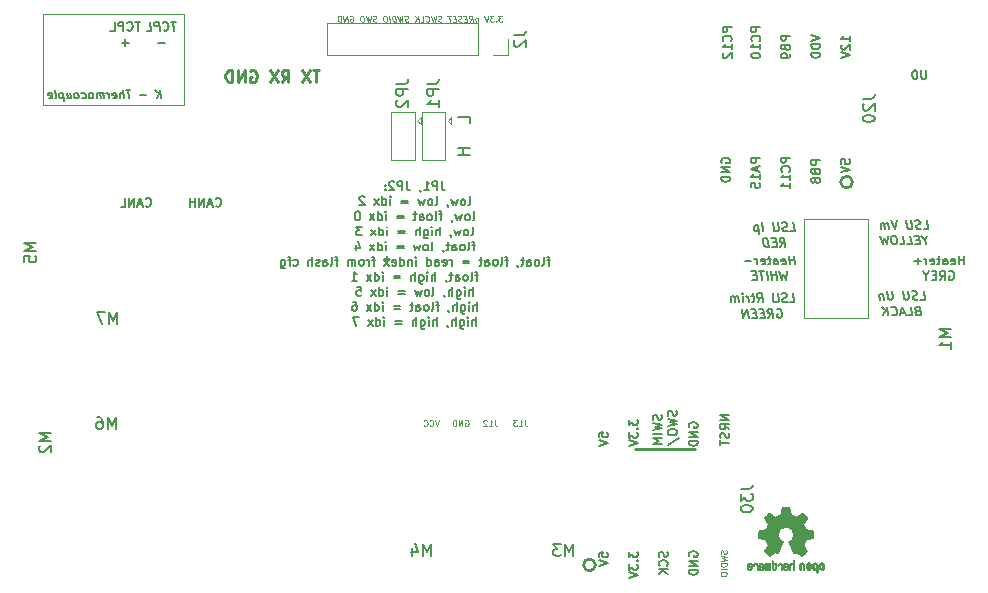
<source format=gbr>
G04 #@! TF.GenerationSoftware,KiCad,Pcbnew,5.1.5+dfsg1-2build2*
G04 #@! TF.CreationDate,2021-11-24T23:00:56+01:00*
G04 #@! TF.ProjectId,mre_addon_v2,6d72655f-6164-4646-9f6e-5f76322e6b69,V2.0*
G04 #@! TF.SameCoordinates,Original*
G04 #@! TF.FileFunction,Legend,Bot*
G04 #@! TF.FilePolarity,Positive*
%FSLAX46Y46*%
G04 Gerber Fmt 4.6, Leading zero omitted, Abs format (unit mm)*
G04 Created by KiCad (PCBNEW 5.1.5+dfsg1-2build2) date 2021-11-24 23:00:56*
%MOMM*%
%LPD*%
G04 APERTURE LIST*
%ADD10C,0.150000*%
%ADD11C,0.120000*%
%ADD12C,0.187500*%
%ADD13C,0.125000*%
%ADD14C,0.250000*%
%ADD15C,0.254000*%
%ADD16C,0.010000*%
%ADD17C,0.130000*%
%ADD18C,0.101600*%
G04 APERTURE END LIST*
D10*
X87540312Y-133216666D02*
X87452812Y-132516666D01*
X87140312Y-133216666D02*
X87390312Y-132816666D01*
X87052812Y-132516666D02*
X87502812Y-132916666D01*
X86273645Y-132950000D02*
X85740312Y-132950000D01*
X84919479Y-132516666D02*
X84519479Y-132516666D01*
X84806979Y-133216666D02*
X84719479Y-132516666D01*
X84373645Y-133216666D02*
X84286145Y-132516666D01*
X84073645Y-133216666D02*
X84027812Y-132850000D01*
X84052812Y-132783333D01*
X84115312Y-132750000D01*
X84215312Y-132750000D01*
X84286145Y-132783333D01*
X84323645Y-132816666D01*
X83469479Y-133183333D02*
X83540312Y-133216666D01*
X83673645Y-133216666D01*
X83736145Y-133183333D01*
X83761145Y-133116666D01*
X83727812Y-132850000D01*
X83686145Y-132783333D01*
X83615312Y-132750000D01*
X83481979Y-132750000D01*
X83419479Y-132783333D01*
X83394479Y-132850000D01*
X83402812Y-132916666D01*
X83744479Y-132983333D01*
X83140312Y-133216666D02*
X83081979Y-132750000D01*
X83098645Y-132883333D02*
X83056979Y-132816666D01*
X83019479Y-132783333D01*
X82948645Y-132750000D01*
X82881979Y-132750000D01*
X82706979Y-133216666D02*
X82648645Y-132750000D01*
X82656979Y-132816666D02*
X82619479Y-132783333D01*
X82548645Y-132750000D01*
X82448645Y-132750000D01*
X82386145Y-132783333D01*
X82361145Y-132850000D01*
X82406979Y-133216666D01*
X82361145Y-132850000D02*
X82319479Y-132783333D01*
X82248645Y-132750000D01*
X82148645Y-132750000D01*
X82086145Y-132783333D01*
X82061145Y-132850000D01*
X82106979Y-133216666D01*
X81673645Y-133216666D02*
X81736145Y-133183333D01*
X81765312Y-133150000D01*
X81790312Y-133083333D01*
X81765312Y-132883333D01*
X81723645Y-132816666D01*
X81686145Y-132783333D01*
X81615312Y-132750000D01*
X81515312Y-132750000D01*
X81452812Y-132783333D01*
X81423645Y-132816666D01*
X81398645Y-132883333D01*
X81423645Y-133083333D01*
X81465312Y-133150000D01*
X81502812Y-133183333D01*
X81573645Y-133216666D01*
X81673645Y-133216666D01*
X80836145Y-133183333D02*
X80906979Y-133216666D01*
X81040312Y-133216666D01*
X81102812Y-133183333D01*
X81131979Y-133150000D01*
X81156979Y-133083333D01*
X81131979Y-132883333D01*
X81090312Y-132816666D01*
X81052812Y-132783333D01*
X80981979Y-132750000D01*
X80848645Y-132750000D01*
X80786145Y-132783333D01*
X80440312Y-133216666D02*
X80502812Y-133183333D01*
X80531979Y-133150000D01*
X80556979Y-133083333D01*
X80531979Y-132883333D01*
X80490312Y-132816666D01*
X80452812Y-132783333D01*
X80381979Y-132750000D01*
X80281979Y-132750000D01*
X80219479Y-132783333D01*
X80190312Y-132816666D01*
X80165312Y-132883333D01*
X80190312Y-133083333D01*
X80231979Y-133150000D01*
X80269479Y-133183333D01*
X80340312Y-133216666D01*
X80440312Y-133216666D01*
X79548645Y-132750000D02*
X79606979Y-133216666D01*
X79848645Y-132750000D02*
X79894479Y-133116666D01*
X79869479Y-133183333D01*
X79806979Y-133216666D01*
X79706979Y-133216666D01*
X79636145Y-133183333D01*
X79598645Y-133150000D01*
X79215312Y-132750000D02*
X79302812Y-133450000D01*
X79219479Y-132783333D02*
X79148645Y-132750000D01*
X79015312Y-132750000D01*
X78952812Y-132783333D01*
X78923645Y-132816666D01*
X78898645Y-132883333D01*
X78923645Y-133083333D01*
X78965312Y-133150000D01*
X79002812Y-133183333D01*
X79073645Y-133216666D01*
X79206979Y-133216666D01*
X79269479Y-133183333D01*
X78540312Y-133216666D02*
X78602812Y-133183333D01*
X78627812Y-133116666D01*
X78552812Y-132516666D01*
X78002812Y-133183333D02*
X78073645Y-133216666D01*
X78206979Y-133216666D01*
X78269479Y-133183333D01*
X78294479Y-133116666D01*
X78261145Y-132850000D01*
X78219479Y-132783333D01*
X78148645Y-132750000D01*
X78015312Y-132750000D01*
X77952812Y-132783333D01*
X77927812Y-132850000D01*
X77936145Y-132916666D01*
X78277812Y-132983333D01*
X113652380Y-137414285D02*
X112652380Y-137414285D01*
X113128571Y-137414285D02*
X113128571Y-137985714D01*
X113652380Y-137985714D02*
X112652380Y-137985714D01*
X113652380Y-135309523D02*
X113652380Y-134833333D01*
X112652380Y-134833333D01*
D11*
X89500000Y-126100000D02*
X77500000Y-126100000D01*
X89500000Y-133800000D02*
X89500000Y-126100000D01*
X77500000Y-133800000D02*
X89500000Y-133800000D01*
X77500000Y-126100000D02*
X77500000Y-133800000D01*
D12*
X85767857Y-126733035D02*
X85339285Y-126733035D01*
X85553571Y-127483035D02*
X85553571Y-126733035D01*
X84660714Y-127411607D02*
X84696428Y-127447321D01*
X84803571Y-127483035D01*
X84875000Y-127483035D01*
X84982142Y-127447321D01*
X85053571Y-127375892D01*
X85089285Y-127304464D01*
X85125000Y-127161607D01*
X85125000Y-127054464D01*
X85089285Y-126911607D01*
X85053571Y-126840178D01*
X84982142Y-126768750D01*
X84875000Y-126733035D01*
X84803571Y-126733035D01*
X84696428Y-126768750D01*
X84660714Y-126804464D01*
X84339285Y-127483035D02*
X84339285Y-126733035D01*
X84053571Y-126733035D01*
X83982142Y-126768750D01*
X83946428Y-126804464D01*
X83910714Y-126875892D01*
X83910714Y-126983035D01*
X83946428Y-127054464D01*
X83982142Y-127090178D01*
X84053571Y-127125892D01*
X84339285Y-127125892D01*
X83232142Y-127483035D02*
X83589285Y-127483035D01*
X83589285Y-126733035D01*
X84785714Y-128509821D02*
X84214285Y-128509821D01*
X84500000Y-128795535D02*
X84500000Y-128224107D01*
X88755189Y-126733035D02*
X88326618Y-126733035D01*
X88634654Y-127483035D02*
X88540904Y-126733035D01*
X87732868Y-127411607D02*
X87773046Y-127447321D01*
X87884654Y-127483035D01*
X87956082Y-127483035D01*
X88058761Y-127447321D01*
X88121261Y-127375892D01*
X88148046Y-127304464D01*
X88165904Y-127161607D01*
X88152511Y-127054464D01*
X88098939Y-126911607D01*
X88054296Y-126840178D01*
X87973939Y-126768750D01*
X87862332Y-126733035D01*
X87790904Y-126733035D01*
X87688225Y-126768750D01*
X87656975Y-126804464D01*
X87420368Y-127483035D02*
X87326618Y-126733035D01*
X87040904Y-126733035D01*
X86973939Y-126768750D01*
X86942689Y-126804464D01*
X86915904Y-126875892D01*
X86929296Y-126983035D01*
X86973939Y-127054464D01*
X87014118Y-127090178D01*
X87090011Y-127125892D01*
X87375725Y-127125892D01*
X86313225Y-127483035D02*
X86670368Y-127483035D01*
X86576618Y-126733035D01*
X87831082Y-128509821D02*
X87259654Y-128509821D01*
D11*
X147400000Y-143400000D02*
X142000000Y-143400000D01*
X147400000Y-151800000D02*
X147400000Y-143400000D01*
X142000000Y-151800000D02*
X147400000Y-151800000D01*
X142000000Y-143400000D02*
X142000000Y-151800000D01*
D12*
X155507142Y-147283035D02*
X155507142Y-146533035D01*
X155507142Y-146890178D02*
X155078571Y-146890178D01*
X155078571Y-147283035D02*
X155078571Y-146533035D01*
X154435714Y-147247321D02*
X154507142Y-147283035D01*
X154650000Y-147283035D01*
X154721428Y-147247321D01*
X154757142Y-147175892D01*
X154757142Y-146890178D01*
X154721428Y-146818750D01*
X154650000Y-146783035D01*
X154507142Y-146783035D01*
X154435714Y-146818750D01*
X154400000Y-146890178D01*
X154400000Y-146961607D01*
X154757142Y-147033035D01*
X153757142Y-147283035D02*
X153757142Y-146890178D01*
X153792857Y-146818750D01*
X153864285Y-146783035D01*
X154007142Y-146783035D01*
X154078571Y-146818750D01*
X153757142Y-147247321D02*
X153828571Y-147283035D01*
X154007142Y-147283035D01*
X154078571Y-147247321D01*
X154114285Y-147175892D01*
X154114285Y-147104464D01*
X154078571Y-147033035D01*
X154007142Y-146997321D01*
X153828571Y-146997321D01*
X153757142Y-146961607D01*
X153507142Y-146783035D02*
X153221428Y-146783035D01*
X153400000Y-146533035D02*
X153400000Y-147175892D01*
X153364285Y-147247321D01*
X153292857Y-147283035D01*
X153221428Y-147283035D01*
X152685714Y-147247321D02*
X152757142Y-147283035D01*
X152900000Y-147283035D01*
X152971428Y-147247321D01*
X153007142Y-147175892D01*
X153007142Y-146890178D01*
X152971428Y-146818750D01*
X152900000Y-146783035D01*
X152757142Y-146783035D01*
X152685714Y-146818750D01*
X152650000Y-146890178D01*
X152650000Y-146961607D01*
X153007142Y-147033035D01*
X152328571Y-147283035D02*
X152328571Y-146783035D01*
X152328571Y-146925892D02*
X152292857Y-146854464D01*
X152257142Y-146818750D01*
X152185714Y-146783035D01*
X152114285Y-146783035D01*
X151864285Y-146997321D02*
X151292857Y-146997321D01*
X151578571Y-147283035D02*
X151578571Y-146711607D01*
X154239285Y-147881250D02*
X154310714Y-147845535D01*
X154417857Y-147845535D01*
X154525000Y-147881250D01*
X154596428Y-147952678D01*
X154632142Y-148024107D01*
X154667857Y-148166964D01*
X154667857Y-148274107D01*
X154632142Y-148416964D01*
X154596428Y-148488392D01*
X154525000Y-148559821D01*
X154417857Y-148595535D01*
X154346428Y-148595535D01*
X154239285Y-148559821D01*
X154203571Y-148524107D01*
X154203571Y-148274107D01*
X154346428Y-148274107D01*
X153453571Y-148595535D02*
X153703571Y-148238392D01*
X153882142Y-148595535D02*
X153882142Y-147845535D01*
X153596428Y-147845535D01*
X153525000Y-147881250D01*
X153489285Y-147916964D01*
X153453571Y-147988392D01*
X153453571Y-148095535D01*
X153489285Y-148166964D01*
X153525000Y-148202678D01*
X153596428Y-148238392D01*
X153882142Y-148238392D01*
X153132142Y-148202678D02*
X152882142Y-148202678D01*
X152775000Y-148595535D02*
X153132142Y-148595535D01*
X153132142Y-147845535D01*
X152775000Y-147845535D01*
X152310714Y-148238392D02*
X152310714Y-148595535D01*
X152560714Y-147845535D02*
X152310714Y-148238392D01*
X152060714Y-147845535D01*
X151816796Y-150283035D02*
X152173939Y-150283035D01*
X152080189Y-149533035D01*
X151598046Y-150247321D02*
X151495368Y-150283035D01*
X151316796Y-150283035D01*
X151240904Y-150247321D01*
X151200725Y-150211607D01*
X151156082Y-150140178D01*
X151147154Y-150068750D01*
X151173939Y-149997321D01*
X151205189Y-149961607D01*
X151272154Y-149925892D01*
X151410546Y-149890178D01*
X151477511Y-149854464D01*
X151508761Y-149818750D01*
X151535546Y-149747321D01*
X151526618Y-149675892D01*
X151481975Y-149604464D01*
X151441796Y-149568750D01*
X151365904Y-149533035D01*
X151187332Y-149533035D01*
X151084654Y-149568750D01*
X150758761Y-149533035D02*
X150834654Y-150140178D01*
X150807868Y-150211607D01*
X150776618Y-150247321D01*
X150709654Y-150283035D01*
X150566796Y-150283035D01*
X150490904Y-150247321D01*
X150450725Y-150211607D01*
X150406082Y-150140178D01*
X150330189Y-149533035D01*
X149401618Y-149533035D02*
X149477511Y-150140178D01*
X149450725Y-150211607D01*
X149419475Y-150247321D01*
X149352511Y-150283035D01*
X149209654Y-150283035D01*
X149133761Y-150247321D01*
X149093582Y-150211607D01*
X149048939Y-150140178D01*
X148973046Y-149533035D01*
X148647154Y-149783035D02*
X148709654Y-150283035D01*
X148656082Y-149854464D02*
X148615904Y-149818750D01*
X148540011Y-149783035D01*
X148432868Y-149783035D01*
X148365904Y-149818750D01*
X148339118Y-149890178D01*
X148388225Y-150283035D01*
X151553404Y-151202678D02*
X151450725Y-151238392D01*
X151419475Y-151274107D01*
X151392689Y-151345535D01*
X151406082Y-151452678D01*
X151450725Y-151524107D01*
X151490904Y-151559821D01*
X151566796Y-151595535D01*
X151852511Y-151595535D01*
X151758761Y-150845535D01*
X151508761Y-150845535D01*
X151441796Y-150881250D01*
X151410546Y-150916964D01*
X151383761Y-150988392D01*
X151392689Y-151059821D01*
X151437332Y-151131250D01*
X151477511Y-151166964D01*
X151553404Y-151202678D01*
X151803404Y-151202678D01*
X150745368Y-151595535D02*
X151102511Y-151595535D01*
X151008761Y-150845535D01*
X150504296Y-151381250D02*
X150147154Y-151381250D01*
X150602511Y-151595535D02*
X150258761Y-150845535D01*
X150102511Y-151595535D01*
X149415011Y-151524107D02*
X149455189Y-151559821D01*
X149566796Y-151595535D01*
X149638225Y-151595535D01*
X149740904Y-151559821D01*
X149803404Y-151488392D01*
X149830189Y-151416964D01*
X149848046Y-151274107D01*
X149834654Y-151166964D01*
X149781082Y-151024107D01*
X149736439Y-150952678D01*
X149656082Y-150881250D01*
X149544475Y-150845535D01*
X149473046Y-150845535D01*
X149370368Y-150881250D01*
X149339118Y-150916964D01*
X149102511Y-151595535D02*
X149008761Y-150845535D01*
X148673939Y-151595535D02*
X148941796Y-151166964D01*
X148580189Y-150845535D02*
X149062332Y-151274107D01*
X152106082Y-144283035D02*
X152463225Y-144283035D01*
X152369475Y-143533035D01*
X151887332Y-144247321D02*
X151784654Y-144283035D01*
X151606082Y-144283035D01*
X151530189Y-144247321D01*
X151490011Y-144211607D01*
X151445368Y-144140178D01*
X151436439Y-144068750D01*
X151463225Y-143997321D01*
X151494475Y-143961607D01*
X151561439Y-143925892D01*
X151699832Y-143890178D01*
X151766796Y-143854464D01*
X151798046Y-143818750D01*
X151824832Y-143747321D01*
X151815904Y-143675892D01*
X151771261Y-143604464D01*
X151731082Y-143568750D01*
X151655189Y-143533035D01*
X151476618Y-143533035D01*
X151373939Y-143568750D01*
X151048046Y-143533035D02*
X151123939Y-144140178D01*
X151097154Y-144211607D01*
X151065904Y-144247321D01*
X150998939Y-144283035D01*
X150856082Y-144283035D01*
X150780189Y-144247321D01*
X150740011Y-144211607D01*
X150695368Y-144140178D01*
X150619475Y-143533035D01*
X149798046Y-143533035D02*
X149641796Y-144283035D01*
X149298046Y-143533035D01*
X149141796Y-144283035D02*
X149079296Y-143783035D01*
X149088225Y-143854464D02*
X149048046Y-143818750D01*
X148972154Y-143783035D01*
X148865011Y-143783035D01*
X148798046Y-143818750D01*
X148771261Y-143890178D01*
X148820368Y-144283035D01*
X148771261Y-143890178D02*
X148726618Y-143818750D01*
X148650725Y-143783035D01*
X148543582Y-143783035D01*
X148476618Y-143818750D01*
X148449832Y-143890178D01*
X148498939Y-144283035D01*
X152204296Y-145238392D02*
X152248939Y-145595535D01*
X152405189Y-144845535D02*
X152204296Y-145238392D01*
X151905189Y-144845535D01*
X151699832Y-145202678D02*
X151449832Y-145202678D01*
X151391796Y-145595535D02*
X151748939Y-145595535D01*
X151655189Y-144845535D01*
X151298046Y-144845535D01*
X150713225Y-145595535D02*
X151070368Y-145595535D01*
X150976618Y-144845535D01*
X150106082Y-145595535D02*
X150463225Y-145595535D01*
X150369475Y-144845535D01*
X149619475Y-144845535D02*
X149476618Y-144845535D01*
X149409654Y-144881250D01*
X149347154Y-144952678D01*
X149329296Y-145095535D01*
X149360546Y-145345535D01*
X149414118Y-145488392D01*
X149494475Y-145559821D01*
X149570368Y-145595535D01*
X149713225Y-145595535D01*
X149780189Y-145559821D01*
X149842689Y-145488392D01*
X149860546Y-145345535D01*
X149829296Y-145095535D01*
X149775725Y-144952678D01*
X149695368Y-144881250D01*
X149619475Y-144845535D01*
X149048046Y-144845535D02*
X148963225Y-145595535D01*
X148753404Y-145059821D01*
X148677511Y-145595535D01*
X148405189Y-144845535D01*
X140802511Y-144483035D02*
X141159654Y-144483035D01*
X141065904Y-143733035D01*
X140583761Y-144447321D02*
X140481082Y-144483035D01*
X140302511Y-144483035D01*
X140226618Y-144447321D01*
X140186439Y-144411607D01*
X140141796Y-144340178D01*
X140132868Y-144268750D01*
X140159654Y-144197321D01*
X140190904Y-144161607D01*
X140257868Y-144125892D01*
X140396261Y-144090178D01*
X140463225Y-144054464D01*
X140494475Y-144018750D01*
X140521261Y-143947321D01*
X140512332Y-143875892D01*
X140467689Y-143804464D01*
X140427511Y-143768750D01*
X140351618Y-143733035D01*
X140173046Y-143733035D01*
X140070368Y-143768750D01*
X139744475Y-143733035D02*
X139820368Y-144340178D01*
X139793582Y-144411607D01*
X139762332Y-144447321D01*
X139695368Y-144483035D01*
X139552511Y-144483035D01*
X139476618Y-144447321D01*
X139436439Y-144411607D01*
X139391796Y-144340178D01*
X139315904Y-143733035D01*
X138481082Y-144483035D02*
X138387332Y-143733035D01*
X138061439Y-143983035D02*
X138155189Y-144733035D01*
X138065904Y-144018750D02*
X137990011Y-143983035D01*
X137847154Y-143983035D01*
X137780189Y-144018750D01*
X137748939Y-144054464D01*
X137722154Y-144125892D01*
X137748939Y-144340178D01*
X137793582Y-144411607D01*
X137833761Y-144447321D01*
X137909654Y-144483035D01*
X138052511Y-144483035D01*
X138119475Y-144447321D01*
X139963225Y-145795535D02*
X140168582Y-145438392D01*
X140391796Y-145795535D02*
X140298046Y-145045535D01*
X140012332Y-145045535D01*
X139945368Y-145081250D01*
X139914118Y-145116964D01*
X139887332Y-145188392D01*
X139900725Y-145295535D01*
X139945368Y-145366964D01*
X139985546Y-145402678D01*
X140061439Y-145438392D01*
X140347154Y-145438392D01*
X139592689Y-145402678D02*
X139342689Y-145402678D01*
X139284654Y-145795535D02*
X139641796Y-145795535D01*
X139548046Y-145045535D01*
X139190904Y-145045535D01*
X138963225Y-145795535D02*
X138869475Y-145045535D01*
X138690904Y-145045535D01*
X138588225Y-145081250D01*
X138525725Y-145152678D01*
X138498939Y-145224107D01*
X138481082Y-145366964D01*
X138494475Y-145474107D01*
X138548046Y-145616964D01*
X138592689Y-145688392D01*
X138673046Y-145759821D01*
X138784654Y-145795535D01*
X138963225Y-145795535D01*
X141188225Y-147283035D02*
X141094475Y-146533035D01*
X141139118Y-146890178D02*
X140710546Y-146890178D01*
X140759654Y-147283035D02*
X140665904Y-146533035D01*
X140112332Y-147247321D02*
X140188225Y-147283035D01*
X140331082Y-147283035D01*
X140398046Y-147247321D01*
X140424832Y-147175892D01*
X140389118Y-146890178D01*
X140344475Y-146818750D01*
X140268582Y-146783035D01*
X140125725Y-146783035D01*
X140058761Y-146818750D01*
X140031975Y-146890178D01*
X140040904Y-146961607D01*
X140406975Y-147033035D01*
X139438225Y-147283035D02*
X139389118Y-146890178D01*
X139415904Y-146818750D01*
X139482868Y-146783035D01*
X139625725Y-146783035D01*
X139701618Y-146818750D01*
X139433761Y-147247321D02*
X139509654Y-147283035D01*
X139688225Y-147283035D01*
X139755189Y-147247321D01*
X139781975Y-147175892D01*
X139773046Y-147104464D01*
X139728404Y-147033035D01*
X139652511Y-146997321D01*
X139473939Y-146997321D01*
X139398046Y-146961607D01*
X139125725Y-146783035D02*
X138840011Y-146783035D01*
X138987332Y-146533035D02*
X139067689Y-147175892D01*
X139040904Y-147247321D01*
X138973939Y-147283035D01*
X138902511Y-147283035D01*
X138362332Y-147247321D02*
X138438225Y-147283035D01*
X138581082Y-147283035D01*
X138648046Y-147247321D01*
X138674832Y-147175892D01*
X138639118Y-146890178D01*
X138594475Y-146818750D01*
X138518582Y-146783035D01*
X138375725Y-146783035D01*
X138308761Y-146818750D01*
X138281975Y-146890178D01*
X138290904Y-146961607D01*
X138656975Y-147033035D01*
X138009654Y-147283035D02*
X137947154Y-146783035D01*
X137965011Y-146925892D02*
X137920368Y-146854464D01*
X137880189Y-146818750D01*
X137804296Y-146783035D01*
X137732868Y-146783035D01*
X137509654Y-146997321D02*
X136938225Y-146997321D01*
X140505189Y-147845535D02*
X140420368Y-148595535D01*
X140210546Y-148059821D01*
X140134654Y-148595535D01*
X139862332Y-147845535D01*
X139670368Y-148595535D02*
X139576618Y-147845535D01*
X139621261Y-148202678D02*
X139192689Y-148202678D01*
X139241796Y-148595535D02*
X139148046Y-147845535D01*
X138884654Y-148595535D02*
X138790904Y-147845535D01*
X138540904Y-147845535D02*
X138112332Y-147845535D01*
X138420368Y-148595535D02*
X138326618Y-147845535D01*
X137906975Y-148202678D02*
X137656975Y-148202678D01*
X137598939Y-148595535D02*
X137956082Y-148595535D01*
X137862332Y-147845535D01*
X137505189Y-147845535D01*
X140784654Y-150483035D02*
X141141796Y-150483035D01*
X141048046Y-149733035D01*
X140565904Y-150447321D02*
X140463225Y-150483035D01*
X140284654Y-150483035D01*
X140208761Y-150447321D01*
X140168582Y-150411607D01*
X140123939Y-150340178D01*
X140115011Y-150268750D01*
X140141796Y-150197321D01*
X140173046Y-150161607D01*
X140240011Y-150125892D01*
X140378404Y-150090178D01*
X140445368Y-150054464D01*
X140476618Y-150018750D01*
X140503404Y-149947321D01*
X140494475Y-149875892D01*
X140449832Y-149804464D01*
X140409654Y-149768750D01*
X140333761Y-149733035D01*
X140155189Y-149733035D01*
X140052511Y-149768750D01*
X139726618Y-149733035D02*
X139802511Y-150340178D01*
X139775725Y-150411607D01*
X139744475Y-150447321D01*
X139677511Y-150483035D01*
X139534654Y-150483035D01*
X139458761Y-150447321D01*
X139418582Y-150411607D01*
X139373939Y-150340178D01*
X139298046Y-149733035D01*
X138034654Y-150483035D02*
X138240011Y-150125892D01*
X138463225Y-150483035D02*
X138369475Y-149733035D01*
X138083761Y-149733035D01*
X138016796Y-149768750D01*
X137985546Y-149804464D01*
X137958761Y-149875892D01*
X137972154Y-149983035D01*
X138016796Y-150054464D01*
X138056975Y-150090178D01*
X138132868Y-150125892D01*
X138418582Y-150125892D01*
X137757868Y-149983035D02*
X137472154Y-149983035D01*
X137619475Y-149733035D02*
X137699832Y-150375892D01*
X137673046Y-150447321D01*
X137606082Y-150483035D01*
X137534654Y-150483035D01*
X137284654Y-150483035D02*
X137222154Y-149983035D01*
X137240011Y-150125892D02*
X137195368Y-150054464D01*
X137155189Y-150018750D01*
X137079296Y-149983035D01*
X137007868Y-149983035D01*
X136820368Y-150483035D02*
X136757868Y-149983035D01*
X136726618Y-149733035D02*
X136766796Y-149768750D01*
X136735546Y-149804464D01*
X136695368Y-149768750D01*
X136726618Y-149733035D01*
X136735546Y-149804464D01*
X136463225Y-150483035D02*
X136400725Y-149983035D01*
X136409654Y-150054464D02*
X136369475Y-150018750D01*
X136293582Y-149983035D01*
X136186439Y-149983035D01*
X136119475Y-150018750D01*
X136092689Y-150090178D01*
X136141796Y-150483035D01*
X136092689Y-150090178D02*
X136048046Y-150018750D01*
X135972154Y-149983035D01*
X135865011Y-149983035D01*
X135798046Y-150018750D01*
X135771261Y-150090178D01*
X135820368Y-150483035D01*
X139641796Y-151081250D02*
X139708761Y-151045535D01*
X139815904Y-151045535D01*
X139927511Y-151081250D01*
X140007868Y-151152678D01*
X140052511Y-151224107D01*
X140106082Y-151366964D01*
X140119475Y-151474107D01*
X140101618Y-151616964D01*
X140074832Y-151688392D01*
X140012332Y-151759821D01*
X139909654Y-151795535D01*
X139838225Y-151795535D01*
X139726618Y-151759821D01*
X139686439Y-151724107D01*
X139655189Y-151474107D01*
X139798046Y-151474107D01*
X138945368Y-151795535D02*
X139150725Y-151438392D01*
X139373939Y-151795535D02*
X139280189Y-151045535D01*
X138994475Y-151045535D01*
X138927511Y-151081250D01*
X138896261Y-151116964D01*
X138869475Y-151188392D01*
X138882868Y-151295535D01*
X138927511Y-151366964D01*
X138967689Y-151402678D01*
X139043582Y-151438392D01*
X139329296Y-151438392D01*
X138574832Y-151402678D02*
X138324832Y-151402678D01*
X138266796Y-151795535D02*
X138623939Y-151795535D01*
X138530189Y-151045535D01*
X138173046Y-151045535D01*
X137896261Y-151402678D02*
X137646261Y-151402678D01*
X137588225Y-151795535D02*
X137945368Y-151795535D01*
X137851618Y-151045535D01*
X137494475Y-151045535D01*
X137266796Y-151795535D02*
X137173046Y-151045535D01*
X136838225Y-151795535D01*
X136744475Y-151045535D01*
D10*
X111285714Y-140251785D02*
X111285714Y-140787500D01*
X111321428Y-140894642D01*
X111392857Y-140966071D01*
X111500000Y-141001785D01*
X111571428Y-141001785D01*
X110928571Y-141001785D02*
X110928571Y-140251785D01*
X110642857Y-140251785D01*
X110571428Y-140287500D01*
X110535714Y-140323214D01*
X110500000Y-140394642D01*
X110500000Y-140501785D01*
X110535714Y-140573214D01*
X110571428Y-140608928D01*
X110642857Y-140644642D01*
X110928571Y-140644642D01*
X109785714Y-141001785D02*
X110214285Y-141001785D01*
X110000000Y-141001785D02*
X110000000Y-140251785D01*
X110071428Y-140358928D01*
X110142857Y-140430357D01*
X110214285Y-140466071D01*
X109428571Y-140966071D02*
X109428571Y-141001785D01*
X109464285Y-141073214D01*
X109500000Y-141108928D01*
X108321428Y-140251785D02*
X108321428Y-140787500D01*
X108357142Y-140894642D01*
X108428571Y-140966071D01*
X108535714Y-141001785D01*
X108607142Y-141001785D01*
X107964285Y-141001785D02*
X107964285Y-140251785D01*
X107678571Y-140251785D01*
X107607142Y-140287500D01*
X107571428Y-140323214D01*
X107535714Y-140394642D01*
X107535714Y-140501785D01*
X107571428Y-140573214D01*
X107607142Y-140608928D01*
X107678571Y-140644642D01*
X107964285Y-140644642D01*
X107250000Y-140323214D02*
X107214285Y-140287500D01*
X107142857Y-140251785D01*
X106964285Y-140251785D01*
X106892857Y-140287500D01*
X106857142Y-140323214D01*
X106821428Y-140394642D01*
X106821428Y-140466071D01*
X106857142Y-140573214D01*
X107285714Y-141001785D01*
X106821428Y-141001785D01*
X106500000Y-140930357D02*
X106464285Y-140966071D01*
X106500000Y-141001785D01*
X106535714Y-140966071D01*
X106500000Y-140930357D01*
X106500000Y-141001785D01*
X106500000Y-140537500D02*
X106464285Y-140573214D01*
X106500000Y-140608928D01*
X106535714Y-140573214D01*
X106500000Y-140537500D01*
X106500000Y-140608928D01*
X113535714Y-142276785D02*
X113607142Y-142241071D01*
X113642857Y-142169642D01*
X113642857Y-141526785D01*
X113142857Y-142276785D02*
X113214285Y-142241071D01*
X113250000Y-142205357D01*
X113285714Y-142133928D01*
X113285714Y-141919642D01*
X113250000Y-141848214D01*
X113214285Y-141812500D01*
X113142857Y-141776785D01*
X113035714Y-141776785D01*
X112964285Y-141812500D01*
X112928571Y-141848214D01*
X112892857Y-141919642D01*
X112892857Y-142133928D01*
X112928571Y-142205357D01*
X112964285Y-142241071D01*
X113035714Y-142276785D01*
X113142857Y-142276785D01*
X112642857Y-141776785D02*
X112500000Y-142276785D01*
X112357142Y-141919642D01*
X112214285Y-142276785D01*
X112071428Y-141776785D01*
X111750000Y-142241071D02*
X111750000Y-142276785D01*
X111785714Y-142348214D01*
X111821428Y-142383928D01*
X110750000Y-142276785D02*
X110821428Y-142241071D01*
X110857142Y-142169642D01*
X110857142Y-141526785D01*
X110357142Y-142276785D02*
X110428571Y-142241071D01*
X110464285Y-142205357D01*
X110500000Y-142133928D01*
X110500000Y-141919642D01*
X110464285Y-141848214D01*
X110428571Y-141812500D01*
X110357142Y-141776785D01*
X110250000Y-141776785D01*
X110178571Y-141812500D01*
X110142857Y-141848214D01*
X110107142Y-141919642D01*
X110107142Y-142133928D01*
X110142857Y-142205357D01*
X110178571Y-142241071D01*
X110250000Y-142276785D01*
X110357142Y-142276785D01*
X109857142Y-141776785D02*
X109714285Y-142276785D01*
X109571428Y-141919642D01*
X109428571Y-142276785D01*
X109285714Y-141776785D01*
X108428571Y-141883928D02*
X107857142Y-141883928D01*
X107857142Y-142098214D02*
X108428571Y-142098214D01*
X106928571Y-142276785D02*
X106928571Y-141776785D01*
X106928571Y-141526785D02*
X106964285Y-141562500D01*
X106928571Y-141598214D01*
X106892857Y-141562500D01*
X106928571Y-141526785D01*
X106928571Y-141598214D01*
X106250000Y-142276785D02*
X106250000Y-141526785D01*
X106250000Y-142241071D02*
X106321428Y-142276785D01*
X106464285Y-142276785D01*
X106535714Y-142241071D01*
X106571428Y-142205357D01*
X106607142Y-142133928D01*
X106607142Y-141919642D01*
X106571428Y-141848214D01*
X106535714Y-141812500D01*
X106464285Y-141776785D01*
X106321428Y-141776785D01*
X106250000Y-141812500D01*
X105964285Y-142276785D02*
X105571428Y-141776785D01*
X105964285Y-141776785D02*
X105571428Y-142276785D01*
X104750000Y-141598214D02*
X104714285Y-141562500D01*
X104642857Y-141526785D01*
X104464285Y-141526785D01*
X104392857Y-141562500D01*
X104357142Y-141598214D01*
X104321428Y-141669642D01*
X104321428Y-141741071D01*
X104357142Y-141848214D01*
X104785714Y-142276785D01*
X104321428Y-142276785D01*
X113910714Y-143551785D02*
X113982142Y-143516071D01*
X114017857Y-143444642D01*
X114017857Y-142801785D01*
X113517857Y-143551785D02*
X113589285Y-143516071D01*
X113625000Y-143480357D01*
X113660714Y-143408928D01*
X113660714Y-143194642D01*
X113625000Y-143123214D01*
X113589285Y-143087500D01*
X113517857Y-143051785D01*
X113410714Y-143051785D01*
X113339285Y-143087500D01*
X113303571Y-143123214D01*
X113267857Y-143194642D01*
X113267857Y-143408928D01*
X113303571Y-143480357D01*
X113339285Y-143516071D01*
X113410714Y-143551785D01*
X113517857Y-143551785D01*
X113017857Y-143051785D02*
X112875000Y-143551785D01*
X112732142Y-143194642D01*
X112589285Y-143551785D01*
X112446428Y-143051785D01*
X112125000Y-143516071D02*
X112125000Y-143551785D01*
X112160714Y-143623214D01*
X112196428Y-143658928D01*
X111339285Y-143051785D02*
X111053571Y-143051785D01*
X111232142Y-143551785D02*
X111232142Y-142908928D01*
X111196428Y-142837500D01*
X111125000Y-142801785D01*
X111053571Y-142801785D01*
X110696428Y-143551785D02*
X110767857Y-143516071D01*
X110803571Y-143444642D01*
X110803571Y-142801785D01*
X110303571Y-143551785D02*
X110375000Y-143516071D01*
X110410714Y-143480357D01*
X110446428Y-143408928D01*
X110446428Y-143194642D01*
X110410714Y-143123214D01*
X110375000Y-143087500D01*
X110303571Y-143051785D01*
X110196428Y-143051785D01*
X110125000Y-143087500D01*
X110089285Y-143123214D01*
X110053571Y-143194642D01*
X110053571Y-143408928D01*
X110089285Y-143480357D01*
X110125000Y-143516071D01*
X110196428Y-143551785D01*
X110303571Y-143551785D01*
X109410714Y-143551785D02*
X109410714Y-143158928D01*
X109446428Y-143087500D01*
X109517857Y-143051785D01*
X109660714Y-143051785D01*
X109732142Y-143087500D01*
X109410714Y-143516071D02*
X109482142Y-143551785D01*
X109660714Y-143551785D01*
X109732142Y-143516071D01*
X109767857Y-143444642D01*
X109767857Y-143373214D01*
X109732142Y-143301785D01*
X109660714Y-143266071D01*
X109482142Y-143266071D01*
X109410714Y-143230357D01*
X109160714Y-143051785D02*
X108875000Y-143051785D01*
X109053571Y-142801785D02*
X109053571Y-143444642D01*
X109017857Y-143516071D01*
X108946428Y-143551785D01*
X108875000Y-143551785D01*
X108053571Y-143158928D02*
X107482142Y-143158928D01*
X107482142Y-143373214D02*
X108053571Y-143373214D01*
X106553571Y-143551785D02*
X106553571Y-143051785D01*
X106553571Y-142801785D02*
X106589285Y-142837500D01*
X106553571Y-142873214D01*
X106517857Y-142837500D01*
X106553571Y-142801785D01*
X106553571Y-142873214D01*
X105875000Y-143551785D02*
X105875000Y-142801785D01*
X105875000Y-143516071D02*
X105946428Y-143551785D01*
X106089285Y-143551785D01*
X106160714Y-143516071D01*
X106196428Y-143480357D01*
X106232142Y-143408928D01*
X106232142Y-143194642D01*
X106196428Y-143123214D01*
X106160714Y-143087500D01*
X106089285Y-143051785D01*
X105946428Y-143051785D01*
X105875000Y-143087500D01*
X105589285Y-143551785D02*
X105196428Y-143051785D01*
X105589285Y-143051785D02*
X105196428Y-143551785D01*
X104196428Y-142801785D02*
X104125000Y-142801785D01*
X104053571Y-142837500D01*
X104017857Y-142873214D01*
X103982142Y-142944642D01*
X103946428Y-143087500D01*
X103946428Y-143266071D01*
X103982142Y-143408928D01*
X104017857Y-143480357D01*
X104053571Y-143516071D01*
X104125000Y-143551785D01*
X104196428Y-143551785D01*
X104267857Y-143516071D01*
X104303571Y-143480357D01*
X104339285Y-143408928D01*
X104375000Y-143266071D01*
X104375000Y-143087500D01*
X104339285Y-142944642D01*
X104303571Y-142873214D01*
X104267857Y-142837500D01*
X104196428Y-142801785D01*
X113803571Y-144826785D02*
X113875000Y-144791071D01*
X113910714Y-144719642D01*
X113910714Y-144076785D01*
X113410714Y-144826785D02*
X113482142Y-144791071D01*
X113517857Y-144755357D01*
X113553571Y-144683928D01*
X113553571Y-144469642D01*
X113517857Y-144398214D01*
X113482142Y-144362500D01*
X113410714Y-144326785D01*
X113303571Y-144326785D01*
X113232142Y-144362500D01*
X113196428Y-144398214D01*
X113160714Y-144469642D01*
X113160714Y-144683928D01*
X113196428Y-144755357D01*
X113232142Y-144791071D01*
X113303571Y-144826785D01*
X113410714Y-144826785D01*
X112910714Y-144326785D02*
X112767857Y-144826785D01*
X112625000Y-144469642D01*
X112482142Y-144826785D01*
X112339285Y-144326785D01*
X112017857Y-144791071D02*
X112017857Y-144826785D01*
X112053571Y-144898214D01*
X112089285Y-144933928D01*
X111125000Y-144826785D02*
X111125000Y-144076785D01*
X110803571Y-144826785D02*
X110803571Y-144433928D01*
X110839285Y-144362500D01*
X110910714Y-144326785D01*
X111017857Y-144326785D01*
X111089285Y-144362500D01*
X111125000Y-144398214D01*
X110446428Y-144826785D02*
X110446428Y-144326785D01*
X110446428Y-144076785D02*
X110482142Y-144112500D01*
X110446428Y-144148214D01*
X110410714Y-144112500D01*
X110446428Y-144076785D01*
X110446428Y-144148214D01*
X109767857Y-144326785D02*
X109767857Y-144933928D01*
X109803571Y-145005357D01*
X109839285Y-145041071D01*
X109910714Y-145076785D01*
X110017857Y-145076785D01*
X110089285Y-145041071D01*
X109767857Y-144791071D02*
X109839285Y-144826785D01*
X109982142Y-144826785D01*
X110053571Y-144791071D01*
X110089285Y-144755357D01*
X110125000Y-144683928D01*
X110125000Y-144469642D01*
X110089285Y-144398214D01*
X110053571Y-144362500D01*
X109982142Y-144326785D01*
X109839285Y-144326785D01*
X109767857Y-144362500D01*
X109410714Y-144826785D02*
X109410714Y-144076785D01*
X109089285Y-144826785D02*
X109089285Y-144433928D01*
X109125000Y-144362500D01*
X109196428Y-144326785D01*
X109303571Y-144326785D01*
X109375000Y-144362500D01*
X109410714Y-144398214D01*
X108160714Y-144433928D02*
X107589285Y-144433928D01*
X107589285Y-144648214D02*
X108160714Y-144648214D01*
X106660714Y-144826785D02*
X106660714Y-144326785D01*
X106660714Y-144076785D02*
X106696428Y-144112500D01*
X106660714Y-144148214D01*
X106625000Y-144112500D01*
X106660714Y-144076785D01*
X106660714Y-144148214D01*
X105982142Y-144826785D02*
X105982142Y-144076785D01*
X105982142Y-144791071D02*
X106053571Y-144826785D01*
X106196428Y-144826785D01*
X106267857Y-144791071D01*
X106303571Y-144755357D01*
X106339285Y-144683928D01*
X106339285Y-144469642D01*
X106303571Y-144398214D01*
X106267857Y-144362500D01*
X106196428Y-144326785D01*
X106053571Y-144326785D01*
X105982142Y-144362500D01*
X105696428Y-144826785D02*
X105303571Y-144326785D01*
X105696428Y-144326785D02*
X105303571Y-144826785D01*
X104517857Y-144076785D02*
X104053571Y-144076785D01*
X104303571Y-144362500D01*
X104196428Y-144362500D01*
X104125000Y-144398214D01*
X104089285Y-144433928D01*
X104053571Y-144505357D01*
X104053571Y-144683928D01*
X104089285Y-144755357D01*
X104125000Y-144791071D01*
X104196428Y-144826785D01*
X104410714Y-144826785D01*
X104482142Y-144791071D01*
X104517857Y-144755357D01*
X114125000Y-145601785D02*
X113839285Y-145601785D01*
X114017857Y-146101785D02*
X114017857Y-145458928D01*
X113982142Y-145387500D01*
X113910714Y-145351785D01*
X113839285Y-145351785D01*
X113482142Y-146101785D02*
X113553571Y-146066071D01*
X113589285Y-145994642D01*
X113589285Y-145351785D01*
X113089285Y-146101785D02*
X113160714Y-146066071D01*
X113196428Y-146030357D01*
X113232142Y-145958928D01*
X113232142Y-145744642D01*
X113196428Y-145673214D01*
X113160714Y-145637500D01*
X113089285Y-145601785D01*
X112982142Y-145601785D01*
X112910714Y-145637500D01*
X112875000Y-145673214D01*
X112839285Y-145744642D01*
X112839285Y-145958928D01*
X112875000Y-146030357D01*
X112910714Y-146066071D01*
X112982142Y-146101785D01*
X113089285Y-146101785D01*
X112196428Y-146101785D02*
X112196428Y-145708928D01*
X112232142Y-145637500D01*
X112303571Y-145601785D01*
X112446428Y-145601785D01*
X112517857Y-145637500D01*
X112196428Y-146066071D02*
X112267857Y-146101785D01*
X112446428Y-146101785D01*
X112517857Y-146066071D01*
X112553571Y-145994642D01*
X112553571Y-145923214D01*
X112517857Y-145851785D01*
X112446428Y-145816071D01*
X112267857Y-145816071D01*
X112196428Y-145780357D01*
X111946428Y-145601785D02*
X111660714Y-145601785D01*
X111839285Y-145351785D02*
X111839285Y-145994642D01*
X111803571Y-146066071D01*
X111732142Y-146101785D01*
X111660714Y-146101785D01*
X111375000Y-146066071D02*
X111375000Y-146101785D01*
X111410714Y-146173214D01*
X111446428Y-146208928D01*
X110375000Y-146101785D02*
X110446428Y-146066071D01*
X110482142Y-145994642D01*
X110482142Y-145351785D01*
X109982142Y-146101785D02*
X110053571Y-146066071D01*
X110089285Y-146030357D01*
X110125000Y-145958928D01*
X110125000Y-145744642D01*
X110089285Y-145673214D01*
X110053571Y-145637500D01*
X109982142Y-145601785D01*
X109875000Y-145601785D01*
X109803571Y-145637500D01*
X109767857Y-145673214D01*
X109732142Y-145744642D01*
X109732142Y-145958928D01*
X109767857Y-146030357D01*
X109803571Y-146066071D01*
X109875000Y-146101785D01*
X109982142Y-146101785D01*
X109482142Y-145601785D02*
X109339285Y-146101785D01*
X109196428Y-145744642D01*
X109053571Y-146101785D01*
X108910714Y-145601785D01*
X108053571Y-145708928D02*
X107482142Y-145708928D01*
X107482142Y-145923214D02*
X108053571Y-145923214D01*
X106553571Y-146101785D02*
X106553571Y-145601785D01*
X106553571Y-145351785D02*
X106589285Y-145387500D01*
X106553571Y-145423214D01*
X106517857Y-145387500D01*
X106553571Y-145351785D01*
X106553571Y-145423214D01*
X105875000Y-146101785D02*
X105875000Y-145351785D01*
X105875000Y-146066071D02*
X105946428Y-146101785D01*
X106089285Y-146101785D01*
X106160714Y-146066071D01*
X106196428Y-146030357D01*
X106232142Y-145958928D01*
X106232142Y-145744642D01*
X106196428Y-145673214D01*
X106160714Y-145637500D01*
X106089285Y-145601785D01*
X105946428Y-145601785D01*
X105875000Y-145637500D01*
X105589285Y-146101785D02*
X105196428Y-145601785D01*
X105589285Y-145601785D02*
X105196428Y-146101785D01*
X104017857Y-145601785D02*
X104017857Y-146101785D01*
X104196428Y-145316071D02*
X104375000Y-145851785D01*
X103910714Y-145851785D01*
X120446428Y-146876785D02*
X120160714Y-146876785D01*
X120339285Y-147376785D02*
X120339285Y-146733928D01*
X120303571Y-146662500D01*
X120232142Y-146626785D01*
X120160714Y-146626785D01*
X119803571Y-147376785D02*
X119875000Y-147341071D01*
X119910714Y-147269642D01*
X119910714Y-146626785D01*
X119410714Y-147376785D02*
X119482142Y-147341071D01*
X119517857Y-147305357D01*
X119553571Y-147233928D01*
X119553571Y-147019642D01*
X119517857Y-146948214D01*
X119482142Y-146912500D01*
X119410714Y-146876785D01*
X119303571Y-146876785D01*
X119232142Y-146912500D01*
X119196428Y-146948214D01*
X119160714Y-147019642D01*
X119160714Y-147233928D01*
X119196428Y-147305357D01*
X119232142Y-147341071D01*
X119303571Y-147376785D01*
X119410714Y-147376785D01*
X118517857Y-147376785D02*
X118517857Y-146983928D01*
X118553571Y-146912500D01*
X118625000Y-146876785D01*
X118767857Y-146876785D01*
X118839285Y-146912500D01*
X118517857Y-147341071D02*
X118589285Y-147376785D01*
X118767857Y-147376785D01*
X118839285Y-147341071D01*
X118875000Y-147269642D01*
X118875000Y-147198214D01*
X118839285Y-147126785D01*
X118767857Y-147091071D01*
X118589285Y-147091071D01*
X118517857Y-147055357D01*
X118267857Y-146876785D02*
X117982142Y-146876785D01*
X118160714Y-146626785D02*
X118160714Y-147269642D01*
X118125000Y-147341071D01*
X118053571Y-147376785D01*
X117982142Y-147376785D01*
X117696428Y-147341071D02*
X117696428Y-147376785D01*
X117732142Y-147448214D01*
X117767857Y-147483928D01*
X116910714Y-146876785D02*
X116625000Y-146876785D01*
X116803571Y-147376785D02*
X116803571Y-146733928D01*
X116767857Y-146662500D01*
X116696428Y-146626785D01*
X116625000Y-146626785D01*
X116267857Y-147376785D02*
X116339285Y-147341071D01*
X116375000Y-147269642D01*
X116375000Y-146626785D01*
X115875000Y-147376785D02*
X115946428Y-147341071D01*
X115982142Y-147305357D01*
X116017857Y-147233928D01*
X116017857Y-147019642D01*
X115982142Y-146948214D01*
X115946428Y-146912500D01*
X115875000Y-146876785D01*
X115767857Y-146876785D01*
X115696428Y-146912500D01*
X115660714Y-146948214D01*
X115625000Y-147019642D01*
X115625000Y-147233928D01*
X115660714Y-147305357D01*
X115696428Y-147341071D01*
X115767857Y-147376785D01*
X115875000Y-147376785D01*
X114982142Y-147376785D02*
X114982142Y-146983928D01*
X115017857Y-146912500D01*
X115089285Y-146876785D01*
X115232142Y-146876785D01*
X115303571Y-146912500D01*
X114982142Y-147341071D02*
X115053571Y-147376785D01*
X115232142Y-147376785D01*
X115303571Y-147341071D01*
X115339285Y-147269642D01*
X115339285Y-147198214D01*
X115303571Y-147126785D01*
X115232142Y-147091071D01*
X115053571Y-147091071D01*
X114982142Y-147055357D01*
X114732142Y-146876785D02*
X114446428Y-146876785D01*
X114625000Y-146626785D02*
X114625000Y-147269642D01*
X114589285Y-147341071D01*
X114517857Y-147376785D01*
X114446428Y-147376785D01*
X113625000Y-146983928D02*
X113053571Y-146983928D01*
X113053571Y-147198214D02*
X113625000Y-147198214D01*
X112125000Y-147376785D02*
X112125000Y-146876785D01*
X112125000Y-147019642D02*
X112089285Y-146948214D01*
X112053571Y-146912500D01*
X111982142Y-146876785D01*
X111910714Y-146876785D01*
X111375000Y-147341071D02*
X111446428Y-147376785D01*
X111589285Y-147376785D01*
X111660714Y-147341071D01*
X111696428Y-147269642D01*
X111696428Y-146983928D01*
X111660714Y-146912500D01*
X111589285Y-146876785D01*
X111446428Y-146876785D01*
X111375000Y-146912500D01*
X111339285Y-146983928D01*
X111339285Y-147055357D01*
X111696428Y-147126785D01*
X110696428Y-147376785D02*
X110696428Y-146983928D01*
X110732142Y-146912500D01*
X110803571Y-146876785D01*
X110946428Y-146876785D01*
X111017857Y-146912500D01*
X110696428Y-147341071D02*
X110767857Y-147376785D01*
X110946428Y-147376785D01*
X111017857Y-147341071D01*
X111053571Y-147269642D01*
X111053571Y-147198214D01*
X111017857Y-147126785D01*
X110946428Y-147091071D01*
X110767857Y-147091071D01*
X110696428Y-147055357D01*
X110017857Y-147376785D02*
X110017857Y-146626785D01*
X110017857Y-147341071D02*
X110089285Y-147376785D01*
X110232142Y-147376785D01*
X110303571Y-147341071D01*
X110339285Y-147305357D01*
X110375000Y-147233928D01*
X110375000Y-147019642D01*
X110339285Y-146948214D01*
X110303571Y-146912500D01*
X110232142Y-146876785D01*
X110089285Y-146876785D01*
X110017857Y-146912500D01*
X109089285Y-147376785D02*
X109089285Y-146876785D01*
X109089285Y-146626785D02*
X109125000Y-146662500D01*
X109089285Y-146698214D01*
X109053571Y-146662500D01*
X109089285Y-146626785D01*
X109089285Y-146698214D01*
X108732142Y-146876785D02*
X108732142Y-147376785D01*
X108732142Y-146948214D02*
X108696428Y-146912500D01*
X108625000Y-146876785D01*
X108517857Y-146876785D01*
X108446428Y-146912500D01*
X108410714Y-146983928D01*
X108410714Y-147376785D01*
X107732142Y-147376785D02*
X107732142Y-146626785D01*
X107732142Y-147341071D02*
X107803571Y-147376785D01*
X107946428Y-147376785D01*
X108017857Y-147341071D01*
X108053571Y-147305357D01*
X108089285Y-147233928D01*
X108089285Y-147019642D01*
X108053571Y-146948214D01*
X108017857Y-146912500D01*
X107946428Y-146876785D01*
X107803571Y-146876785D01*
X107732142Y-146912500D01*
X107089285Y-147341071D02*
X107160714Y-147376785D01*
X107303571Y-147376785D01*
X107375000Y-147341071D01*
X107410714Y-147269642D01*
X107410714Y-146983928D01*
X107375000Y-146912500D01*
X107303571Y-146876785D01*
X107160714Y-146876785D01*
X107089285Y-146912500D01*
X107053571Y-146983928D01*
X107053571Y-147055357D01*
X107410714Y-147126785D01*
X106803571Y-147376785D02*
X106410714Y-146876785D01*
X106803571Y-146876785D02*
X106410714Y-147376785D01*
X105660714Y-146876785D02*
X105375000Y-146876785D01*
X105553571Y-147376785D02*
X105553571Y-146733928D01*
X105517857Y-146662500D01*
X105446428Y-146626785D01*
X105375000Y-146626785D01*
X105125000Y-147376785D02*
X105125000Y-146876785D01*
X105125000Y-147019642D02*
X105089285Y-146948214D01*
X105053571Y-146912500D01*
X104982142Y-146876785D01*
X104910714Y-146876785D01*
X104553571Y-147376785D02*
X104625000Y-147341071D01*
X104660714Y-147305357D01*
X104696428Y-147233928D01*
X104696428Y-147019642D01*
X104660714Y-146948214D01*
X104625000Y-146912500D01*
X104553571Y-146876785D01*
X104446428Y-146876785D01*
X104375000Y-146912500D01*
X104339285Y-146948214D01*
X104303571Y-147019642D01*
X104303571Y-147233928D01*
X104339285Y-147305357D01*
X104375000Y-147341071D01*
X104446428Y-147376785D01*
X104553571Y-147376785D01*
X103982142Y-147376785D02*
X103982142Y-146876785D01*
X103982142Y-146948214D02*
X103946428Y-146912500D01*
X103875000Y-146876785D01*
X103767857Y-146876785D01*
X103696428Y-146912500D01*
X103660714Y-146983928D01*
X103660714Y-147376785D01*
X103660714Y-146983928D02*
X103625000Y-146912500D01*
X103553571Y-146876785D01*
X103446428Y-146876785D01*
X103375000Y-146912500D01*
X103339285Y-146983928D01*
X103339285Y-147376785D01*
X102517857Y-146876785D02*
X102232142Y-146876785D01*
X102410714Y-147376785D02*
X102410714Y-146733928D01*
X102375000Y-146662500D01*
X102303571Y-146626785D01*
X102232142Y-146626785D01*
X101875000Y-147376785D02*
X101946428Y-147341071D01*
X101982142Y-147269642D01*
X101982142Y-146626785D01*
X101267857Y-147376785D02*
X101267857Y-146983928D01*
X101303571Y-146912500D01*
X101375000Y-146876785D01*
X101517857Y-146876785D01*
X101589285Y-146912500D01*
X101267857Y-147341071D02*
X101339285Y-147376785D01*
X101517857Y-147376785D01*
X101589285Y-147341071D01*
X101625000Y-147269642D01*
X101625000Y-147198214D01*
X101589285Y-147126785D01*
X101517857Y-147091071D01*
X101339285Y-147091071D01*
X101267857Y-147055357D01*
X100946428Y-147341071D02*
X100875000Y-147376785D01*
X100732142Y-147376785D01*
X100660714Y-147341071D01*
X100625000Y-147269642D01*
X100625000Y-147233928D01*
X100660714Y-147162500D01*
X100732142Y-147126785D01*
X100839285Y-147126785D01*
X100910714Y-147091071D01*
X100946428Y-147019642D01*
X100946428Y-146983928D01*
X100910714Y-146912500D01*
X100839285Y-146876785D01*
X100732142Y-146876785D01*
X100660714Y-146912500D01*
X100303571Y-147376785D02*
X100303571Y-146626785D01*
X99982142Y-147376785D02*
X99982142Y-146983928D01*
X100017857Y-146912500D01*
X100089285Y-146876785D01*
X100196428Y-146876785D01*
X100267857Y-146912500D01*
X100303571Y-146948214D01*
X98732142Y-147341071D02*
X98803571Y-147376785D01*
X98946428Y-147376785D01*
X99017857Y-147341071D01*
X99053571Y-147305357D01*
X99089285Y-147233928D01*
X99089285Y-147019642D01*
X99053571Y-146948214D01*
X99017857Y-146912500D01*
X98946428Y-146876785D01*
X98803571Y-146876785D01*
X98732142Y-146912500D01*
X98517857Y-146876785D02*
X98232142Y-146876785D01*
X98410714Y-147376785D02*
X98410714Y-146733928D01*
X98375000Y-146662500D01*
X98303571Y-146626785D01*
X98232142Y-146626785D01*
X97660714Y-146876785D02*
X97660714Y-147483928D01*
X97696428Y-147555357D01*
X97732142Y-147591071D01*
X97803571Y-147626785D01*
X97910714Y-147626785D01*
X97982142Y-147591071D01*
X97660714Y-147341071D02*
X97732142Y-147376785D01*
X97875000Y-147376785D01*
X97946428Y-147341071D01*
X97982142Y-147305357D01*
X98017857Y-147233928D01*
X98017857Y-147019642D01*
X97982142Y-146948214D01*
X97946428Y-146912500D01*
X97875000Y-146876785D01*
X97732142Y-146876785D01*
X97660714Y-146912500D01*
X114392857Y-148151785D02*
X114107142Y-148151785D01*
X114285714Y-148651785D02*
X114285714Y-148008928D01*
X114250000Y-147937500D01*
X114178571Y-147901785D01*
X114107142Y-147901785D01*
X113750000Y-148651785D02*
X113821428Y-148616071D01*
X113857142Y-148544642D01*
X113857142Y-147901785D01*
X113357142Y-148651785D02*
X113428571Y-148616071D01*
X113464285Y-148580357D01*
X113500000Y-148508928D01*
X113500000Y-148294642D01*
X113464285Y-148223214D01*
X113428571Y-148187500D01*
X113357142Y-148151785D01*
X113250000Y-148151785D01*
X113178571Y-148187500D01*
X113142857Y-148223214D01*
X113107142Y-148294642D01*
X113107142Y-148508928D01*
X113142857Y-148580357D01*
X113178571Y-148616071D01*
X113250000Y-148651785D01*
X113357142Y-148651785D01*
X112464285Y-148651785D02*
X112464285Y-148258928D01*
X112500000Y-148187500D01*
X112571428Y-148151785D01*
X112714285Y-148151785D01*
X112785714Y-148187500D01*
X112464285Y-148616071D02*
X112535714Y-148651785D01*
X112714285Y-148651785D01*
X112785714Y-148616071D01*
X112821428Y-148544642D01*
X112821428Y-148473214D01*
X112785714Y-148401785D01*
X112714285Y-148366071D01*
X112535714Y-148366071D01*
X112464285Y-148330357D01*
X112214285Y-148151785D02*
X111928571Y-148151785D01*
X112107142Y-147901785D02*
X112107142Y-148544642D01*
X112071428Y-148616071D01*
X112000000Y-148651785D01*
X111928571Y-148651785D01*
X111642857Y-148616071D02*
X111642857Y-148651785D01*
X111678571Y-148723214D01*
X111714285Y-148758928D01*
X110750000Y-148651785D02*
X110750000Y-147901785D01*
X110428571Y-148651785D02*
X110428571Y-148258928D01*
X110464285Y-148187500D01*
X110535714Y-148151785D01*
X110642857Y-148151785D01*
X110714285Y-148187500D01*
X110750000Y-148223214D01*
X110071428Y-148651785D02*
X110071428Y-148151785D01*
X110071428Y-147901785D02*
X110107142Y-147937500D01*
X110071428Y-147973214D01*
X110035714Y-147937500D01*
X110071428Y-147901785D01*
X110071428Y-147973214D01*
X109392857Y-148151785D02*
X109392857Y-148758928D01*
X109428571Y-148830357D01*
X109464285Y-148866071D01*
X109535714Y-148901785D01*
X109642857Y-148901785D01*
X109714285Y-148866071D01*
X109392857Y-148616071D02*
X109464285Y-148651785D01*
X109607142Y-148651785D01*
X109678571Y-148616071D01*
X109714285Y-148580357D01*
X109750000Y-148508928D01*
X109750000Y-148294642D01*
X109714285Y-148223214D01*
X109678571Y-148187500D01*
X109607142Y-148151785D01*
X109464285Y-148151785D01*
X109392857Y-148187500D01*
X109035714Y-148651785D02*
X109035714Y-147901785D01*
X108714285Y-148651785D02*
X108714285Y-148258928D01*
X108750000Y-148187500D01*
X108821428Y-148151785D01*
X108928571Y-148151785D01*
X109000000Y-148187500D01*
X109035714Y-148223214D01*
X107785714Y-148258928D02*
X107214285Y-148258928D01*
X107214285Y-148473214D02*
X107785714Y-148473214D01*
X106285714Y-148651785D02*
X106285714Y-148151785D01*
X106285714Y-147901785D02*
X106321428Y-147937500D01*
X106285714Y-147973214D01*
X106250000Y-147937500D01*
X106285714Y-147901785D01*
X106285714Y-147973214D01*
X105607142Y-148651785D02*
X105607142Y-147901785D01*
X105607142Y-148616071D02*
X105678571Y-148651785D01*
X105821428Y-148651785D01*
X105892857Y-148616071D01*
X105928571Y-148580357D01*
X105964285Y-148508928D01*
X105964285Y-148294642D01*
X105928571Y-148223214D01*
X105892857Y-148187500D01*
X105821428Y-148151785D01*
X105678571Y-148151785D01*
X105607142Y-148187500D01*
X105321428Y-148651785D02*
X104928571Y-148151785D01*
X105321428Y-148151785D02*
X104928571Y-148651785D01*
X103678571Y-148651785D02*
X104107142Y-148651785D01*
X103892857Y-148651785D02*
X103892857Y-147901785D01*
X103964285Y-148008928D01*
X104035714Y-148080357D01*
X104107142Y-148116071D01*
X113910714Y-149926785D02*
X113910714Y-149176785D01*
X113589285Y-149926785D02*
X113589285Y-149533928D01*
X113625000Y-149462500D01*
X113696428Y-149426785D01*
X113803571Y-149426785D01*
X113875000Y-149462500D01*
X113910714Y-149498214D01*
X113232142Y-149926785D02*
X113232142Y-149426785D01*
X113232142Y-149176785D02*
X113267857Y-149212500D01*
X113232142Y-149248214D01*
X113196428Y-149212500D01*
X113232142Y-149176785D01*
X113232142Y-149248214D01*
X112553571Y-149426785D02*
X112553571Y-150033928D01*
X112589285Y-150105357D01*
X112625000Y-150141071D01*
X112696428Y-150176785D01*
X112803571Y-150176785D01*
X112875000Y-150141071D01*
X112553571Y-149891071D02*
X112625000Y-149926785D01*
X112767857Y-149926785D01*
X112839285Y-149891071D01*
X112875000Y-149855357D01*
X112910714Y-149783928D01*
X112910714Y-149569642D01*
X112875000Y-149498214D01*
X112839285Y-149462500D01*
X112767857Y-149426785D01*
X112625000Y-149426785D01*
X112553571Y-149462500D01*
X112196428Y-149926785D02*
X112196428Y-149176785D01*
X111875000Y-149926785D02*
X111875000Y-149533928D01*
X111910714Y-149462500D01*
X111982142Y-149426785D01*
X112089285Y-149426785D01*
X112160714Y-149462500D01*
X112196428Y-149498214D01*
X111482142Y-149891071D02*
X111482142Y-149926785D01*
X111517857Y-149998214D01*
X111553571Y-150033928D01*
X110482142Y-149926785D02*
X110553571Y-149891071D01*
X110589285Y-149819642D01*
X110589285Y-149176785D01*
X110089285Y-149926785D02*
X110160714Y-149891071D01*
X110196428Y-149855357D01*
X110232142Y-149783928D01*
X110232142Y-149569642D01*
X110196428Y-149498214D01*
X110160714Y-149462500D01*
X110089285Y-149426785D01*
X109982142Y-149426785D01*
X109910714Y-149462500D01*
X109875000Y-149498214D01*
X109839285Y-149569642D01*
X109839285Y-149783928D01*
X109875000Y-149855357D01*
X109910714Y-149891071D01*
X109982142Y-149926785D01*
X110089285Y-149926785D01*
X109589285Y-149426785D02*
X109446428Y-149926785D01*
X109303571Y-149569642D01*
X109160714Y-149926785D01*
X109017857Y-149426785D01*
X108160714Y-149533928D02*
X107589285Y-149533928D01*
X107589285Y-149748214D02*
X108160714Y-149748214D01*
X106660714Y-149926785D02*
X106660714Y-149426785D01*
X106660714Y-149176785D02*
X106696428Y-149212500D01*
X106660714Y-149248214D01*
X106625000Y-149212500D01*
X106660714Y-149176785D01*
X106660714Y-149248214D01*
X105982142Y-149926785D02*
X105982142Y-149176785D01*
X105982142Y-149891071D02*
X106053571Y-149926785D01*
X106196428Y-149926785D01*
X106267857Y-149891071D01*
X106303571Y-149855357D01*
X106339285Y-149783928D01*
X106339285Y-149569642D01*
X106303571Y-149498214D01*
X106267857Y-149462500D01*
X106196428Y-149426785D01*
X106053571Y-149426785D01*
X105982142Y-149462500D01*
X105696428Y-149926785D02*
X105303571Y-149426785D01*
X105696428Y-149426785D02*
X105303571Y-149926785D01*
X104089285Y-149176785D02*
X104446428Y-149176785D01*
X104482142Y-149533928D01*
X104446428Y-149498214D01*
X104375000Y-149462500D01*
X104196428Y-149462500D01*
X104125000Y-149498214D01*
X104089285Y-149533928D01*
X104053571Y-149605357D01*
X104053571Y-149783928D01*
X104089285Y-149855357D01*
X104125000Y-149891071D01*
X104196428Y-149926785D01*
X104375000Y-149926785D01*
X104446428Y-149891071D01*
X104482142Y-149855357D01*
X114285714Y-151201785D02*
X114285714Y-150451785D01*
X113964285Y-151201785D02*
X113964285Y-150808928D01*
X114000000Y-150737500D01*
X114071428Y-150701785D01*
X114178571Y-150701785D01*
X114250000Y-150737500D01*
X114285714Y-150773214D01*
X113607142Y-151201785D02*
X113607142Y-150701785D01*
X113607142Y-150451785D02*
X113642857Y-150487500D01*
X113607142Y-150523214D01*
X113571428Y-150487500D01*
X113607142Y-150451785D01*
X113607142Y-150523214D01*
X112928571Y-150701785D02*
X112928571Y-151308928D01*
X112964285Y-151380357D01*
X113000000Y-151416071D01*
X113071428Y-151451785D01*
X113178571Y-151451785D01*
X113250000Y-151416071D01*
X112928571Y-151166071D02*
X113000000Y-151201785D01*
X113142857Y-151201785D01*
X113214285Y-151166071D01*
X113250000Y-151130357D01*
X113285714Y-151058928D01*
X113285714Y-150844642D01*
X113250000Y-150773214D01*
X113214285Y-150737500D01*
X113142857Y-150701785D01*
X113000000Y-150701785D01*
X112928571Y-150737500D01*
X112571428Y-151201785D02*
X112571428Y-150451785D01*
X112250000Y-151201785D02*
X112250000Y-150808928D01*
X112285714Y-150737500D01*
X112357142Y-150701785D01*
X112464285Y-150701785D01*
X112535714Y-150737500D01*
X112571428Y-150773214D01*
X111857142Y-151166071D02*
X111857142Y-151201785D01*
X111892857Y-151273214D01*
X111928571Y-151308928D01*
X111071428Y-150701785D02*
X110785714Y-150701785D01*
X110964285Y-151201785D02*
X110964285Y-150558928D01*
X110928571Y-150487500D01*
X110857142Y-150451785D01*
X110785714Y-150451785D01*
X110428571Y-151201785D02*
X110500000Y-151166071D01*
X110535714Y-151094642D01*
X110535714Y-150451785D01*
X110035714Y-151201785D02*
X110107142Y-151166071D01*
X110142857Y-151130357D01*
X110178571Y-151058928D01*
X110178571Y-150844642D01*
X110142857Y-150773214D01*
X110107142Y-150737500D01*
X110035714Y-150701785D01*
X109928571Y-150701785D01*
X109857142Y-150737500D01*
X109821428Y-150773214D01*
X109785714Y-150844642D01*
X109785714Y-151058928D01*
X109821428Y-151130357D01*
X109857142Y-151166071D01*
X109928571Y-151201785D01*
X110035714Y-151201785D01*
X109142857Y-151201785D02*
X109142857Y-150808928D01*
X109178571Y-150737500D01*
X109250000Y-150701785D01*
X109392857Y-150701785D01*
X109464285Y-150737500D01*
X109142857Y-151166071D02*
X109214285Y-151201785D01*
X109392857Y-151201785D01*
X109464285Y-151166071D01*
X109500000Y-151094642D01*
X109500000Y-151023214D01*
X109464285Y-150951785D01*
X109392857Y-150916071D01*
X109214285Y-150916071D01*
X109142857Y-150880357D01*
X108892857Y-150701785D02*
X108607142Y-150701785D01*
X108785714Y-150451785D02*
X108785714Y-151094642D01*
X108750000Y-151166071D01*
X108678571Y-151201785D01*
X108607142Y-151201785D01*
X107785714Y-150808928D02*
X107214285Y-150808928D01*
X107214285Y-151023214D02*
X107785714Y-151023214D01*
X106285714Y-151201785D02*
X106285714Y-150701785D01*
X106285714Y-150451785D02*
X106321428Y-150487500D01*
X106285714Y-150523214D01*
X106250000Y-150487500D01*
X106285714Y-150451785D01*
X106285714Y-150523214D01*
X105607142Y-151201785D02*
X105607142Y-150451785D01*
X105607142Y-151166071D02*
X105678571Y-151201785D01*
X105821428Y-151201785D01*
X105892857Y-151166071D01*
X105928571Y-151130357D01*
X105964285Y-151058928D01*
X105964285Y-150844642D01*
X105928571Y-150773214D01*
X105892857Y-150737500D01*
X105821428Y-150701785D01*
X105678571Y-150701785D01*
X105607142Y-150737500D01*
X105321428Y-151201785D02*
X104928571Y-150701785D01*
X105321428Y-150701785D02*
X104928571Y-151201785D01*
X103750000Y-150451785D02*
X103892857Y-150451785D01*
X103964285Y-150487500D01*
X104000000Y-150523214D01*
X104071428Y-150630357D01*
X104107142Y-150773214D01*
X104107142Y-151058928D01*
X104071428Y-151130357D01*
X104035714Y-151166071D01*
X103964285Y-151201785D01*
X103821428Y-151201785D01*
X103750000Y-151166071D01*
X103714285Y-151130357D01*
X103678571Y-151058928D01*
X103678571Y-150880357D01*
X103714285Y-150808928D01*
X103750000Y-150773214D01*
X103821428Y-150737500D01*
X103964285Y-150737500D01*
X104035714Y-150773214D01*
X104071428Y-150808928D01*
X104107142Y-150880357D01*
X114178571Y-152476785D02*
X114178571Y-151726785D01*
X113857142Y-152476785D02*
X113857142Y-152083928D01*
X113892857Y-152012500D01*
X113964285Y-151976785D01*
X114071428Y-151976785D01*
X114142857Y-152012500D01*
X114178571Y-152048214D01*
X113500000Y-152476785D02*
X113500000Y-151976785D01*
X113500000Y-151726785D02*
X113535714Y-151762500D01*
X113500000Y-151798214D01*
X113464285Y-151762500D01*
X113500000Y-151726785D01*
X113500000Y-151798214D01*
X112821428Y-151976785D02*
X112821428Y-152583928D01*
X112857142Y-152655357D01*
X112892857Y-152691071D01*
X112964285Y-152726785D01*
X113071428Y-152726785D01*
X113142857Y-152691071D01*
X112821428Y-152441071D02*
X112892857Y-152476785D01*
X113035714Y-152476785D01*
X113107142Y-152441071D01*
X113142857Y-152405357D01*
X113178571Y-152333928D01*
X113178571Y-152119642D01*
X113142857Y-152048214D01*
X113107142Y-152012500D01*
X113035714Y-151976785D01*
X112892857Y-151976785D01*
X112821428Y-152012500D01*
X112464285Y-152476785D02*
X112464285Y-151726785D01*
X112142857Y-152476785D02*
X112142857Y-152083928D01*
X112178571Y-152012500D01*
X112250000Y-151976785D01*
X112357142Y-151976785D01*
X112428571Y-152012500D01*
X112464285Y-152048214D01*
X111750000Y-152441071D02*
X111750000Y-152476785D01*
X111785714Y-152548214D01*
X111821428Y-152583928D01*
X110857142Y-152476785D02*
X110857142Y-151726785D01*
X110535714Y-152476785D02*
X110535714Y-152083928D01*
X110571428Y-152012500D01*
X110642857Y-151976785D01*
X110750000Y-151976785D01*
X110821428Y-152012500D01*
X110857142Y-152048214D01*
X110178571Y-152476785D02*
X110178571Y-151976785D01*
X110178571Y-151726785D02*
X110214285Y-151762500D01*
X110178571Y-151798214D01*
X110142857Y-151762500D01*
X110178571Y-151726785D01*
X110178571Y-151798214D01*
X109500000Y-151976785D02*
X109500000Y-152583928D01*
X109535714Y-152655357D01*
X109571428Y-152691071D01*
X109642857Y-152726785D01*
X109750000Y-152726785D01*
X109821428Y-152691071D01*
X109500000Y-152441071D02*
X109571428Y-152476785D01*
X109714285Y-152476785D01*
X109785714Y-152441071D01*
X109821428Y-152405357D01*
X109857142Y-152333928D01*
X109857142Y-152119642D01*
X109821428Y-152048214D01*
X109785714Y-152012500D01*
X109714285Y-151976785D01*
X109571428Y-151976785D01*
X109500000Y-152012500D01*
X109142857Y-152476785D02*
X109142857Y-151726785D01*
X108821428Y-152476785D02*
X108821428Y-152083928D01*
X108857142Y-152012500D01*
X108928571Y-151976785D01*
X109035714Y-151976785D01*
X109107142Y-152012500D01*
X109142857Y-152048214D01*
X107892857Y-152083928D02*
X107321428Y-152083928D01*
X107321428Y-152298214D02*
X107892857Y-152298214D01*
X106392857Y-152476785D02*
X106392857Y-151976785D01*
X106392857Y-151726785D02*
X106428571Y-151762500D01*
X106392857Y-151798214D01*
X106357142Y-151762500D01*
X106392857Y-151726785D01*
X106392857Y-151798214D01*
X105714285Y-152476785D02*
X105714285Y-151726785D01*
X105714285Y-152441071D02*
X105785714Y-152476785D01*
X105928571Y-152476785D01*
X106000000Y-152441071D01*
X106035714Y-152405357D01*
X106071428Y-152333928D01*
X106071428Y-152119642D01*
X106035714Y-152048214D01*
X106000000Y-152012500D01*
X105928571Y-151976785D01*
X105785714Y-151976785D01*
X105714285Y-152012500D01*
X105428571Y-152476785D02*
X105035714Y-151976785D01*
X105428571Y-151976785D02*
X105035714Y-152476785D01*
X104250000Y-151726785D02*
X103750000Y-151726785D01*
X104071428Y-152476785D01*
D13*
X116367745Y-126226190D02*
X116058221Y-126226190D01*
X116248697Y-126416666D01*
X116177269Y-126416666D01*
X116132626Y-126440476D01*
X116111793Y-126464285D01*
X116093936Y-126511904D01*
X116108816Y-126630952D01*
X116138578Y-126678571D01*
X116165364Y-126702380D01*
X116215959Y-126726190D01*
X116358816Y-126726190D01*
X116403459Y-126702380D01*
X116424293Y-126678571D01*
X115900483Y-126678571D02*
X115879650Y-126702380D01*
X115906436Y-126726190D01*
X115927269Y-126702380D01*
X115900483Y-126678571D01*
X115906436Y-126726190D01*
X115653459Y-126226190D02*
X115343936Y-126226190D01*
X115534412Y-126416666D01*
X115462983Y-126416666D01*
X115418340Y-126440476D01*
X115397507Y-126464285D01*
X115379650Y-126511904D01*
X115394531Y-126630952D01*
X115424293Y-126678571D01*
X115451078Y-126702380D01*
X115501674Y-126726190D01*
X115644531Y-126726190D01*
X115689174Y-126702380D01*
X115710007Y-126678571D01*
X115201078Y-126226190D02*
X115096912Y-126726190D01*
X114867745Y-126226190D01*
X114340959Y-126392857D02*
X114382626Y-126726190D01*
X114346912Y-126440476D02*
X114320126Y-126416666D01*
X114269531Y-126392857D01*
X114198102Y-126392857D01*
X114153459Y-126416666D01*
X114135602Y-126464285D01*
X114168340Y-126726190D01*
X113644531Y-126726190D02*
X113781436Y-126488095D01*
X113930245Y-126726190D02*
X113867745Y-126226190D01*
X113677269Y-126226190D01*
X113632626Y-126250000D01*
X113611793Y-126273809D01*
X113593936Y-126321428D01*
X113602864Y-126392857D01*
X113632626Y-126440476D01*
X113659412Y-126464285D01*
X113710007Y-126488095D01*
X113900483Y-126488095D01*
X113397507Y-126464285D02*
X113230840Y-126464285D01*
X113192150Y-126726190D02*
X113430245Y-126726190D01*
X113367745Y-126226190D01*
X113129650Y-126226190D01*
X112998697Y-126702380D02*
X112930245Y-126726190D01*
X112811197Y-126726190D01*
X112760602Y-126702380D01*
X112733816Y-126678571D01*
X112704055Y-126630952D01*
X112698102Y-126583333D01*
X112715959Y-126535714D01*
X112736793Y-126511904D01*
X112781436Y-126488095D01*
X112873697Y-126464285D01*
X112918340Y-126440476D01*
X112939174Y-126416666D01*
X112957031Y-126369047D01*
X112951078Y-126321428D01*
X112921316Y-126273809D01*
X112894531Y-126250000D01*
X112843936Y-126226190D01*
X112724888Y-126226190D01*
X112656436Y-126250000D01*
X112468936Y-126464285D02*
X112302269Y-126464285D01*
X112263578Y-126726190D02*
X112501674Y-126726190D01*
X112439174Y-126226190D01*
X112201078Y-126226190D01*
X112058221Y-126226190D02*
X111772507Y-126226190D01*
X111977864Y-126726190D02*
X111915364Y-126226190D01*
X111308221Y-126702380D02*
X111239769Y-126726190D01*
X111120721Y-126726190D01*
X111070126Y-126702380D01*
X111043340Y-126678571D01*
X111013578Y-126630952D01*
X111007626Y-126583333D01*
X111025483Y-126535714D01*
X111046316Y-126511904D01*
X111090959Y-126488095D01*
X111183221Y-126464285D01*
X111227864Y-126440476D01*
X111248697Y-126416666D01*
X111266555Y-126369047D01*
X111260602Y-126321428D01*
X111230840Y-126273809D01*
X111204055Y-126250000D01*
X111153459Y-126226190D01*
X111034412Y-126226190D01*
X110965959Y-126250000D01*
X110796316Y-126226190D02*
X110739769Y-126726190D01*
X110599888Y-126369047D01*
X110549293Y-126726190D01*
X110367745Y-126226190D01*
X109948102Y-126678571D02*
X109974888Y-126702380D01*
X110049293Y-126726190D01*
X110096912Y-126726190D01*
X110165364Y-126702380D01*
X110207031Y-126654761D01*
X110224888Y-126607142D01*
X110236793Y-126511904D01*
X110227864Y-126440476D01*
X110192150Y-126345238D01*
X110162388Y-126297619D01*
X110108816Y-126250000D01*
X110034412Y-126226190D01*
X109986793Y-126226190D01*
X109918340Y-126250000D01*
X109897507Y-126273809D01*
X109501674Y-126726190D02*
X109739769Y-126726190D01*
X109677269Y-126226190D01*
X109335007Y-126726190D02*
X109272507Y-126226190D01*
X109049293Y-126726190D02*
X109227864Y-126440476D01*
X108986793Y-126226190D02*
X109308221Y-126511904D01*
X108474888Y-126702380D02*
X108406436Y-126726190D01*
X108287388Y-126726190D01*
X108236793Y-126702380D01*
X108210007Y-126678571D01*
X108180245Y-126630952D01*
X108174293Y-126583333D01*
X108192150Y-126535714D01*
X108212983Y-126511904D01*
X108257626Y-126488095D01*
X108349888Y-126464285D01*
X108394531Y-126440476D01*
X108415364Y-126416666D01*
X108433221Y-126369047D01*
X108427269Y-126321428D01*
X108397507Y-126273809D01*
X108370721Y-126250000D01*
X108320126Y-126226190D01*
X108201078Y-126226190D01*
X108132626Y-126250000D01*
X107962983Y-126226190D02*
X107906436Y-126726190D01*
X107766555Y-126369047D01*
X107715959Y-126726190D01*
X107534412Y-126226190D01*
X107406436Y-126726190D02*
X107343936Y-126226190D01*
X107224888Y-126226190D01*
X107156436Y-126250000D01*
X107114769Y-126297619D01*
X107096912Y-126345238D01*
X107085007Y-126440476D01*
X107093936Y-126511904D01*
X107129650Y-126607142D01*
X107159412Y-126654761D01*
X107212983Y-126702380D01*
X107287388Y-126726190D01*
X107406436Y-126726190D01*
X106906436Y-126726190D02*
X106843936Y-126226190D01*
X106510602Y-126226190D02*
X106415364Y-126226190D01*
X106370721Y-126250000D01*
X106329055Y-126297619D01*
X106317150Y-126392857D01*
X106337983Y-126559523D01*
X106373697Y-126654761D01*
X106427269Y-126702380D01*
X106477864Y-126726190D01*
X106573102Y-126726190D01*
X106617745Y-126702380D01*
X106659412Y-126654761D01*
X106671316Y-126559523D01*
X106650483Y-126392857D01*
X106614769Y-126297619D01*
X106561197Y-126250000D01*
X106510602Y-126226190D01*
X105784412Y-126702380D02*
X105715959Y-126726190D01*
X105596912Y-126726190D01*
X105546316Y-126702380D01*
X105519531Y-126678571D01*
X105489769Y-126630952D01*
X105483816Y-126583333D01*
X105501674Y-126535714D01*
X105522507Y-126511904D01*
X105567150Y-126488095D01*
X105659412Y-126464285D01*
X105704055Y-126440476D01*
X105724888Y-126416666D01*
X105742745Y-126369047D01*
X105736793Y-126321428D01*
X105707031Y-126273809D01*
X105680245Y-126250000D01*
X105629650Y-126226190D01*
X105510602Y-126226190D01*
X105442150Y-126250000D01*
X105272507Y-126226190D02*
X105215959Y-126726190D01*
X105076078Y-126369047D01*
X105025483Y-126726190D01*
X104843936Y-126226190D01*
X104558221Y-126226190D02*
X104462983Y-126226190D01*
X104418340Y-126250000D01*
X104376674Y-126297619D01*
X104364769Y-126392857D01*
X104385602Y-126559523D01*
X104421316Y-126654761D01*
X104474888Y-126702380D01*
X104525483Y-126726190D01*
X104620721Y-126726190D01*
X104665364Y-126702380D01*
X104707031Y-126654761D01*
X104718936Y-126559523D01*
X104698102Y-126392857D01*
X104662388Y-126297619D01*
X104608816Y-126250000D01*
X104558221Y-126226190D01*
X103489769Y-126250000D02*
X103534412Y-126226190D01*
X103605840Y-126226190D01*
X103680245Y-126250000D01*
X103733816Y-126297619D01*
X103763578Y-126345238D01*
X103799293Y-126440476D01*
X103808221Y-126511904D01*
X103796316Y-126607142D01*
X103778459Y-126654761D01*
X103736793Y-126702380D01*
X103668340Y-126726190D01*
X103620721Y-126726190D01*
X103546316Y-126702380D01*
X103519531Y-126678571D01*
X103498697Y-126511904D01*
X103593936Y-126511904D01*
X103311197Y-126726190D02*
X103248697Y-126226190D01*
X103025483Y-126726190D01*
X102962983Y-126226190D01*
X102787388Y-126726190D02*
X102724888Y-126226190D01*
X102605840Y-126226190D01*
X102537388Y-126250000D01*
X102495721Y-126297619D01*
X102477864Y-126345238D01*
X102465959Y-126440476D01*
X102474888Y-126511904D01*
X102510602Y-126607142D01*
X102540364Y-126654761D01*
X102593936Y-126702380D01*
X102668340Y-126726190D01*
X102787388Y-126726190D01*
D14*
X100923809Y-130852380D02*
X100352380Y-130852380D01*
X100638095Y-131852380D02*
X100638095Y-130852380D01*
X100114285Y-130852380D02*
X99447619Y-131852380D01*
X99447619Y-130852380D02*
X100114285Y-131852380D01*
X97733333Y-131852380D02*
X98066666Y-131376190D01*
X98304761Y-131852380D02*
X98304761Y-130852380D01*
X97923809Y-130852380D01*
X97828571Y-130900000D01*
X97780952Y-130947619D01*
X97733333Y-131042857D01*
X97733333Y-131185714D01*
X97780952Y-131280952D01*
X97828571Y-131328571D01*
X97923809Y-131376190D01*
X98304761Y-131376190D01*
X97400000Y-130852380D02*
X96733333Y-131852380D01*
X96733333Y-130852380D02*
X97400000Y-131852380D01*
X95066666Y-130900000D02*
X95161904Y-130852380D01*
X95304761Y-130852380D01*
X95447619Y-130900000D01*
X95542857Y-130995238D01*
X95590476Y-131090476D01*
X95638095Y-131280952D01*
X95638095Y-131423809D01*
X95590476Y-131614285D01*
X95542857Y-131709523D01*
X95447619Y-131804761D01*
X95304761Y-131852380D01*
X95209523Y-131852380D01*
X95066666Y-131804761D01*
X95019047Y-131757142D01*
X95019047Y-131423809D01*
X95209523Y-131423809D01*
X94590476Y-131852380D02*
X94590476Y-130852380D01*
X94019047Y-131852380D01*
X94019047Y-130852380D01*
X93542857Y-131852380D02*
X93542857Y-130852380D01*
X93304761Y-130852380D01*
X93161904Y-130900000D01*
X93066666Y-130995238D01*
X93019047Y-131090476D01*
X92971428Y-131280952D01*
X92971428Y-131423809D01*
X93019047Y-131614285D01*
X93066666Y-131709523D01*
X93161904Y-131804761D01*
X93304761Y-131852380D01*
X93542857Y-131852380D01*
D15*
X132689600Y-162869800D02*
X127609600Y-162869800D01*
D14*
X124287931Y-172722460D02*
G75*
G03X124287931Y-172722460I-495951J0D01*
G01*
X146063351Y-140314600D02*
G75*
G03X146063351Y-140314600I-495951J0D01*
G01*
D16*
G36*
X140296090Y-167842348D02*
G01*
X140217546Y-167842778D01*
X140160702Y-167843942D01*
X140121895Y-167846207D01*
X140097462Y-167849940D01*
X140083738Y-167855506D01*
X140077060Y-167863273D01*
X140073764Y-167873605D01*
X140073444Y-167874943D01*
X140068438Y-167899079D01*
X140059171Y-167946701D01*
X140046608Y-168012741D01*
X140031713Y-168092128D01*
X140015449Y-168179796D01*
X140014881Y-168182875D01*
X139998590Y-168268789D01*
X139983348Y-168344696D01*
X139970139Y-168406045D01*
X139959946Y-168448282D01*
X139953752Y-168466855D01*
X139953457Y-168467184D01*
X139935212Y-168476253D01*
X139897595Y-168491367D01*
X139848729Y-168509262D01*
X139848457Y-168509358D01*
X139786907Y-168532493D01*
X139714343Y-168561965D01*
X139645943Y-168591597D01*
X139642706Y-168593062D01*
X139531298Y-168643626D01*
X139284601Y-168475160D01*
X139208923Y-168423803D01*
X139140369Y-168377889D01*
X139082912Y-168340030D01*
X139040524Y-168312837D01*
X139017175Y-168298921D01*
X139014958Y-168297889D01*
X138997990Y-168302484D01*
X138966299Y-168324655D01*
X138918648Y-168365447D01*
X138853802Y-168425905D01*
X138787603Y-168490227D01*
X138723786Y-168553612D01*
X138666671Y-168611451D01*
X138619695Y-168660175D01*
X138586297Y-168696210D01*
X138569915Y-168715984D01*
X138569306Y-168717002D01*
X138567495Y-168730572D01*
X138574317Y-168752733D01*
X138591460Y-168786478D01*
X138620607Y-168834800D01*
X138663445Y-168900692D01*
X138720552Y-168985517D01*
X138771234Y-169060177D01*
X138816539Y-169127140D01*
X138853850Y-169182516D01*
X138880548Y-169222420D01*
X138894015Y-169242962D01*
X138894863Y-169244356D01*
X138893219Y-169264038D01*
X138880755Y-169302293D01*
X138859952Y-169351889D01*
X138852538Y-169367728D01*
X138820186Y-169438290D01*
X138785672Y-169518353D01*
X138757635Y-169587629D01*
X138737432Y-169639045D01*
X138721385Y-169678119D01*
X138712112Y-169698541D01*
X138710959Y-169700114D01*
X138693904Y-169702721D01*
X138653702Y-169709863D01*
X138595698Y-169720523D01*
X138525237Y-169733685D01*
X138447665Y-169748333D01*
X138368328Y-169763449D01*
X138292569Y-169778018D01*
X138225736Y-169791022D01*
X138173172Y-169801445D01*
X138140224Y-169808270D01*
X138132143Y-169810199D01*
X138123795Y-169814962D01*
X138117494Y-169825718D01*
X138112955Y-169846098D01*
X138109896Y-169879734D01*
X138108033Y-169930255D01*
X138107082Y-170001292D01*
X138106760Y-170096476D01*
X138106743Y-170135492D01*
X138106743Y-170452799D01*
X138182943Y-170467839D01*
X138225337Y-170475995D01*
X138288600Y-170487899D01*
X138365038Y-170502116D01*
X138446957Y-170517210D01*
X138469600Y-170521355D01*
X138545194Y-170536053D01*
X138611047Y-170550505D01*
X138661634Y-170563375D01*
X138691426Y-170573322D01*
X138696388Y-170576287D01*
X138708574Y-170597283D01*
X138726047Y-170637967D01*
X138745423Y-170690322D01*
X138749266Y-170701600D01*
X138774661Y-170771523D01*
X138806183Y-170850418D01*
X138837031Y-170921266D01*
X138837183Y-170921595D01*
X138888553Y-171032733D01*
X138719601Y-171281253D01*
X138550648Y-171529772D01*
X138767571Y-171747058D01*
X138833181Y-171811726D01*
X138893021Y-171868733D01*
X138943733Y-171915033D01*
X138981954Y-171947584D01*
X139004325Y-171963343D01*
X139007534Y-171964343D01*
X139026374Y-171956469D01*
X139064820Y-171934578D01*
X139118670Y-171901267D01*
X139183724Y-171859131D01*
X139254060Y-171811943D01*
X139325445Y-171763810D01*
X139389092Y-171721928D01*
X139440959Y-171688871D01*
X139477005Y-171667218D01*
X139493133Y-171659543D01*
X139512811Y-171666037D01*
X139550125Y-171683150D01*
X139597379Y-171707326D01*
X139602388Y-171710013D01*
X139666023Y-171741927D01*
X139709659Y-171757579D01*
X139736798Y-171757745D01*
X139750943Y-171743204D01*
X139751025Y-171743000D01*
X139758095Y-171725779D01*
X139774958Y-171684899D01*
X139800305Y-171623525D01*
X139832829Y-171544819D01*
X139871222Y-171451947D01*
X139914178Y-171348072D01*
X139955778Y-171247502D01*
X140001496Y-171136516D01*
X140043474Y-171033703D01*
X140080452Y-170942215D01*
X140111173Y-170865201D01*
X140134378Y-170805815D01*
X140148810Y-170767209D01*
X140153257Y-170752800D01*
X140142104Y-170736272D01*
X140112931Y-170709930D01*
X140074029Y-170680887D01*
X139963243Y-170589039D01*
X139876649Y-170483759D01*
X139815284Y-170367266D01*
X139780185Y-170241776D01*
X139772392Y-170109507D01*
X139778057Y-170048457D01*
X139808922Y-169921795D01*
X139862080Y-169809941D01*
X139934233Y-169714001D01*
X140022083Y-169635076D01*
X140122335Y-169574270D01*
X140231690Y-169532687D01*
X140346853Y-169511428D01*
X140464525Y-169511599D01*
X140581410Y-169534301D01*
X140694211Y-169580638D01*
X140799631Y-169651713D01*
X140843632Y-169691911D01*
X140928021Y-169795129D01*
X140986778Y-169907925D01*
X141020296Y-170027010D01*
X141028965Y-170149095D01*
X141013177Y-170270893D01*
X140973322Y-170389116D01*
X140909793Y-170500475D01*
X140822979Y-170601684D01*
X140725971Y-170680887D01*
X140685563Y-170711162D01*
X140657018Y-170737219D01*
X140646743Y-170752825D01*
X140652123Y-170769843D01*
X140667425Y-170810500D01*
X140691388Y-170871642D01*
X140722756Y-170950119D01*
X140760268Y-171042780D01*
X140802667Y-171146472D01*
X140844337Y-171247526D01*
X140890310Y-171358607D01*
X140932893Y-171461541D01*
X140970779Y-171553165D01*
X141002660Y-171630316D01*
X141027229Y-171689831D01*
X141043180Y-171728544D01*
X141049090Y-171743000D01*
X141063052Y-171757685D01*
X141090060Y-171757642D01*
X141133587Y-171742099D01*
X141197110Y-171710284D01*
X141197612Y-171710013D01*
X141245440Y-171685323D01*
X141284103Y-171667338D01*
X141305905Y-171659614D01*
X141306867Y-171659543D01*
X141323279Y-171667378D01*
X141359513Y-171689165D01*
X141411526Y-171722328D01*
X141475275Y-171764291D01*
X141545940Y-171811943D01*
X141617884Y-171860191D01*
X141682726Y-171902151D01*
X141736265Y-171935227D01*
X141774303Y-171956821D01*
X141792467Y-171964343D01*
X141809192Y-171954457D01*
X141842820Y-171926826D01*
X141889990Y-171884495D01*
X141947342Y-171830505D01*
X142011516Y-171767899D01*
X142032503Y-171746983D01*
X142249501Y-171529623D01*
X142084332Y-171287220D01*
X142034136Y-171212781D01*
X141990081Y-171145972D01*
X141954638Y-171090665D01*
X141930281Y-171050729D01*
X141919478Y-171030036D01*
X141919162Y-171028563D01*
X141924857Y-171009058D01*
X141940174Y-170969822D01*
X141962463Y-170917430D01*
X141978107Y-170882355D01*
X142007359Y-170815201D01*
X142034906Y-170747358D01*
X142056263Y-170690034D01*
X142062065Y-170672572D01*
X142078548Y-170625938D01*
X142094660Y-170589905D01*
X142103510Y-170576287D01*
X142123040Y-170567952D01*
X142165666Y-170556137D01*
X142225855Y-170542181D01*
X142298078Y-170527422D01*
X142330400Y-170521355D01*
X142412478Y-170506273D01*
X142491205Y-170491669D01*
X142558891Y-170478980D01*
X142607840Y-170469642D01*
X142617057Y-170467839D01*
X142693257Y-170452799D01*
X142693257Y-170135492D01*
X142693086Y-170031154D01*
X142692384Y-169952213D01*
X142690866Y-169895038D01*
X142688251Y-169855999D01*
X142684254Y-169831465D01*
X142678591Y-169817805D01*
X142670980Y-169811389D01*
X142667857Y-169810199D01*
X142649022Y-169805980D01*
X142607412Y-169797562D01*
X142548370Y-169785961D01*
X142477243Y-169772195D01*
X142399375Y-169757280D01*
X142320113Y-169742232D01*
X142244802Y-169728069D01*
X142178787Y-169715806D01*
X142127413Y-169706461D01*
X142096025Y-169701050D01*
X142089041Y-169700114D01*
X142082715Y-169687596D01*
X142068710Y-169654246D01*
X142049645Y-169606377D01*
X142042366Y-169587629D01*
X142013004Y-169515195D01*
X141978429Y-169435170D01*
X141947463Y-169367728D01*
X141924677Y-169316159D01*
X141909518Y-169273785D01*
X141904458Y-169247834D01*
X141905264Y-169244356D01*
X141915959Y-169227936D01*
X141940380Y-169191417D01*
X141975905Y-169138687D01*
X142019913Y-169073635D01*
X142069783Y-169000151D01*
X142079644Y-168985645D01*
X142137508Y-168899704D01*
X142180044Y-168834261D01*
X142208946Y-168786304D01*
X142225910Y-168752820D01*
X142232633Y-168730795D01*
X142230810Y-168717217D01*
X142230764Y-168717131D01*
X142216414Y-168699297D01*
X142184677Y-168664817D01*
X142138990Y-168617268D01*
X142082796Y-168560222D01*
X142019532Y-168497255D01*
X142012398Y-168490227D01*
X141932670Y-168413020D01*
X141871143Y-168356330D01*
X141826579Y-168319110D01*
X141797743Y-168300315D01*
X141785042Y-168297889D01*
X141766506Y-168308471D01*
X141728039Y-168332916D01*
X141673614Y-168368612D01*
X141607202Y-168412947D01*
X141532775Y-168463311D01*
X141515399Y-168475160D01*
X141268703Y-168643626D01*
X141157294Y-168593062D01*
X141089543Y-168563595D01*
X141016817Y-168533959D01*
X140954297Y-168510330D01*
X140951543Y-168509358D01*
X140902640Y-168491457D01*
X140864943Y-168476320D01*
X140846575Y-168467210D01*
X140846544Y-168467184D01*
X140840715Y-168450717D01*
X140830808Y-168410219D01*
X140817805Y-168350242D01*
X140802691Y-168275340D01*
X140786448Y-168190064D01*
X140785119Y-168182875D01*
X140768825Y-168095014D01*
X140753867Y-168015260D01*
X140741209Y-167948681D01*
X140731814Y-167900347D01*
X140726646Y-167875325D01*
X140726556Y-167874943D01*
X140723411Y-167864299D01*
X140717296Y-167856262D01*
X140704547Y-167850467D01*
X140681500Y-167846547D01*
X140644491Y-167844135D01*
X140589856Y-167842865D01*
X140513933Y-167842371D01*
X140413056Y-167842286D01*
X140400000Y-167842286D01*
X140296090Y-167842348D01*
G37*
X140296090Y-167842348D02*
X140217546Y-167842778D01*
X140160702Y-167843942D01*
X140121895Y-167846207D01*
X140097462Y-167849940D01*
X140083738Y-167855506D01*
X140077060Y-167863273D01*
X140073764Y-167873605D01*
X140073444Y-167874943D01*
X140068438Y-167899079D01*
X140059171Y-167946701D01*
X140046608Y-168012741D01*
X140031713Y-168092128D01*
X140015449Y-168179796D01*
X140014881Y-168182875D01*
X139998590Y-168268789D01*
X139983348Y-168344696D01*
X139970139Y-168406045D01*
X139959946Y-168448282D01*
X139953752Y-168466855D01*
X139953457Y-168467184D01*
X139935212Y-168476253D01*
X139897595Y-168491367D01*
X139848729Y-168509262D01*
X139848457Y-168509358D01*
X139786907Y-168532493D01*
X139714343Y-168561965D01*
X139645943Y-168591597D01*
X139642706Y-168593062D01*
X139531298Y-168643626D01*
X139284601Y-168475160D01*
X139208923Y-168423803D01*
X139140369Y-168377889D01*
X139082912Y-168340030D01*
X139040524Y-168312837D01*
X139017175Y-168298921D01*
X139014958Y-168297889D01*
X138997990Y-168302484D01*
X138966299Y-168324655D01*
X138918648Y-168365447D01*
X138853802Y-168425905D01*
X138787603Y-168490227D01*
X138723786Y-168553612D01*
X138666671Y-168611451D01*
X138619695Y-168660175D01*
X138586297Y-168696210D01*
X138569915Y-168715984D01*
X138569306Y-168717002D01*
X138567495Y-168730572D01*
X138574317Y-168752733D01*
X138591460Y-168786478D01*
X138620607Y-168834800D01*
X138663445Y-168900692D01*
X138720552Y-168985517D01*
X138771234Y-169060177D01*
X138816539Y-169127140D01*
X138853850Y-169182516D01*
X138880548Y-169222420D01*
X138894015Y-169242962D01*
X138894863Y-169244356D01*
X138893219Y-169264038D01*
X138880755Y-169302293D01*
X138859952Y-169351889D01*
X138852538Y-169367728D01*
X138820186Y-169438290D01*
X138785672Y-169518353D01*
X138757635Y-169587629D01*
X138737432Y-169639045D01*
X138721385Y-169678119D01*
X138712112Y-169698541D01*
X138710959Y-169700114D01*
X138693904Y-169702721D01*
X138653702Y-169709863D01*
X138595698Y-169720523D01*
X138525237Y-169733685D01*
X138447665Y-169748333D01*
X138368328Y-169763449D01*
X138292569Y-169778018D01*
X138225736Y-169791022D01*
X138173172Y-169801445D01*
X138140224Y-169808270D01*
X138132143Y-169810199D01*
X138123795Y-169814962D01*
X138117494Y-169825718D01*
X138112955Y-169846098D01*
X138109896Y-169879734D01*
X138108033Y-169930255D01*
X138107082Y-170001292D01*
X138106760Y-170096476D01*
X138106743Y-170135492D01*
X138106743Y-170452799D01*
X138182943Y-170467839D01*
X138225337Y-170475995D01*
X138288600Y-170487899D01*
X138365038Y-170502116D01*
X138446957Y-170517210D01*
X138469600Y-170521355D01*
X138545194Y-170536053D01*
X138611047Y-170550505D01*
X138661634Y-170563375D01*
X138691426Y-170573322D01*
X138696388Y-170576287D01*
X138708574Y-170597283D01*
X138726047Y-170637967D01*
X138745423Y-170690322D01*
X138749266Y-170701600D01*
X138774661Y-170771523D01*
X138806183Y-170850418D01*
X138837031Y-170921266D01*
X138837183Y-170921595D01*
X138888553Y-171032733D01*
X138719601Y-171281253D01*
X138550648Y-171529772D01*
X138767571Y-171747058D01*
X138833181Y-171811726D01*
X138893021Y-171868733D01*
X138943733Y-171915033D01*
X138981954Y-171947584D01*
X139004325Y-171963343D01*
X139007534Y-171964343D01*
X139026374Y-171956469D01*
X139064820Y-171934578D01*
X139118670Y-171901267D01*
X139183724Y-171859131D01*
X139254060Y-171811943D01*
X139325445Y-171763810D01*
X139389092Y-171721928D01*
X139440959Y-171688871D01*
X139477005Y-171667218D01*
X139493133Y-171659543D01*
X139512811Y-171666037D01*
X139550125Y-171683150D01*
X139597379Y-171707326D01*
X139602388Y-171710013D01*
X139666023Y-171741927D01*
X139709659Y-171757579D01*
X139736798Y-171757745D01*
X139750943Y-171743204D01*
X139751025Y-171743000D01*
X139758095Y-171725779D01*
X139774958Y-171684899D01*
X139800305Y-171623525D01*
X139832829Y-171544819D01*
X139871222Y-171451947D01*
X139914178Y-171348072D01*
X139955778Y-171247502D01*
X140001496Y-171136516D01*
X140043474Y-171033703D01*
X140080452Y-170942215D01*
X140111173Y-170865201D01*
X140134378Y-170805815D01*
X140148810Y-170767209D01*
X140153257Y-170752800D01*
X140142104Y-170736272D01*
X140112931Y-170709930D01*
X140074029Y-170680887D01*
X139963243Y-170589039D01*
X139876649Y-170483759D01*
X139815284Y-170367266D01*
X139780185Y-170241776D01*
X139772392Y-170109507D01*
X139778057Y-170048457D01*
X139808922Y-169921795D01*
X139862080Y-169809941D01*
X139934233Y-169714001D01*
X140022083Y-169635076D01*
X140122335Y-169574270D01*
X140231690Y-169532687D01*
X140346853Y-169511428D01*
X140464525Y-169511599D01*
X140581410Y-169534301D01*
X140694211Y-169580638D01*
X140799631Y-169651713D01*
X140843632Y-169691911D01*
X140928021Y-169795129D01*
X140986778Y-169907925D01*
X141020296Y-170027010D01*
X141028965Y-170149095D01*
X141013177Y-170270893D01*
X140973322Y-170389116D01*
X140909793Y-170500475D01*
X140822979Y-170601684D01*
X140725971Y-170680887D01*
X140685563Y-170711162D01*
X140657018Y-170737219D01*
X140646743Y-170752825D01*
X140652123Y-170769843D01*
X140667425Y-170810500D01*
X140691388Y-170871642D01*
X140722756Y-170950119D01*
X140760268Y-171042780D01*
X140802667Y-171146472D01*
X140844337Y-171247526D01*
X140890310Y-171358607D01*
X140932893Y-171461541D01*
X140970779Y-171553165D01*
X141002660Y-171630316D01*
X141027229Y-171689831D01*
X141043180Y-171728544D01*
X141049090Y-171743000D01*
X141063052Y-171757685D01*
X141090060Y-171757642D01*
X141133587Y-171742099D01*
X141197110Y-171710284D01*
X141197612Y-171710013D01*
X141245440Y-171685323D01*
X141284103Y-171667338D01*
X141305905Y-171659614D01*
X141306867Y-171659543D01*
X141323279Y-171667378D01*
X141359513Y-171689165D01*
X141411526Y-171722328D01*
X141475275Y-171764291D01*
X141545940Y-171811943D01*
X141617884Y-171860191D01*
X141682726Y-171902151D01*
X141736265Y-171935227D01*
X141774303Y-171956821D01*
X141792467Y-171964343D01*
X141809192Y-171954457D01*
X141842820Y-171926826D01*
X141889990Y-171884495D01*
X141947342Y-171830505D01*
X142011516Y-171767899D01*
X142032503Y-171746983D01*
X142249501Y-171529623D01*
X142084332Y-171287220D01*
X142034136Y-171212781D01*
X141990081Y-171145972D01*
X141954638Y-171090665D01*
X141930281Y-171050729D01*
X141919478Y-171030036D01*
X141919162Y-171028563D01*
X141924857Y-171009058D01*
X141940174Y-170969822D01*
X141962463Y-170917430D01*
X141978107Y-170882355D01*
X142007359Y-170815201D01*
X142034906Y-170747358D01*
X142056263Y-170690034D01*
X142062065Y-170672572D01*
X142078548Y-170625938D01*
X142094660Y-170589905D01*
X142103510Y-170576287D01*
X142123040Y-170567952D01*
X142165666Y-170556137D01*
X142225855Y-170542181D01*
X142298078Y-170527422D01*
X142330400Y-170521355D01*
X142412478Y-170506273D01*
X142491205Y-170491669D01*
X142558891Y-170478980D01*
X142607840Y-170469642D01*
X142617057Y-170467839D01*
X142693257Y-170452799D01*
X142693257Y-170135492D01*
X142693086Y-170031154D01*
X142692384Y-169952213D01*
X142690866Y-169895038D01*
X142688251Y-169855999D01*
X142684254Y-169831465D01*
X142678591Y-169817805D01*
X142670980Y-169811389D01*
X142667857Y-169810199D01*
X142649022Y-169805980D01*
X142607412Y-169797562D01*
X142548370Y-169785961D01*
X142477243Y-169772195D01*
X142399375Y-169757280D01*
X142320113Y-169742232D01*
X142244802Y-169728069D01*
X142178787Y-169715806D01*
X142127413Y-169706461D01*
X142096025Y-169701050D01*
X142089041Y-169700114D01*
X142082715Y-169687596D01*
X142068710Y-169654246D01*
X142049645Y-169606377D01*
X142042366Y-169587629D01*
X142013004Y-169515195D01*
X141978429Y-169435170D01*
X141947463Y-169367728D01*
X141924677Y-169316159D01*
X141909518Y-169273785D01*
X141904458Y-169247834D01*
X141905264Y-169244356D01*
X141915959Y-169227936D01*
X141940380Y-169191417D01*
X141975905Y-169138687D01*
X142019913Y-169073635D01*
X142069783Y-169000151D01*
X142079644Y-168985645D01*
X142137508Y-168899704D01*
X142180044Y-168834261D01*
X142208946Y-168786304D01*
X142225910Y-168752820D01*
X142232633Y-168730795D01*
X142230810Y-168717217D01*
X142230764Y-168717131D01*
X142216414Y-168699297D01*
X142184677Y-168664817D01*
X142138990Y-168617268D01*
X142082796Y-168560222D01*
X142019532Y-168497255D01*
X142012398Y-168490227D01*
X141932670Y-168413020D01*
X141871143Y-168356330D01*
X141826579Y-168319110D01*
X141797743Y-168300315D01*
X141785042Y-168297889D01*
X141766506Y-168308471D01*
X141728039Y-168332916D01*
X141673614Y-168368612D01*
X141607202Y-168412947D01*
X141532775Y-168463311D01*
X141515399Y-168475160D01*
X141268703Y-168643626D01*
X141157294Y-168593062D01*
X141089543Y-168563595D01*
X141016817Y-168533959D01*
X140954297Y-168510330D01*
X140951543Y-168509358D01*
X140902640Y-168491457D01*
X140864943Y-168476320D01*
X140846575Y-168467210D01*
X140846544Y-168467184D01*
X140840715Y-168450717D01*
X140830808Y-168410219D01*
X140817805Y-168350242D01*
X140802691Y-168275340D01*
X140786448Y-168190064D01*
X140785119Y-168182875D01*
X140768825Y-168095014D01*
X140753867Y-168015260D01*
X140741209Y-167948681D01*
X140731814Y-167900347D01*
X140726646Y-167875325D01*
X140726556Y-167874943D01*
X140723411Y-167864299D01*
X140717296Y-167856262D01*
X140704547Y-167850467D01*
X140681500Y-167846547D01*
X140644491Y-167844135D01*
X140589856Y-167842865D01*
X140513933Y-167842371D01*
X140413056Y-167842286D01*
X140400000Y-167842286D01*
X140296090Y-167842348D01*
G36*
X137246405Y-172566966D02*
G01*
X137188979Y-172604497D01*
X137161281Y-172638096D01*
X137139338Y-172699064D01*
X137137595Y-172747308D01*
X137141543Y-172811816D01*
X137290314Y-172876934D01*
X137362651Y-172910202D01*
X137409916Y-172936964D01*
X137434493Y-172960144D01*
X137438763Y-172982667D01*
X137425111Y-173007455D01*
X137410057Y-173023886D01*
X137366254Y-173050235D01*
X137318611Y-173052081D01*
X137274855Y-173031546D01*
X137242711Y-172990752D01*
X137236962Y-172976347D01*
X137209424Y-172931356D01*
X137177742Y-172912182D01*
X137134286Y-172895779D01*
X137134286Y-172957966D01*
X137138128Y-173000283D01*
X137153177Y-173035969D01*
X137184720Y-173076943D01*
X137189408Y-173082267D01*
X137224494Y-173118720D01*
X137254653Y-173138283D01*
X137292385Y-173147283D01*
X137323665Y-173150230D01*
X137379615Y-173150965D01*
X137419445Y-173141660D01*
X137444292Y-173127846D01*
X137483344Y-173097467D01*
X137510375Y-173064613D01*
X137527483Y-173023294D01*
X137536762Y-172967521D01*
X137540307Y-172891305D01*
X137540590Y-172852622D01*
X137539628Y-172806247D01*
X137451993Y-172806247D01*
X137450977Y-172831126D01*
X137448444Y-172835200D01*
X137431726Y-172829665D01*
X137395751Y-172815017D01*
X137347669Y-172794190D01*
X137337614Y-172789714D01*
X137276848Y-172758814D01*
X137243368Y-172731657D01*
X137236010Y-172706220D01*
X137253609Y-172680481D01*
X137268144Y-172669109D01*
X137320590Y-172646364D01*
X137369678Y-172650122D01*
X137410773Y-172677884D01*
X137439242Y-172727152D01*
X137448369Y-172766257D01*
X137451993Y-172806247D01*
X137539628Y-172806247D01*
X137538715Y-172762249D01*
X137531804Y-172695384D01*
X137518116Y-172646695D01*
X137495904Y-172610849D01*
X137463426Y-172582513D01*
X137449267Y-172573355D01*
X137384947Y-172549507D01*
X137314527Y-172548006D01*
X137246405Y-172566966D01*
G37*
X137246405Y-172566966D02*
X137188979Y-172604497D01*
X137161281Y-172638096D01*
X137139338Y-172699064D01*
X137137595Y-172747308D01*
X137141543Y-172811816D01*
X137290314Y-172876934D01*
X137362651Y-172910202D01*
X137409916Y-172936964D01*
X137434493Y-172960144D01*
X137438763Y-172982667D01*
X137425111Y-173007455D01*
X137410057Y-173023886D01*
X137366254Y-173050235D01*
X137318611Y-173052081D01*
X137274855Y-173031546D01*
X137242711Y-172990752D01*
X137236962Y-172976347D01*
X137209424Y-172931356D01*
X137177742Y-172912182D01*
X137134286Y-172895779D01*
X137134286Y-172957966D01*
X137138128Y-173000283D01*
X137153177Y-173035969D01*
X137184720Y-173076943D01*
X137189408Y-173082267D01*
X137224494Y-173118720D01*
X137254653Y-173138283D01*
X137292385Y-173147283D01*
X137323665Y-173150230D01*
X137379615Y-173150965D01*
X137419445Y-173141660D01*
X137444292Y-173127846D01*
X137483344Y-173097467D01*
X137510375Y-173064613D01*
X137527483Y-173023294D01*
X137536762Y-172967521D01*
X137540307Y-172891305D01*
X137540590Y-172852622D01*
X137539628Y-172806247D01*
X137451993Y-172806247D01*
X137450977Y-172831126D01*
X137448444Y-172835200D01*
X137431726Y-172829665D01*
X137395751Y-172815017D01*
X137347669Y-172794190D01*
X137337614Y-172789714D01*
X137276848Y-172758814D01*
X137243368Y-172731657D01*
X137236010Y-172706220D01*
X137253609Y-172680481D01*
X137268144Y-172669109D01*
X137320590Y-172646364D01*
X137369678Y-172650122D01*
X137410773Y-172677884D01*
X137439242Y-172727152D01*
X137448369Y-172766257D01*
X137451993Y-172806247D01*
X137539628Y-172806247D01*
X137538715Y-172762249D01*
X137531804Y-172695384D01*
X137518116Y-172646695D01*
X137495904Y-172610849D01*
X137463426Y-172582513D01*
X137449267Y-172573355D01*
X137384947Y-172549507D01*
X137314527Y-172548006D01*
X137246405Y-172566966D01*
G36*
X137747400Y-172558752D02*
G01*
X137730052Y-172566334D01*
X137688644Y-172599128D01*
X137653235Y-172646547D01*
X137631336Y-172697151D01*
X137627771Y-172722098D01*
X137639721Y-172756927D01*
X137665933Y-172775357D01*
X137694036Y-172786516D01*
X137706905Y-172788572D01*
X137713171Y-172773649D01*
X137725544Y-172741175D01*
X137730972Y-172726502D01*
X137761410Y-172675744D01*
X137805480Y-172650427D01*
X137861990Y-172651206D01*
X137866175Y-172652203D01*
X137896345Y-172666507D01*
X137918524Y-172694393D01*
X137933673Y-172739287D01*
X137942750Y-172804615D01*
X137946714Y-172893804D01*
X137947086Y-172941261D01*
X137947270Y-173016071D01*
X137948478Y-173067069D01*
X137951691Y-173099471D01*
X137957891Y-173118495D01*
X137968060Y-173129356D01*
X137983181Y-173137272D01*
X137984054Y-173137670D01*
X138013172Y-173149981D01*
X138027597Y-173154514D01*
X138029814Y-173140809D01*
X138031711Y-173102925D01*
X138033153Y-173045715D01*
X138034002Y-172974027D01*
X138034171Y-172921565D01*
X138033308Y-172820047D01*
X138029930Y-172743032D01*
X138022858Y-172686023D01*
X138010912Y-172644526D01*
X137992910Y-172614043D01*
X137967673Y-172590080D01*
X137942753Y-172573355D01*
X137882829Y-172551097D01*
X137813089Y-172546076D01*
X137747400Y-172558752D01*
G37*
X137747400Y-172558752D02*
X137730052Y-172566334D01*
X137688644Y-172599128D01*
X137653235Y-172646547D01*
X137631336Y-172697151D01*
X137627771Y-172722098D01*
X137639721Y-172756927D01*
X137665933Y-172775357D01*
X137694036Y-172786516D01*
X137706905Y-172788572D01*
X137713171Y-172773649D01*
X137725544Y-172741175D01*
X137730972Y-172726502D01*
X137761410Y-172675744D01*
X137805480Y-172650427D01*
X137861990Y-172651206D01*
X137866175Y-172652203D01*
X137896345Y-172666507D01*
X137918524Y-172694393D01*
X137933673Y-172739287D01*
X137942750Y-172804615D01*
X137946714Y-172893804D01*
X137947086Y-172941261D01*
X137947270Y-173016071D01*
X137948478Y-173067069D01*
X137951691Y-173099471D01*
X137957891Y-173118495D01*
X137968060Y-173129356D01*
X137983181Y-173137272D01*
X137984054Y-173137670D01*
X138013172Y-173149981D01*
X138027597Y-173154514D01*
X138029814Y-173140809D01*
X138031711Y-173102925D01*
X138033153Y-173045715D01*
X138034002Y-172974027D01*
X138034171Y-172921565D01*
X138033308Y-172820047D01*
X138029930Y-172743032D01*
X138022858Y-172686023D01*
X138010912Y-172644526D01*
X137992910Y-172614043D01*
X137967673Y-172590080D01*
X137942753Y-172573355D01*
X137882829Y-172551097D01*
X137813089Y-172546076D01*
X137747400Y-172558752D01*
G36*
X138255124Y-172556335D02*
G01*
X138213333Y-172575344D01*
X138180531Y-172598378D01*
X138156497Y-172624133D01*
X138139903Y-172657358D01*
X138129423Y-172702800D01*
X138123729Y-172765207D01*
X138121493Y-172849327D01*
X138121257Y-172904721D01*
X138121257Y-173120826D01*
X138158226Y-173137670D01*
X138187344Y-173149981D01*
X138201769Y-173154514D01*
X138204528Y-173141025D01*
X138206718Y-173104653D01*
X138208058Y-173051542D01*
X138208343Y-173009372D01*
X138209566Y-172948447D01*
X138212864Y-172900115D01*
X138217679Y-172870518D01*
X138221504Y-172864229D01*
X138247217Y-172870652D01*
X138287582Y-172887125D01*
X138334321Y-172909458D01*
X138379155Y-172933457D01*
X138413807Y-172954930D01*
X138429998Y-172969685D01*
X138430062Y-172969845D01*
X138428670Y-172997152D01*
X138416182Y-173023219D01*
X138394257Y-173044392D01*
X138362257Y-173051474D01*
X138334908Y-173050649D01*
X138296174Y-173050042D01*
X138275842Y-173059116D01*
X138263631Y-173083092D01*
X138262091Y-173087613D01*
X138256797Y-173121806D01*
X138270953Y-173142568D01*
X138307852Y-173152462D01*
X138347711Y-173154292D01*
X138419438Y-173140727D01*
X138456568Y-173121355D01*
X138502424Y-173075845D01*
X138526744Y-173019983D01*
X138528927Y-172960957D01*
X138508371Y-172905953D01*
X138477451Y-172871486D01*
X138446580Y-172852189D01*
X138398058Y-172827759D01*
X138341515Y-172802985D01*
X138332090Y-172799199D01*
X138269981Y-172771791D01*
X138234178Y-172747634D01*
X138222663Y-172723619D01*
X138233420Y-172696635D01*
X138251886Y-172675543D01*
X138295531Y-172649572D01*
X138343554Y-172647624D01*
X138387594Y-172667637D01*
X138419291Y-172707551D01*
X138423451Y-172717848D01*
X138447673Y-172755724D01*
X138483035Y-172783842D01*
X138527657Y-172806917D01*
X138527657Y-172741485D01*
X138525031Y-172701506D01*
X138513770Y-172669997D01*
X138488801Y-172636378D01*
X138464831Y-172610484D01*
X138427559Y-172573817D01*
X138398599Y-172554121D01*
X138367495Y-172546220D01*
X138332287Y-172544914D01*
X138255124Y-172556335D01*
G37*
X138255124Y-172556335D02*
X138213333Y-172575344D01*
X138180531Y-172598378D01*
X138156497Y-172624133D01*
X138139903Y-172657358D01*
X138129423Y-172702800D01*
X138123729Y-172765207D01*
X138121493Y-172849327D01*
X138121257Y-172904721D01*
X138121257Y-173120826D01*
X138158226Y-173137670D01*
X138187344Y-173149981D01*
X138201769Y-173154514D01*
X138204528Y-173141025D01*
X138206718Y-173104653D01*
X138208058Y-173051542D01*
X138208343Y-173009372D01*
X138209566Y-172948447D01*
X138212864Y-172900115D01*
X138217679Y-172870518D01*
X138221504Y-172864229D01*
X138247217Y-172870652D01*
X138287582Y-172887125D01*
X138334321Y-172909458D01*
X138379155Y-172933457D01*
X138413807Y-172954930D01*
X138429998Y-172969685D01*
X138430062Y-172969845D01*
X138428670Y-172997152D01*
X138416182Y-173023219D01*
X138394257Y-173044392D01*
X138362257Y-173051474D01*
X138334908Y-173050649D01*
X138296174Y-173050042D01*
X138275842Y-173059116D01*
X138263631Y-173083092D01*
X138262091Y-173087613D01*
X138256797Y-173121806D01*
X138270953Y-173142568D01*
X138307852Y-173152462D01*
X138347711Y-173154292D01*
X138419438Y-173140727D01*
X138456568Y-173121355D01*
X138502424Y-173075845D01*
X138526744Y-173019983D01*
X138528927Y-172960957D01*
X138508371Y-172905953D01*
X138477451Y-172871486D01*
X138446580Y-172852189D01*
X138398058Y-172827759D01*
X138341515Y-172802985D01*
X138332090Y-172799199D01*
X138269981Y-172771791D01*
X138234178Y-172747634D01*
X138222663Y-172723619D01*
X138233420Y-172696635D01*
X138251886Y-172675543D01*
X138295531Y-172649572D01*
X138343554Y-172647624D01*
X138387594Y-172667637D01*
X138419291Y-172707551D01*
X138423451Y-172717848D01*
X138447673Y-172755724D01*
X138483035Y-172783842D01*
X138527657Y-172806917D01*
X138527657Y-172741485D01*
X138525031Y-172701506D01*
X138513770Y-172669997D01*
X138488801Y-172636378D01*
X138464831Y-172610484D01*
X138427559Y-172573817D01*
X138398599Y-172554121D01*
X138367495Y-172546220D01*
X138332287Y-172544914D01*
X138255124Y-172556335D01*
G36*
X138620167Y-172558663D02*
G01*
X138617952Y-172596850D01*
X138616216Y-172654886D01*
X138615101Y-172728180D01*
X138614743Y-172805055D01*
X138614743Y-173065196D01*
X138660674Y-173111127D01*
X138692325Y-173139429D01*
X138720110Y-173150893D01*
X138758085Y-173150168D01*
X138773160Y-173148321D01*
X138820274Y-173142948D01*
X138859244Y-173139869D01*
X138868743Y-173139585D01*
X138900767Y-173141445D01*
X138946568Y-173146114D01*
X138964326Y-173148321D01*
X139007943Y-173151735D01*
X139037255Y-173144320D01*
X139066320Y-173121427D01*
X139076812Y-173111127D01*
X139122743Y-173065196D01*
X139122743Y-172578602D01*
X139085774Y-172561758D01*
X139053941Y-172549282D01*
X139035317Y-172544914D01*
X139030542Y-172558718D01*
X139026079Y-172597286D01*
X139022225Y-172656356D01*
X139019278Y-172731663D01*
X139017857Y-172795286D01*
X139013886Y-173045657D01*
X138979241Y-173050556D01*
X138947732Y-173047131D01*
X138932292Y-173036041D01*
X138927977Y-173015308D01*
X138924292Y-172971145D01*
X138921531Y-172909146D01*
X138919988Y-172834909D01*
X138919765Y-172796706D01*
X138919543Y-172576783D01*
X138873834Y-172560849D01*
X138841482Y-172550015D01*
X138823885Y-172544962D01*
X138823377Y-172544914D01*
X138821612Y-172558648D01*
X138819671Y-172596730D01*
X138817718Y-172654482D01*
X138815916Y-172727227D01*
X138814657Y-172795286D01*
X138810686Y-173045657D01*
X138723600Y-173045657D01*
X138719604Y-172817240D01*
X138715608Y-172588822D01*
X138673153Y-172566868D01*
X138641808Y-172551793D01*
X138623256Y-172544951D01*
X138622721Y-172544914D01*
X138620167Y-172558663D01*
G37*
X138620167Y-172558663D02*
X138617952Y-172596850D01*
X138616216Y-172654886D01*
X138615101Y-172728180D01*
X138614743Y-172805055D01*
X138614743Y-173065196D01*
X138660674Y-173111127D01*
X138692325Y-173139429D01*
X138720110Y-173150893D01*
X138758085Y-173150168D01*
X138773160Y-173148321D01*
X138820274Y-173142948D01*
X138859244Y-173139869D01*
X138868743Y-173139585D01*
X138900767Y-173141445D01*
X138946568Y-173146114D01*
X138964326Y-173148321D01*
X139007943Y-173151735D01*
X139037255Y-173144320D01*
X139066320Y-173121427D01*
X139076812Y-173111127D01*
X139122743Y-173065196D01*
X139122743Y-172578602D01*
X139085774Y-172561758D01*
X139053941Y-172549282D01*
X139035317Y-172544914D01*
X139030542Y-172558718D01*
X139026079Y-172597286D01*
X139022225Y-172656356D01*
X139019278Y-172731663D01*
X139017857Y-172795286D01*
X139013886Y-173045657D01*
X138979241Y-173050556D01*
X138947732Y-173047131D01*
X138932292Y-173036041D01*
X138927977Y-173015308D01*
X138924292Y-172971145D01*
X138921531Y-172909146D01*
X138919988Y-172834909D01*
X138919765Y-172796706D01*
X138919543Y-172576783D01*
X138873834Y-172560849D01*
X138841482Y-172550015D01*
X138823885Y-172544962D01*
X138823377Y-172544914D01*
X138821612Y-172558648D01*
X138819671Y-172596730D01*
X138817718Y-172654482D01*
X138815916Y-172727227D01*
X138814657Y-172795286D01*
X138810686Y-173045657D01*
X138723600Y-173045657D01*
X138719604Y-172817240D01*
X138715608Y-172588822D01*
X138673153Y-172566868D01*
X138641808Y-172551793D01*
X138623256Y-172544951D01*
X138622721Y-172544914D01*
X138620167Y-172558663D01*
G36*
X139209883Y-172665358D02*
G01*
X139210067Y-172773837D01*
X139210781Y-172857287D01*
X139212325Y-172919704D01*
X139214999Y-172965085D01*
X139219106Y-172997429D01*
X139224945Y-173020733D01*
X139232818Y-173038995D01*
X139238779Y-173049418D01*
X139288145Y-173105945D01*
X139350736Y-173141377D01*
X139419987Y-173154090D01*
X139489332Y-173142463D01*
X139530625Y-173121568D01*
X139573975Y-173085422D01*
X139603519Y-173041276D01*
X139621345Y-172983462D01*
X139629537Y-172906313D01*
X139630698Y-172849714D01*
X139630542Y-172845647D01*
X139529143Y-172845647D01*
X139528524Y-172910550D01*
X139525686Y-172953514D01*
X139519160Y-172981622D01*
X139507477Y-173001953D01*
X139493517Y-173017288D01*
X139446635Y-173046890D01*
X139396299Y-173049419D01*
X139348724Y-173024705D01*
X139345021Y-173021356D01*
X139329217Y-173003935D01*
X139319307Y-172983209D01*
X139313942Y-172952362D01*
X139311772Y-172904577D01*
X139311429Y-172851748D01*
X139312173Y-172785381D01*
X139315252Y-172741106D01*
X139321939Y-172712009D01*
X139333504Y-172691173D01*
X139342987Y-172680107D01*
X139387040Y-172652198D01*
X139437776Y-172648843D01*
X139486204Y-172670159D01*
X139495550Y-172678073D01*
X139511460Y-172695647D01*
X139521390Y-172716587D01*
X139526722Y-172747782D01*
X139528837Y-172796122D01*
X139529143Y-172845647D01*
X139630542Y-172845647D01*
X139627190Y-172758568D01*
X139615274Y-172690086D01*
X139592865Y-172638600D01*
X139557876Y-172598443D01*
X139530625Y-172577861D01*
X139481093Y-172555625D01*
X139423684Y-172545304D01*
X139370318Y-172548067D01*
X139340457Y-172559212D01*
X139328739Y-172562383D01*
X139320963Y-172550557D01*
X139315535Y-172518866D01*
X139311429Y-172470593D01*
X139306933Y-172416829D01*
X139300687Y-172384482D01*
X139289324Y-172365985D01*
X139269472Y-172353770D01*
X139257000Y-172348362D01*
X139209829Y-172328601D01*
X139209883Y-172665358D01*
G37*
X139209883Y-172665358D02*
X139210067Y-172773837D01*
X139210781Y-172857287D01*
X139212325Y-172919704D01*
X139214999Y-172965085D01*
X139219106Y-172997429D01*
X139224945Y-173020733D01*
X139232818Y-173038995D01*
X139238779Y-173049418D01*
X139288145Y-173105945D01*
X139350736Y-173141377D01*
X139419987Y-173154090D01*
X139489332Y-173142463D01*
X139530625Y-173121568D01*
X139573975Y-173085422D01*
X139603519Y-173041276D01*
X139621345Y-172983462D01*
X139629537Y-172906313D01*
X139630698Y-172849714D01*
X139630542Y-172845647D01*
X139529143Y-172845647D01*
X139528524Y-172910550D01*
X139525686Y-172953514D01*
X139519160Y-172981622D01*
X139507477Y-173001953D01*
X139493517Y-173017288D01*
X139446635Y-173046890D01*
X139396299Y-173049419D01*
X139348724Y-173024705D01*
X139345021Y-173021356D01*
X139329217Y-173003935D01*
X139319307Y-172983209D01*
X139313942Y-172952362D01*
X139311772Y-172904577D01*
X139311429Y-172851748D01*
X139312173Y-172785381D01*
X139315252Y-172741106D01*
X139321939Y-172712009D01*
X139333504Y-172691173D01*
X139342987Y-172680107D01*
X139387040Y-172652198D01*
X139437776Y-172648843D01*
X139486204Y-172670159D01*
X139495550Y-172678073D01*
X139511460Y-172695647D01*
X139521390Y-172716587D01*
X139526722Y-172747782D01*
X139528837Y-172796122D01*
X139529143Y-172845647D01*
X139630542Y-172845647D01*
X139627190Y-172758568D01*
X139615274Y-172690086D01*
X139592865Y-172638600D01*
X139557876Y-172598443D01*
X139530625Y-172577861D01*
X139481093Y-172555625D01*
X139423684Y-172545304D01*
X139370318Y-172548067D01*
X139340457Y-172559212D01*
X139328739Y-172562383D01*
X139320963Y-172550557D01*
X139315535Y-172518866D01*
X139311429Y-172470593D01*
X139306933Y-172416829D01*
X139300687Y-172384482D01*
X139289324Y-172365985D01*
X139269472Y-172353770D01*
X139257000Y-172348362D01*
X139209829Y-172328601D01*
X139209883Y-172665358D01*
G36*
X139870074Y-172549755D02*
G01*
X139804142Y-172574084D01*
X139750727Y-172617117D01*
X139729836Y-172647409D01*
X139707061Y-172702994D01*
X139707534Y-172743186D01*
X139731438Y-172770217D01*
X139740283Y-172774813D01*
X139778470Y-172789144D01*
X139797972Y-172785472D01*
X139804578Y-172761407D01*
X139804914Y-172748114D01*
X139817008Y-172699210D01*
X139848529Y-172664999D01*
X139892341Y-172648476D01*
X139941305Y-172652634D01*
X139981106Y-172674227D01*
X139994550Y-172686544D01*
X140004079Y-172701487D01*
X140010515Y-172724075D01*
X140014683Y-172759328D01*
X140017403Y-172812266D01*
X140019498Y-172887907D01*
X140020040Y-172911857D01*
X140022019Y-172993790D01*
X140024269Y-173051455D01*
X140027643Y-173089608D01*
X140032994Y-173113004D01*
X140041176Y-173126398D01*
X140053041Y-173134545D01*
X140060638Y-173138144D01*
X140092898Y-173150452D01*
X140111889Y-173154514D01*
X140118164Y-173140948D01*
X140121994Y-173099934D01*
X140123400Y-173030999D01*
X140122402Y-172933669D01*
X140122092Y-172918657D01*
X140119899Y-172829859D01*
X140117307Y-172765019D01*
X140113618Y-172719067D01*
X140108136Y-172686935D01*
X140100165Y-172663553D01*
X140089007Y-172643852D01*
X140083170Y-172635410D01*
X140049704Y-172598057D01*
X140012273Y-172569003D01*
X140007691Y-172566467D01*
X139940574Y-172546443D01*
X139870074Y-172549755D01*
G37*
X139870074Y-172549755D02*
X139804142Y-172574084D01*
X139750727Y-172617117D01*
X139729836Y-172647409D01*
X139707061Y-172702994D01*
X139707534Y-172743186D01*
X139731438Y-172770217D01*
X139740283Y-172774813D01*
X139778470Y-172789144D01*
X139797972Y-172785472D01*
X139804578Y-172761407D01*
X139804914Y-172748114D01*
X139817008Y-172699210D01*
X139848529Y-172664999D01*
X139892341Y-172648476D01*
X139941305Y-172652634D01*
X139981106Y-172674227D01*
X139994550Y-172686544D01*
X140004079Y-172701487D01*
X140010515Y-172724075D01*
X140014683Y-172759328D01*
X140017403Y-172812266D01*
X140019498Y-172887907D01*
X140020040Y-172911857D01*
X140022019Y-172993790D01*
X140024269Y-173051455D01*
X140027643Y-173089608D01*
X140032994Y-173113004D01*
X140041176Y-173126398D01*
X140053041Y-173134545D01*
X140060638Y-173138144D01*
X140092898Y-173150452D01*
X140111889Y-173154514D01*
X140118164Y-173140948D01*
X140121994Y-173099934D01*
X140123400Y-173030999D01*
X140122402Y-172933669D01*
X140122092Y-172918657D01*
X140119899Y-172829859D01*
X140117307Y-172765019D01*
X140113618Y-172719067D01*
X140108136Y-172686935D01*
X140100165Y-172663553D01*
X140089007Y-172643852D01*
X140083170Y-172635410D01*
X140049704Y-172598057D01*
X140012273Y-172569003D01*
X140007691Y-172566467D01*
X139940574Y-172546443D01*
X139870074Y-172549755D01*
G36*
X140360256Y-172550968D02*
G01*
X140303384Y-172572087D01*
X140302733Y-172572493D01*
X140267560Y-172598380D01*
X140241593Y-172628633D01*
X140223330Y-172668058D01*
X140211268Y-172721462D01*
X140203904Y-172793651D01*
X140199736Y-172889432D01*
X140199371Y-172903078D01*
X140194124Y-173108842D01*
X140238284Y-173131678D01*
X140270237Y-173147110D01*
X140289530Y-173154423D01*
X140290422Y-173154514D01*
X140293761Y-173141022D01*
X140296413Y-173104626D01*
X140298044Y-173051452D01*
X140298400Y-173008393D01*
X140298408Y-172938641D01*
X140301597Y-172894837D01*
X140312712Y-172873944D01*
X140336499Y-172872925D01*
X140377704Y-172888741D01*
X140439914Y-172917815D01*
X140485659Y-172941963D01*
X140509187Y-172962913D01*
X140516104Y-172985747D01*
X140516114Y-172986877D01*
X140504701Y-173026212D01*
X140470908Y-173047462D01*
X140419191Y-173050539D01*
X140381939Y-173050006D01*
X140362297Y-173060735D01*
X140350048Y-173086505D01*
X140342998Y-173119337D01*
X140353158Y-173137966D01*
X140356983Y-173140632D01*
X140392999Y-173151340D01*
X140443434Y-173152856D01*
X140495374Y-173145759D01*
X140532178Y-173132788D01*
X140583062Y-173089585D01*
X140611986Y-173029446D01*
X140617714Y-172982462D01*
X140613343Y-172940082D01*
X140597525Y-172905488D01*
X140566203Y-172874763D01*
X140515322Y-172843990D01*
X140440824Y-172809252D01*
X140436286Y-172807288D01*
X140369179Y-172776287D01*
X140327768Y-172750862D01*
X140310019Y-172728014D01*
X140313893Y-172704745D01*
X140337357Y-172678056D01*
X140344373Y-172671914D01*
X140391370Y-172648100D01*
X140440067Y-172649103D01*
X140482478Y-172672451D01*
X140510616Y-172715675D01*
X140513231Y-172724160D01*
X140538692Y-172765308D01*
X140570999Y-172785128D01*
X140617714Y-172804770D01*
X140617714Y-172753950D01*
X140603504Y-172680082D01*
X140561325Y-172612327D01*
X140539376Y-172589661D01*
X140489483Y-172560569D01*
X140426033Y-172547400D01*
X140360256Y-172550968D01*
G37*
X140360256Y-172550968D02*
X140303384Y-172572087D01*
X140302733Y-172572493D01*
X140267560Y-172598380D01*
X140241593Y-172628633D01*
X140223330Y-172668058D01*
X140211268Y-172721462D01*
X140203904Y-172793651D01*
X140199736Y-172889432D01*
X140199371Y-172903078D01*
X140194124Y-173108842D01*
X140238284Y-173131678D01*
X140270237Y-173147110D01*
X140289530Y-173154423D01*
X140290422Y-173154514D01*
X140293761Y-173141022D01*
X140296413Y-173104626D01*
X140298044Y-173051452D01*
X140298400Y-173008393D01*
X140298408Y-172938641D01*
X140301597Y-172894837D01*
X140312712Y-172873944D01*
X140336499Y-172872925D01*
X140377704Y-172888741D01*
X140439914Y-172917815D01*
X140485659Y-172941963D01*
X140509187Y-172962913D01*
X140516104Y-172985747D01*
X140516114Y-172986877D01*
X140504701Y-173026212D01*
X140470908Y-173047462D01*
X140419191Y-173050539D01*
X140381939Y-173050006D01*
X140362297Y-173060735D01*
X140350048Y-173086505D01*
X140342998Y-173119337D01*
X140353158Y-173137966D01*
X140356983Y-173140632D01*
X140392999Y-173151340D01*
X140443434Y-173152856D01*
X140495374Y-173145759D01*
X140532178Y-173132788D01*
X140583062Y-173089585D01*
X140611986Y-173029446D01*
X140617714Y-172982462D01*
X140613343Y-172940082D01*
X140597525Y-172905488D01*
X140566203Y-172874763D01*
X140515322Y-172843990D01*
X140440824Y-172809252D01*
X140436286Y-172807288D01*
X140369179Y-172776287D01*
X140327768Y-172750862D01*
X140310019Y-172728014D01*
X140313893Y-172704745D01*
X140337357Y-172678056D01*
X140344373Y-172671914D01*
X140391370Y-172648100D01*
X140440067Y-172649103D01*
X140482478Y-172672451D01*
X140510616Y-172715675D01*
X140513231Y-172724160D01*
X140538692Y-172765308D01*
X140570999Y-172785128D01*
X140617714Y-172804770D01*
X140617714Y-172753950D01*
X140603504Y-172680082D01*
X140561325Y-172612327D01*
X140539376Y-172589661D01*
X140489483Y-172560569D01*
X140426033Y-172547400D01*
X140360256Y-172550968D01*
G36*
X141024114Y-172451289D02*
G01*
X141019861Y-172510613D01*
X141014975Y-172545572D01*
X141008205Y-172560820D01*
X140998298Y-172561015D01*
X140995086Y-172559195D01*
X140952356Y-172546015D01*
X140896773Y-172546785D01*
X140840263Y-172560333D01*
X140804918Y-172577861D01*
X140768679Y-172605861D01*
X140742187Y-172637549D01*
X140724001Y-172677813D01*
X140712678Y-172731543D01*
X140706778Y-172803626D01*
X140704857Y-172898951D01*
X140704823Y-172917237D01*
X140704800Y-173122646D01*
X140750509Y-173138580D01*
X140782973Y-173149420D01*
X140800785Y-173154468D01*
X140801309Y-173154514D01*
X140803063Y-173140828D01*
X140804556Y-173103076D01*
X140805674Y-173046224D01*
X140806303Y-172975234D01*
X140806400Y-172932073D01*
X140806602Y-172846973D01*
X140807642Y-172785981D01*
X140810169Y-172744177D01*
X140814836Y-172716642D01*
X140822293Y-172698456D01*
X140833189Y-172684698D01*
X140839993Y-172678073D01*
X140886728Y-172651375D01*
X140937728Y-172649375D01*
X140983999Y-172671955D01*
X140992556Y-172680107D01*
X141005107Y-172695436D01*
X141013812Y-172713618D01*
X141019369Y-172739909D01*
X141022474Y-172779562D01*
X141023824Y-172837832D01*
X141024114Y-172918173D01*
X141024114Y-173122646D01*
X141069823Y-173138580D01*
X141102287Y-173149420D01*
X141120099Y-173154468D01*
X141120623Y-173154514D01*
X141121963Y-173140623D01*
X141123172Y-173101439D01*
X141124199Y-173040700D01*
X141124998Y-172962141D01*
X141125519Y-172869498D01*
X141125714Y-172766509D01*
X141125714Y-172369342D01*
X141078543Y-172349444D01*
X141031371Y-172329547D01*
X141024114Y-172451289D01*
G37*
X141024114Y-172451289D02*
X141019861Y-172510613D01*
X141014975Y-172545572D01*
X141008205Y-172560820D01*
X140998298Y-172561015D01*
X140995086Y-172559195D01*
X140952356Y-172546015D01*
X140896773Y-172546785D01*
X140840263Y-172560333D01*
X140804918Y-172577861D01*
X140768679Y-172605861D01*
X140742187Y-172637549D01*
X140724001Y-172677813D01*
X140712678Y-172731543D01*
X140706778Y-172803626D01*
X140704857Y-172898951D01*
X140704823Y-172917237D01*
X140704800Y-173122646D01*
X140750509Y-173138580D01*
X140782973Y-173149420D01*
X140800785Y-173154468D01*
X140801309Y-173154514D01*
X140803063Y-173140828D01*
X140804556Y-173103076D01*
X140805674Y-173046224D01*
X140806303Y-172975234D01*
X140806400Y-172932073D01*
X140806602Y-172846973D01*
X140807642Y-172785981D01*
X140810169Y-172744177D01*
X140814836Y-172716642D01*
X140822293Y-172698456D01*
X140833189Y-172684698D01*
X140839993Y-172678073D01*
X140886728Y-172651375D01*
X140937728Y-172649375D01*
X140983999Y-172671955D01*
X140992556Y-172680107D01*
X141005107Y-172695436D01*
X141013812Y-172713618D01*
X141019369Y-172739909D01*
X141022474Y-172779562D01*
X141023824Y-172837832D01*
X141024114Y-172918173D01*
X141024114Y-173122646D01*
X141069823Y-173138580D01*
X141102287Y-173149420D01*
X141120099Y-173154468D01*
X141120623Y-173154514D01*
X141121963Y-173140623D01*
X141123172Y-173101439D01*
X141124199Y-173040700D01*
X141124998Y-172962141D01*
X141125519Y-172869498D01*
X141125714Y-172766509D01*
X141125714Y-172369342D01*
X141078543Y-172349444D01*
X141031371Y-172329547D01*
X141024114Y-172451289D01*
G36*
X142231697Y-172531239D02*
G01*
X142174473Y-172569735D01*
X142130251Y-172625335D01*
X142103833Y-172696086D01*
X142098490Y-172748162D01*
X142099097Y-172769893D01*
X142104178Y-172786531D01*
X142118145Y-172801437D01*
X142145411Y-172817973D01*
X142190388Y-172839498D01*
X142257489Y-172869374D01*
X142257829Y-172869524D01*
X142319593Y-172897813D01*
X142370241Y-172922933D01*
X142404596Y-172942179D01*
X142417482Y-172952848D01*
X142417486Y-172952934D01*
X142406128Y-172976166D01*
X142379569Y-173001774D01*
X142349077Y-173020221D01*
X142333630Y-173023886D01*
X142291485Y-173011212D01*
X142255192Y-172979471D01*
X142237483Y-172944572D01*
X142220448Y-172918845D01*
X142187078Y-172889546D01*
X142147851Y-172864235D01*
X142113244Y-172850471D01*
X142106007Y-172849714D01*
X142097861Y-172862160D01*
X142097370Y-172893972D01*
X142103357Y-172936866D01*
X142114643Y-172982558D01*
X142130050Y-173022761D01*
X142130829Y-173024322D01*
X142177196Y-173089062D01*
X142237289Y-173133097D01*
X142305535Y-173154711D01*
X142376362Y-173152185D01*
X142444196Y-173123804D01*
X142447212Y-173121808D01*
X142500573Y-173073448D01*
X142535660Y-173010352D01*
X142555078Y-172927387D01*
X142557684Y-172904078D01*
X142562299Y-172794055D01*
X142556767Y-172742748D01*
X142417486Y-172742748D01*
X142415676Y-172774753D01*
X142405778Y-172784093D01*
X142381102Y-172777105D01*
X142342205Y-172760587D01*
X142298725Y-172739881D01*
X142297644Y-172739333D01*
X142260791Y-172719949D01*
X142246000Y-172707013D01*
X142249647Y-172693451D01*
X142265005Y-172675632D01*
X142304077Y-172649845D01*
X142346154Y-172647950D01*
X142383897Y-172666717D01*
X142409966Y-172702915D01*
X142417486Y-172742748D01*
X142556767Y-172742748D01*
X142552806Y-172706027D01*
X142528450Y-172636212D01*
X142494544Y-172587302D01*
X142433347Y-172537878D01*
X142365937Y-172513359D01*
X142297120Y-172511797D01*
X142231697Y-172531239D01*
G37*
X142231697Y-172531239D02*
X142174473Y-172569735D01*
X142130251Y-172625335D01*
X142103833Y-172696086D01*
X142098490Y-172748162D01*
X142099097Y-172769893D01*
X142104178Y-172786531D01*
X142118145Y-172801437D01*
X142145411Y-172817973D01*
X142190388Y-172839498D01*
X142257489Y-172869374D01*
X142257829Y-172869524D01*
X142319593Y-172897813D01*
X142370241Y-172922933D01*
X142404596Y-172942179D01*
X142417482Y-172952848D01*
X142417486Y-172952934D01*
X142406128Y-172976166D01*
X142379569Y-173001774D01*
X142349077Y-173020221D01*
X142333630Y-173023886D01*
X142291485Y-173011212D01*
X142255192Y-172979471D01*
X142237483Y-172944572D01*
X142220448Y-172918845D01*
X142187078Y-172889546D01*
X142147851Y-172864235D01*
X142113244Y-172850471D01*
X142106007Y-172849714D01*
X142097861Y-172862160D01*
X142097370Y-172893972D01*
X142103357Y-172936866D01*
X142114643Y-172982558D01*
X142130050Y-173022761D01*
X142130829Y-173024322D01*
X142177196Y-173089062D01*
X142237289Y-173133097D01*
X142305535Y-173154711D01*
X142376362Y-173152185D01*
X142444196Y-173123804D01*
X142447212Y-173121808D01*
X142500573Y-173073448D01*
X142535660Y-173010352D01*
X142555078Y-172927387D01*
X142557684Y-172904078D01*
X142562299Y-172794055D01*
X142556767Y-172742748D01*
X142417486Y-172742748D01*
X142415676Y-172774753D01*
X142405778Y-172784093D01*
X142381102Y-172777105D01*
X142342205Y-172760587D01*
X142298725Y-172739881D01*
X142297644Y-172739333D01*
X142260791Y-172719949D01*
X142246000Y-172707013D01*
X142249647Y-172693451D01*
X142265005Y-172675632D01*
X142304077Y-172649845D01*
X142346154Y-172647950D01*
X142383897Y-172666717D01*
X142409966Y-172702915D01*
X142417486Y-172742748D01*
X142556767Y-172742748D01*
X142552806Y-172706027D01*
X142528450Y-172636212D01*
X142494544Y-172587302D01*
X142433347Y-172537878D01*
X142365937Y-172513359D01*
X142297120Y-172511797D01*
X142231697Y-172531239D01*
G36*
X143358885Y-172521962D02*
G01*
X143290855Y-172557733D01*
X143240649Y-172615301D01*
X143222815Y-172652312D01*
X143208937Y-172707882D01*
X143201833Y-172778096D01*
X143201160Y-172854727D01*
X143206573Y-172929552D01*
X143217730Y-172994342D01*
X143234286Y-173040873D01*
X143239374Y-173048887D01*
X143299645Y-173108707D01*
X143371231Y-173144535D01*
X143448908Y-173155020D01*
X143527452Y-173138810D01*
X143549311Y-173129092D01*
X143591878Y-173099143D01*
X143629237Y-173059433D01*
X143632768Y-173054397D01*
X143647119Y-173030124D01*
X143656606Y-173004178D01*
X143662210Y-172970022D01*
X143664914Y-172921119D01*
X143665701Y-172850935D01*
X143665714Y-172835200D01*
X143665678Y-172830192D01*
X143520571Y-172830192D01*
X143519727Y-172896430D01*
X143516404Y-172940386D01*
X143509417Y-172968779D01*
X143497584Y-172988325D01*
X143491543Y-172994857D01*
X143456814Y-173019680D01*
X143423097Y-173018548D01*
X143389005Y-172997016D01*
X143368671Y-172974029D01*
X143356629Y-172940478D01*
X143349866Y-172887569D01*
X143349402Y-172881399D01*
X143348248Y-172785513D01*
X143360312Y-172714299D01*
X143385430Y-172668194D01*
X143423440Y-172647635D01*
X143437008Y-172646514D01*
X143472636Y-172652152D01*
X143497006Y-172671686D01*
X143511907Y-172709042D01*
X143519125Y-172768150D01*
X143520571Y-172830192D01*
X143665678Y-172830192D01*
X143665174Y-172760413D01*
X143662904Y-172708159D01*
X143657932Y-172671949D01*
X143649287Y-172645299D01*
X143635995Y-172621722D01*
X143633057Y-172617338D01*
X143583687Y-172558249D01*
X143529891Y-172523947D01*
X143464398Y-172510331D01*
X143442158Y-172509665D01*
X143358885Y-172521962D01*
G37*
X143358885Y-172521962D02*
X143290855Y-172557733D01*
X143240649Y-172615301D01*
X143222815Y-172652312D01*
X143208937Y-172707882D01*
X143201833Y-172778096D01*
X143201160Y-172854727D01*
X143206573Y-172929552D01*
X143217730Y-172994342D01*
X143234286Y-173040873D01*
X143239374Y-173048887D01*
X143299645Y-173108707D01*
X143371231Y-173144535D01*
X143448908Y-173155020D01*
X143527452Y-173138810D01*
X143549311Y-173129092D01*
X143591878Y-173099143D01*
X143629237Y-173059433D01*
X143632768Y-173054397D01*
X143647119Y-173030124D01*
X143656606Y-173004178D01*
X143662210Y-172970022D01*
X143664914Y-172921119D01*
X143665701Y-172850935D01*
X143665714Y-172835200D01*
X143665678Y-172830192D01*
X143520571Y-172830192D01*
X143519727Y-172896430D01*
X143516404Y-172940386D01*
X143509417Y-172968779D01*
X143497584Y-172988325D01*
X143491543Y-172994857D01*
X143456814Y-173019680D01*
X143423097Y-173018548D01*
X143389005Y-172997016D01*
X143368671Y-172974029D01*
X143356629Y-172940478D01*
X143349866Y-172887569D01*
X143349402Y-172881399D01*
X143348248Y-172785513D01*
X143360312Y-172714299D01*
X143385430Y-172668194D01*
X143423440Y-172647635D01*
X143437008Y-172646514D01*
X143472636Y-172652152D01*
X143497006Y-172671686D01*
X143511907Y-172709042D01*
X143519125Y-172768150D01*
X143520571Y-172830192D01*
X143665678Y-172830192D01*
X143665174Y-172760413D01*
X143662904Y-172708159D01*
X143657932Y-172671949D01*
X143649287Y-172645299D01*
X143635995Y-172621722D01*
X143633057Y-172617338D01*
X143583687Y-172558249D01*
X143529891Y-172523947D01*
X143464398Y-172510331D01*
X143442158Y-172509665D01*
X143358885Y-172521962D01*
G36*
X141683907Y-172527780D02*
G01*
X141637328Y-172554723D01*
X141604943Y-172581466D01*
X141581258Y-172609484D01*
X141564941Y-172643748D01*
X141554661Y-172689227D01*
X141549086Y-172750892D01*
X141546884Y-172833711D01*
X141546629Y-172893246D01*
X141546629Y-173112391D01*
X141608314Y-173140044D01*
X141670000Y-173167697D01*
X141677257Y-172927670D01*
X141680256Y-172838028D01*
X141683402Y-172772962D01*
X141687299Y-172728026D01*
X141692553Y-172698770D01*
X141699769Y-172680748D01*
X141709550Y-172669511D01*
X141712688Y-172667079D01*
X141760239Y-172648083D01*
X141808303Y-172655600D01*
X141836914Y-172675543D01*
X141848553Y-172689675D01*
X141856609Y-172708220D01*
X141861729Y-172736334D01*
X141864559Y-172779173D01*
X141865744Y-172841895D01*
X141865943Y-172907261D01*
X141865982Y-172989268D01*
X141867386Y-173047316D01*
X141872086Y-173086465D01*
X141882013Y-173111780D01*
X141899097Y-173128323D01*
X141925268Y-173141156D01*
X141960225Y-173154491D01*
X141998404Y-173169007D01*
X141993859Y-172911389D01*
X141992029Y-172818519D01*
X141989888Y-172749889D01*
X141986819Y-172700711D01*
X141982206Y-172666198D01*
X141975432Y-172641562D01*
X141965881Y-172622016D01*
X141954366Y-172604770D01*
X141898810Y-172549680D01*
X141831020Y-172517822D01*
X141757287Y-172510191D01*
X141683907Y-172527780D01*
G37*
X141683907Y-172527780D02*
X141637328Y-172554723D01*
X141604943Y-172581466D01*
X141581258Y-172609484D01*
X141564941Y-172643748D01*
X141554661Y-172689227D01*
X141549086Y-172750892D01*
X141546884Y-172833711D01*
X141546629Y-172893246D01*
X141546629Y-173112391D01*
X141608314Y-173140044D01*
X141670000Y-173167697D01*
X141677257Y-172927670D01*
X141680256Y-172838028D01*
X141683402Y-172772962D01*
X141687299Y-172728026D01*
X141692553Y-172698770D01*
X141699769Y-172680748D01*
X141709550Y-172669511D01*
X141712688Y-172667079D01*
X141760239Y-172648083D01*
X141808303Y-172655600D01*
X141836914Y-172675543D01*
X141848553Y-172689675D01*
X141856609Y-172708220D01*
X141861729Y-172736334D01*
X141864559Y-172779173D01*
X141865744Y-172841895D01*
X141865943Y-172907261D01*
X141865982Y-172989268D01*
X141867386Y-173047316D01*
X141872086Y-173086465D01*
X141882013Y-173111780D01*
X141899097Y-173128323D01*
X141925268Y-173141156D01*
X141960225Y-173154491D01*
X141998404Y-173169007D01*
X141993859Y-172911389D01*
X141992029Y-172818519D01*
X141989888Y-172749889D01*
X141986819Y-172700711D01*
X141982206Y-172666198D01*
X141975432Y-172641562D01*
X141965881Y-172622016D01*
X141954366Y-172604770D01*
X141898810Y-172549680D01*
X141831020Y-172517822D01*
X141757287Y-172510191D01*
X141683907Y-172527780D01*
G36*
X142800256Y-172519918D02*
G01*
X142744799Y-172547568D01*
X142695852Y-172598480D01*
X142682371Y-172617338D01*
X142667686Y-172642015D01*
X142658158Y-172668816D01*
X142652707Y-172704587D01*
X142650253Y-172756169D01*
X142649714Y-172824267D01*
X142652148Y-172917588D01*
X142660606Y-172987657D01*
X142676826Y-173039931D01*
X142702546Y-173079869D01*
X142739503Y-173112929D01*
X142742218Y-173114886D01*
X142778640Y-173134908D01*
X142822498Y-173144815D01*
X142878276Y-173147257D01*
X142968952Y-173147257D01*
X142968990Y-173235283D01*
X142969834Y-173284308D01*
X142974976Y-173313065D01*
X142988413Y-173330311D01*
X143014142Y-173344808D01*
X143020321Y-173347769D01*
X143049236Y-173361648D01*
X143071624Y-173370414D01*
X143088271Y-173371171D01*
X143099964Y-173361023D01*
X143107490Y-173337073D01*
X143111634Y-173296426D01*
X143113185Y-173236186D01*
X143112929Y-173153455D01*
X143111651Y-173045339D01*
X143111252Y-173013000D01*
X143109815Y-172901524D01*
X143108528Y-172828603D01*
X142969029Y-172828603D01*
X142968245Y-172890499D01*
X142964760Y-172930997D01*
X142956876Y-172957708D01*
X142942895Y-172978244D01*
X142933403Y-172988260D01*
X142894596Y-173017567D01*
X142860237Y-173019952D01*
X142824784Y-172995750D01*
X142823886Y-172994857D01*
X142809461Y-172976153D01*
X142800687Y-172950732D01*
X142796261Y-172911584D01*
X142794882Y-172851697D01*
X142794857Y-172838430D01*
X142798188Y-172755901D01*
X142809031Y-172698691D01*
X142828660Y-172663766D01*
X142858350Y-172648094D01*
X142875509Y-172646514D01*
X142916234Y-172653926D01*
X142944168Y-172678330D01*
X142960983Y-172722980D01*
X142968350Y-172791130D01*
X142969029Y-172828603D01*
X143108528Y-172828603D01*
X143108292Y-172815245D01*
X143106323Y-172750333D01*
X143103550Y-172702958D01*
X143099612Y-172669290D01*
X143094151Y-172645498D01*
X143086808Y-172627753D01*
X143077223Y-172612224D01*
X143073113Y-172606381D01*
X143018595Y-172551185D01*
X142949664Y-172519890D01*
X142869928Y-172511165D01*
X142800256Y-172519918D01*
G37*
X142800256Y-172519918D02*
X142744799Y-172547568D01*
X142695852Y-172598480D01*
X142682371Y-172617338D01*
X142667686Y-172642015D01*
X142658158Y-172668816D01*
X142652707Y-172704587D01*
X142650253Y-172756169D01*
X142649714Y-172824267D01*
X142652148Y-172917588D01*
X142660606Y-172987657D01*
X142676826Y-173039931D01*
X142702546Y-173079869D01*
X142739503Y-173112929D01*
X142742218Y-173114886D01*
X142778640Y-173134908D01*
X142822498Y-173144815D01*
X142878276Y-173147257D01*
X142968952Y-173147257D01*
X142968990Y-173235283D01*
X142969834Y-173284308D01*
X142974976Y-173313065D01*
X142988413Y-173330311D01*
X143014142Y-173344808D01*
X143020321Y-173347769D01*
X143049236Y-173361648D01*
X143071624Y-173370414D01*
X143088271Y-173371171D01*
X143099964Y-173361023D01*
X143107490Y-173337073D01*
X143111634Y-173296426D01*
X143113185Y-173236186D01*
X143112929Y-173153455D01*
X143111651Y-173045339D01*
X143111252Y-173013000D01*
X143109815Y-172901524D01*
X143108528Y-172828603D01*
X142969029Y-172828603D01*
X142968245Y-172890499D01*
X142964760Y-172930997D01*
X142956876Y-172957708D01*
X142942895Y-172978244D01*
X142933403Y-172988260D01*
X142894596Y-173017567D01*
X142860237Y-173019952D01*
X142824784Y-172995750D01*
X142823886Y-172994857D01*
X142809461Y-172976153D01*
X142800687Y-172950732D01*
X142796261Y-172911584D01*
X142794882Y-172851697D01*
X142794857Y-172838430D01*
X142798188Y-172755901D01*
X142809031Y-172698691D01*
X142828660Y-172663766D01*
X142858350Y-172648094D01*
X142875509Y-172646514D01*
X142916234Y-172653926D01*
X142944168Y-172678330D01*
X142960983Y-172722980D01*
X142968350Y-172791130D01*
X142969029Y-172828603D01*
X143108528Y-172828603D01*
X143108292Y-172815245D01*
X143106323Y-172750333D01*
X143103550Y-172702958D01*
X143099612Y-172669290D01*
X143094151Y-172645498D01*
X143086808Y-172627753D01*
X143077223Y-172612224D01*
X143073113Y-172606381D01*
X143018595Y-172551185D01*
X142949664Y-172519890D01*
X142869928Y-172511165D01*
X142800256Y-172519918D01*
D11*
X107000000Y-134350000D02*
X107000000Y-138450000D01*
X107000000Y-138450000D02*
X109000000Y-138450000D01*
X109000000Y-138450000D02*
X109000000Y-134350000D01*
X109000000Y-134350000D02*
X107000000Y-134350000D01*
X109200000Y-135100000D02*
X109500000Y-134800000D01*
X109500000Y-134800000D02*
X109500000Y-135400000D01*
X109200000Y-135100000D02*
X109500000Y-135400000D01*
X109600000Y-134350000D02*
X109600000Y-138450000D01*
X109600000Y-138450000D02*
X111600000Y-138450000D01*
X111600000Y-138450000D02*
X111600000Y-134350000D01*
X111600000Y-134350000D02*
X109600000Y-134350000D01*
X111800000Y-135100000D02*
X112100000Y-134800000D01*
X112100000Y-134800000D02*
X112100000Y-135400000D01*
X111800000Y-135100000D02*
X112100000Y-135400000D01*
X116930000Y-129530000D02*
X116930000Y-128200000D01*
X115600000Y-129530000D02*
X116930000Y-129530000D01*
X114330000Y-129530000D02*
X114330000Y-126870000D01*
X114330000Y-126870000D02*
X101570000Y-126870000D01*
X114330000Y-129530000D02*
X101570000Y-129530000D01*
X101570000Y-129530000D02*
X101570000Y-126870000D01*
D17*
X152311028Y-130831085D02*
X152311028Y-131438228D01*
X152275314Y-131509657D01*
X152239600Y-131545371D01*
X152168171Y-131581085D01*
X152025314Y-131581085D01*
X151953885Y-131545371D01*
X151918171Y-131509657D01*
X151882457Y-131438228D01*
X151882457Y-130831085D01*
X151382457Y-130831085D02*
X151311028Y-130831085D01*
X151239600Y-130866800D01*
X151203885Y-130902514D01*
X151168171Y-130973942D01*
X151132457Y-131116800D01*
X151132457Y-131295371D01*
X151168171Y-131438228D01*
X151203885Y-131509657D01*
X151239600Y-131545371D01*
X151311028Y-131581085D01*
X151382457Y-131581085D01*
X151453885Y-131545371D01*
X151489600Y-131509657D01*
X151525314Y-131438228D01*
X151561028Y-131295371D01*
X151561028Y-131116800D01*
X151525314Y-130973942D01*
X151489600Y-130902514D01*
X151453885Y-130866800D01*
X151382457Y-130831085D01*
D13*
X118323361Y-160462990D02*
X118323361Y-160820133D01*
X118347171Y-160891561D01*
X118394790Y-160939180D01*
X118466219Y-160962990D01*
X118513838Y-160962990D01*
X117823361Y-160962990D02*
X118109076Y-160962990D01*
X117966219Y-160962990D02*
X117966219Y-160462990D01*
X118013838Y-160534419D01*
X118061457Y-160582038D01*
X118109076Y-160605847D01*
X117656695Y-160462990D02*
X117347171Y-160462990D01*
X117513838Y-160653466D01*
X117442409Y-160653466D01*
X117394790Y-160677276D01*
X117370980Y-160701085D01*
X117347171Y-160748704D01*
X117347171Y-160867752D01*
X117370980Y-160915371D01*
X117394790Y-160939180D01*
X117442409Y-160962990D01*
X117585266Y-160962990D01*
X117632885Y-160939180D01*
X117656695Y-160915371D01*
X115783361Y-160462990D02*
X115783361Y-160820133D01*
X115807171Y-160891561D01*
X115854790Y-160939180D01*
X115926219Y-160962990D01*
X115973838Y-160962990D01*
X115283361Y-160962990D02*
X115569076Y-160962990D01*
X115426219Y-160962990D02*
X115426219Y-160462990D01*
X115473838Y-160534419D01*
X115521457Y-160582038D01*
X115569076Y-160605847D01*
X115092885Y-160510609D02*
X115069076Y-160486800D01*
X115021457Y-160462990D01*
X114902409Y-160462990D01*
X114854790Y-160486800D01*
X114830980Y-160510609D01*
X114807171Y-160558228D01*
X114807171Y-160605847D01*
X114830980Y-160677276D01*
X115116695Y-160962990D01*
X114807171Y-160962990D01*
D17*
X129886751Y-160017060D02*
X129922465Y-160124202D01*
X129922465Y-160302774D01*
X129886751Y-160374202D01*
X129851037Y-160409917D01*
X129779608Y-160445631D01*
X129708180Y-160445631D01*
X129636751Y-160409917D01*
X129601037Y-160374202D01*
X129565322Y-160302774D01*
X129529608Y-160159917D01*
X129493894Y-160088488D01*
X129458180Y-160052774D01*
X129386751Y-160017060D01*
X129315322Y-160017060D01*
X129243894Y-160052774D01*
X129208180Y-160088488D01*
X129172465Y-160159917D01*
X129172465Y-160338488D01*
X129208180Y-160445631D01*
X129172465Y-160695631D02*
X129922465Y-160874202D01*
X129386751Y-161017060D01*
X129922465Y-161159917D01*
X129172465Y-161338488D01*
X129922465Y-161624202D02*
X129172465Y-161624202D01*
X129922465Y-161981345D02*
X129172465Y-161981345D01*
X129708180Y-162231345D01*
X129172465Y-162481345D01*
X129922465Y-162481345D01*
X132256180Y-171998631D02*
X132220465Y-171927202D01*
X132220465Y-171820060D01*
X132256180Y-171712917D01*
X132327608Y-171641488D01*
X132399037Y-171605774D01*
X132541894Y-171570060D01*
X132649037Y-171570060D01*
X132791894Y-171605774D01*
X132863322Y-171641488D01*
X132934751Y-171712917D01*
X132970465Y-171820060D01*
X132970465Y-171891488D01*
X132934751Y-171998631D01*
X132899037Y-172034345D01*
X132649037Y-172034345D01*
X132649037Y-171891488D01*
X132970465Y-172355774D02*
X132220465Y-172355774D01*
X132970465Y-172784345D01*
X132220465Y-172784345D01*
X132970465Y-173141488D02*
X132220465Y-173141488D01*
X132220465Y-173320060D01*
X132256180Y-173427202D01*
X132327608Y-173498631D01*
X132399037Y-173534345D01*
X132541894Y-173570060D01*
X132649037Y-173570060D01*
X132791894Y-173534345D01*
X132863322Y-173498631D01*
X132934751Y-173427202D01*
X132970465Y-173320060D01*
X132970465Y-173141488D01*
X127140465Y-160413917D02*
X127140465Y-160878202D01*
X127426180Y-160628202D01*
X127426180Y-160735345D01*
X127461894Y-160806774D01*
X127497608Y-160842488D01*
X127569037Y-160878202D01*
X127747608Y-160878202D01*
X127819037Y-160842488D01*
X127854751Y-160806774D01*
X127890465Y-160735345D01*
X127890465Y-160521060D01*
X127854751Y-160449631D01*
X127819037Y-160413917D01*
X127819037Y-161199631D02*
X127854751Y-161235345D01*
X127890465Y-161199631D01*
X127854751Y-161163917D01*
X127819037Y-161199631D01*
X127890465Y-161199631D01*
X127140465Y-161485345D02*
X127140465Y-161949631D01*
X127426180Y-161699631D01*
X127426180Y-161806774D01*
X127461894Y-161878202D01*
X127497608Y-161913917D01*
X127569037Y-161949631D01*
X127747608Y-161949631D01*
X127819037Y-161913917D01*
X127854751Y-161878202D01*
X127890465Y-161806774D01*
X127890465Y-161592488D01*
X127854751Y-161521060D01*
X127819037Y-161485345D01*
X127140465Y-162163917D02*
X127890465Y-162413917D01*
X127140465Y-162663917D01*
X132256180Y-161076631D02*
X132220465Y-161005202D01*
X132220465Y-160898060D01*
X132256180Y-160790917D01*
X132327608Y-160719488D01*
X132399037Y-160683774D01*
X132541894Y-160648060D01*
X132649037Y-160648060D01*
X132791894Y-160683774D01*
X132863322Y-160719488D01*
X132934751Y-160790917D01*
X132970465Y-160898060D01*
X132970465Y-160969488D01*
X132934751Y-161076631D01*
X132899037Y-161112345D01*
X132649037Y-161112345D01*
X132649037Y-160969488D01*
X132970465Y-161433774D02*
X132220465Y-161433774D01*
X132970465Y-161862345D01*
X132220465Y-161862345D01*
X132970465Y-162219488D02*
X132220465Y-162219488D01*
X132220465Y-162398060D01*
X132256180Y-162505202D01*
X132327608Y-162576631D01*
X132399037Y-162612345D01*
X132541894Y-162648060D01*
X132649037Y-162648060D01*
X132791894Y-162612345D01*
X132863322Y-162576631D01*
X132934751Y-162505202D01*
X132970465Y-162398060D01*
X132970465Y-162219488D01*
X130394751Y-171605774D02*
X130430465Y-171712917D01*
X130430465Y-171891488D01*
X130394751Y-171962917D01*
X130359037Y-171998631D01*
X130287608Y-172034345D01*
X130216180Y-172034345D01*
X130144751Y-171998631D01*
X130109037Y-171962917D01*
X130073322Y-171891488D01*
X130037608Y-171748631D01*
X130001894Y-171677202D01*
X129966180Y-171641488D01*
X129894751Y-171605774D01*
X129823322Y-171605774D01*
X129751894Y-171641488D01*
X129716180Y-171677202D01*
X129680465Y-171748631D01*
X129680465Y-171927202D01*
X129716180Y-172034345D01*
X130359037Y-172784345D02*
X130394751Y-172748631D01*
X130430465Y-172641488D01*
X130430465Y-172570060D01*
X130394751Y-172462917D01*
X130323322Y-172391488D01*
X130251894Y-172355774D01*
X130109037Y-172320060D01*
X130001894Y-172320060D01*
X129859037Y-172355774D01*
X129787608Y-172391488D01*
X129716180Y-172462917D01*
X129680465Y-172570060D01*
X129680465Y-172641488D01*
X129716180Y-172748631D01*
X129751894Y-172784345D01*
X130430465Y-173105774D02*
X129680465Y-173105774D01*
X130430465Y-173534345D02*
X130001894Y-173212917D01*
X129680465Y-173534345D02*
X130109037Y-173105774D01*
X131156751Y-159663228D02*
X131192465Y-159770371D01*
X131192465Y-159948942D01*
X131156751Y-160020371D01*
X131121037Y-160056085D01*
X131049608Y-160091800D01*
X130978180Y-160091800D01*
X130906751Y-160056085D01*
X130871037Y-160020371D01*
X130835322Y-159948942D01*
X130799608Y-159806085D01*
X130763894Y-159734657D01*
X130728180Y-159698942D01*
X130656751Y-159663228D01*
X130585322Y-159663228D01*
X130513894Y-159698942D01*
X130478180Y-159734657D01*
X130442465Y-159806085D01*
X130442465Y-159984657D01*
X130478180Y-160091800D01*
X130442465Y-160341800D02*
X131192465Y-160520371D01*
X130656751Y-160663228D01*
X131192465Y-160806085D01*
X130442465Y-160984657D01*
X130442465Y-161413228D02*
X130442465Y-161556085D01*
X130478180Y-161627514D01*
X130549608Y-161698942D01*
X130692465Y-161734657D01*
X130942465Y-161734657D01*
X131085322Y-161698942D01*
X131156751Y-161627514D01*
X131192465Y-161556085D01*
X131192465Y-161413228D01*
X131156751Y-161341800D01*
X131085322Y-161270371D01*
X130942465Y-161234657D01*
X130692465Y-161234657D01*
X130549608Y-161270371D01*
X130478180Y-161341800D01*
X130442465Y-161413228D01*
X130406751Y-162591800D02*
X131371037Y-161948942D01*
X135637465Y-160034917D02*
X134887465Y-160034917D01*
X135637465Y-160463488D01*
X134887465Y-160463488D01*
X135637465Y-161249202D02*
X135280322Y-160999202D01*
X135637465Y-160820631D02*
X134887465Y-160820631D01*
X134887465Y-161106345D01*
X134923180Y-161177774D01*
X134958894Y-161213488D01*
X135030322Y-161249202D01*
X135137465Y-161249202D01*
X135208894Y-161213488D01*
X135244608Y-161177774D01*
X135280322Y-161106345D01*
X135280322Y-160820631D01*
X135601751Y-161534917D02*
X135637465Y-161642060D01*
X135637465Y-161820631D01*
X135601751Y-161892060D01*
X135566037Y-161927774D01*
X135494608Y-161963488D01*
X135423180Y-161963488D01*
X135351751Y-161927774D01*
X135316037Y-161892060D01*
X135280322Y-161820631D01*
X135244608Y-161677774D01*
X135208894Y-161606345D01*
X135173180Y-161570631D01*
X135101751Y-161534917D01*
X135030322Y-161534917D01*
X134958894Y-161570631D01*
X134923180Y-161606345D01*
X134887465Y-161677774D01*
X134887465Y-161856345D01*
X134923180Y-161963488D01*
X134887465Y-162177774D02*
X134887465Y-162606345D01*
X135637465Y-162392060D02*
X134887465Y-162392060D01*
X127140465Y-171589917D02*
X127140465Y-172054202D01*
X127426180Y-171804202D01*
X127426180Y-171911345D01*
X127461894Y-171982774D01*
X127497608Y-172018488D01*
X127569037Y-172054202D01*
X127747608Y-172054202D01*
X127819037Y-172018488D01*
X127854751Y-171982774D01*
X127890465Y-171911345D01*
X127890465Y-171697060D01*
X127854751Y-171625631D01*
X127819037Y-171589917D01*
X127819037Y-172375631D02*
X127854751Y-172411345D01*
X127890465Y-172375631D01*
X127854751Y-172339917D01*
X127819037Y-172375631D01*
X127890465Y-172375631D01*
X127140465Y-172661345D02*
X127140465Y-173125631D01*
X127426180Y-172875631D01*
X127426180Y-172982774D01*
X127461894Y-173054202D01*
X127497608Y-173089917D01*
X127569037Y-173125631D01*
X127747608Y-173125631D01*
X127819037Y-173089917D01*
X127854751Y-173054202D01*
X127890465Y-172982774D01*
X127890465Y-172768488D01*
X127854751Y-172697060D01*
X127819037Y-172661345D01*
X127140465Y-173339917D02*
X127890465Y-173589917D01*
X127140465Y-173839917D01*
X124600465Y-161886202D02*
X124600465Y-161529060D01*
X124957608Y-161493345D01*
X124921894Y-161529060D01*
X124886180Y-161600488D01*
X124886180Y-161779060D01*
X124921894Y-161850488D01*
X124957608Y-161886202D01*
X125029037Y-161921917D01*
X125207608Y-161921917D01*
X125279037Y-161886202D01*
X125314751Y-161850488D01*
X125350465Y-161779060D01*
X125350465Y-161600488D01*
X125314751Y-161529060D01*
X125279037Y-161493345D01*
X124600465Y-162136202D02*
X125350465Y-162386202D01*
X124600465Y-162636202D01*
D18*
X135376799Y-171493583D02*
X135400989Y-171566155D01*
X135400989Y-171687107D01*
X135376799Y-171735488D01*
X135352608Y-171759679D01*
X135304227Y-171783869D01*
X135255846Y-171783869D01*
X135207465Y-171759679D01*
X135183275Y-171735488D01*
X135159084Y-171687107D01*
X135134894Y-171590345D01*
X135110703Y-171541964D01*
X135086513Y-171517774D01*
X135038132Y-171493583D01*
X134989751Y-171493583D01*
X134941370Y-171517774D01*
X134917180Y-171541964D01*
X134892989Y-171590345D01*
X134892989Y-171711298D01*
X134917180Y-171783869D01*
X134892989Y-171953202D02*
X135400989Y-172074155D01*
X135038132Y-172170917D01*
X135400989Y-172267679D01*
X134892989Y-172388631D01*
X135400989Y-172582155D02*
X134892989Y-172582155D01*
X134892989Y-172703107D01*
X134917180Y-172775679D01*
X134965560Y-172824060D01*
X135013941Y-172848250D01*
X135110703Y-172872440D01*
X135183275Y-172872440D01*
X135280037Y-172848250D01*
X135328418Y-172824060D01*
X135376799Y-172775679D01*
X135400989Y-172703107D01*
X135400989Y-172582155D01*
X135400989Y-173090155D02*
X134892989Y-173090155D01*
X134892989Y-173428821D02*
X134892989Y-173525583D01*
X134917180Y-173573964D01*
X134965560Y-173622345D01*
X135062322Y-173646536D01*
X135231656Y-173646536D01*
X135328418Y-173622345D01*
X135376799Y-173573964D01*
X135400989Y-173525583D01*
X135400989Y-173428821D01*
X135376799Y-173380440D01*
X135328418Y-173332060D01*
X135231656Y-173307869D01*
X135062322Y-173307869D01*
X134965560Y-173332060D01*
X134917180Y-173380440D01*
X134892989Y-173428821D01*
D17*
X124600465Y-172046202D02*
X124600465Y-171689060D01*
X124957608Y-171653345D01*
X124921894Y-171689060D01*
X124886180Y-171760488D01*
X124886180Y-171939060D01*
X124921894Y-172010488D01*
X124957608Y-172046202D01*
X125029037Y-172081917D01*
X125207608Y-172081917D01*
X125279037Y-172046202D01*
X125314751Y-172010488D01*
X125350465Y-171939060D01*
X125350465Y-171760488D01*
X125314751Y-171689060D01*
X125279037Y-171653345D01*
X124600465Y-172296202D02*
X125350465Y-172546202D01*
X124600465Y-172796202D01*
D10*
X136604760Y-166299536D02*
X137319046Y-166299536D01*
X137461903Y-166251917D01*
X137557141Y-166156679D01*
X137604760Y-166013821D01*
X137604760Y-165918583D01*
X136604760Y-166680488D02*
X136604760Y-167299536D01*
X136985713Y-166966202D01*
X136985713Y-167109060D01*
X137033332Y-167204298D01*
X137080951Y-167251917D01*
X137176189Y-167299536D01*
X137414284Y-167299536D01*
X137509522Y-167251917D01*
X137557141Y-167204298D01*
X137604760Y-167109060D01*
X137604760Y-166823345D01*
X137557141Y-166728107D01*
X137509522Y-166680488D01*
X136604760Y-167918583D02*
X136604760Y-168013821D01*
X136652380Y-168109060D01*
X136699999Y-168156679D01*
X136795237Y-168204298D01*
X136985713Y-168251917D01*
X137223808Y-168251917D01*
X137414284Y-168204298D01*
X137509522Y-168156679D01*
X137557141Y-168109060D01*
X137604760Y-168013821D01*
X137604760Y-167918583D01*
X137557141Y-167823345D01*
X137509522Y-167775726D01*
X137414284Y-167728107D01*
X137223808Y-167680488D01*
X136985713Y-167680488D01*
X136795237Y-167728107D01*
X136699999Y-167775726D01*
X136652380Y-167823345D01*
X136604760Y-167918583D01*
D17*
X140775885Y-138241485D02*
X140025885Y-138241485D01*
X140025885Y-138527200D01*
X140061600Y-138598628D01*
X140097314Y-138634342D01*
X140168742Y-138670057D01*
X140275885Y-138670057D01*
X140347314Y-138634342D01*
X140383028Y-138598628D01*
X140418742Y-138527200D01*
X140418742Y-138241485D01*
X140704457Y-139420057D02*
X140740171Y-139384342D01*
X140775885Y-139277200D01*
X140775885Y-139205771D01*
X140740171Y-139098628D01*
X140668742Y-139027200D01*
X140597314Y-138991485D01*
X140454457Y-138955771D01*
X140347314Y-138955771D01*
X140204457Y-138991485D01*
X140133028Y-139027200D01*
X140061600Y-139098628D01*
X140025885Y-139205771D01*
X140025885Y-139277200D01*
X140061600Y-139384342D01*
X140097314Y-139420057D01*
X140775885Y-140134342D02*
X140775885Y-139705771D01*
X140775885Y-139920057D02*
X140025885Y-139920057D01*
X140133028Y-139848628D01*
X140204457Y-139777200D01*
X140240171Y-139705771D01*
X140775885Y-140848628D02*
X140775885Y-140420057D01*
X140775885Y-140634342D02*
X140025885Y-140634342D01*
X140133028Y-140562914D01*
X140204457Y-140491485D01*
X140240171Y-140420057D01*
X143315885Y-138471628D02*
X142565885Y-138471628D01*
X142565885Y-138757342D01*
X142601600Y-138828771D01*
X142637314Y-138864485D01*
X142708742Y-138900200D01*
X142815885Y-138900200D01*
X142887314Y-138864485D01*
X142923028Y-138828771D01*
X142958742Y-138757342D01*
X142958742Y-138471628D01*
X142923028Y-139471628D02*
X142958742Y-139578771D01*
X142994457Y-139614485D01*
X143065885Y-139650200D01*
X143173028Y-139650200D01*
X143244457Y-139614485D01*
X143280171Y-139578771D01*
X143315885Y-139507342D01*
X143315885Y-139221628D01*
X142565885Y-139221628D01*
X142565885Y-139471628D01*
X142601600Y-139543057D01*
X142637314Y-139578771D01*
X142708742Y-139614485D01*
X142780171Y-139614485D01*
X142851600Y-139578771D01*
X142887314Y-139543057D01*
X142923028Y-139471628D01*
X142923028Y-139221628D01*
X142887314Y-140078771D02*
X142851600Y-140007342D01*
X142815885Y-139971628D01*
X142744457Y-139935914D01*
X142708742Y-139935914D01*
X142637314Y-139971628D01*
X142601600Y-140007342D01*
X142565885Y-140078771D01*
X142565885Y-140221628D01*
X142601600Y-140293057D01*
X142637314Y-140328771D01*
X142708742Y-140364485D01*
X142744457Y-140364485D01*
X142815885Y-140328771D01*
X142851600Y-140293057D01*
X142887314Y-140221628D01*
X142887314Y-140078771D01*
X142923028Y-140007342D01*
X142958742Y-139971628D01*
X143030171Y-139935914D01*
X143173028Y-139935914D01*
X143244457Y-139971628D01*
X143280171Y-140007342D01*
X143315885Y-140078771D01*
X143315885Y-140221628D01*
X143280171Y-140293057D01*
X143244457Y-140328771D01*
X143173028Y-140364485D01*
X143030171Y-140364485D01*
X142958742Y-140328771D01*
X142923028Y-140293057D01*
X142887314Y-140221628D01*
X145855885Y-128394914D02*
X145855885Y-127966342D01*
X145855885Y-128180628D02*
X145105885Y-128180628D01*
X145213028Y-128109200D01*
X145284457Y-128037771D01*
X145320171Y-127966342D01*
X145177314Y-128680628D02*
X145141600Y-128716342D01*
X145105885Y-128787771D01*
X145105885Y-128966342D01*
X145141600Y-129037771D01*
X145177314Y-129073485D01*
X145248742Y-129109200D01*
X145320171Y-129109200D01*
X145427314Y-129073485D01*
X145855885Y-128644914D01*
X145855885Y-129109200D01*
X145105885Y-129323485D02*
X145855885Y-129573485D01*
X145105885Y-129823485D01*
X138235885Y-138295057D02*
X137485885Y-138295057D01*
X137485885Y-138580771D01*
X137521600Y-138652200D01*
X137557314Y-138687914D01*
X137628742Y-138723628D01*
X137735885Y-138723628D01*
X137807314Y-138687914D01*
X137843028Y-138652200D01*
X137878742Y-138580771D01*
X137878742Y-138295057D01*
X138021600Y-139009342D02*
X138021600Y-139366485D01*
X138235885Y-138937914D02*
X137485885Y-139187914D01*
X138235885Y-139437914D01*
X138235885Y-140080771D02*
X138235885Y-139652200D01*
X138235885Y-139866485D02*
X137485885Y-139866485D01*
X137593028Y-139795057D01*
X137664457Y-139723628D01*
X137700171Y-139652200D01*
X137485885Y-140759342D02*
X137485885Y-140402200D01*
X137843028Y-140366485D01*
X137807314Y-140402200D01*
X137771600Y-140473628D01*
X137771600Y-140652200D01*
X137807314Y-140723628D01*
X137843028Y-140759342D01*
X137914457Y-140795057D01*
X138093028Y-140795057D01*
X138164457Y-140759342D01*
X138200171Y-140723628D01*
X138235885Y-140652200D01*
X138235885Y-140473628D01*
X138200171Y-140402200D01*
X138164457Y-140366485D01*
X135822885Y-127192485D02*
X135072885Y-127192485D01*
X135072885Y-127478200D01*
X135108600Y-127549628D01*
X135144314Y-127585342D01*
X135215742Y-127621057D01*
X135322885Y-127621057D01*
X135394314Y-127585342D01*
X135430028Y-127549628D01*
X135465742Y-127478200D01*
X135465742Y-127192485D01*
X135751457Y-128371057D02*
X135787171Y-128335342D01*
X135822885Y-128228200D01*
X135822885Y-128156771D01*
X135787171Y-128049628D01*
X135715742Y-127978200D01*
X135644314Y-127942485D01*
X135501457Y-127906771D01*
X135394314Y-127906771D01*
X135251457Y-127942485D01*
X135180028Y-127978200D01*
X135108600Y-128049628D01*
X135072885Y-128156771D01*
X135072885Y-128228200D01*
X135108600Y-128335342D01*
X135144314Y-128371057D01*
X135822885Y-129085342D02*
X135822885Y-128656771D01*
X135822885Y-128871057D02*
X135072885Y-128871057D01*
X135180028Y-128799628D01*
X135251457Y-128728200D01*
X135287171Y-128656771D01*
X135144314Y-129371057D02*
X135108600Y-129406771D01*
X135072885Y-129478200D01*
X135072885Y-129656771D01*
X135108600Y-129728200D01*
X135144314Y-129763914D01*
X135215742Y-129799628D01*
X135287171Y-129799628D01*
X135394314Y-129763914D01*
X135822885Y-129335342D01*
X135822885Y-129799628D01*
X138235885Y-127192485D02*
X137485885Y-127192485D01*
X137485885Y-127478200D01*
X137521600Y-127549628D01*
X137557314Y-127585342D01*
X137628742Y-127621057D01*
X137735885Y-127621057D01*
X137807314Y-127585342D01*
X137843028Y-127549628D01*
X137878742Y-127478200D01*
X137878742Y-127192485D01*
X138164457Y-128371057D02*
X138200171Y-128335342D01*
X138235885Y-128228200D01*
X138235885Y-128156771D01*
X138200171Y-128049628D01*
X138128742Y-127978200D01*
X138057314Y-127942485D01*
X137914457Y-127906771D01*
X137807314Y-127906771D01*
X137664457Y-127942485D01*
X137593028Y-127978200D01*
X137521600Y-128049628D01*
X137485885Y-128156771D01*
X137485885Y-128228200D01*
X137521600Y-128335342D01*
X137557314Y-128371057D01*
X138235885Y-129085342D02*
X138235885Y-128656771D01*
X138235885Y-128871057D02*
X137485885Y-128871057D01*
X137593028Y-128799628D01*
X137664457Y-128728200D01*
X137700171Y-128656771D01*
X137485885Y-129549628D02*
X137485885Y-129621057D01*
X137521600Y-129692485D01*
X137557314Y-129728200D01*
X137628742Y-129763914D01*
X137771600Y-129799628D01*
X137950171Y-129799628D01*
X138093028Y-129763914D01*
X138164457Y-129728200D01*
X138200171Y-129692485D01*
X138235885Y-129621057D01*
X138235885Y-129549628D01*
X138200171Y-129478200D01*
X138164457Y-129442485D01*
X138093028Y-129406771D01*
X137950171Y-129371057D01*
X137771600Y-129371057D01*
X137628742Y-129406771D01*
X137557314Y-129442485D01*
X137521600Y-129478200D01*
X137485885Y-129549628D01*
X140775885Y-127930628D02*
X140025885Y-127930628D01*
X140025885Y-128216342D01*
X140061600Y-128287771D01*
X140097314Y-128323485D01*
X140168742Y-128359200D01*
X140275885Y-128359200D01*
X140347314Y-128323485D01*
X140383028Y-128287771D01*
X140418742Y-128216342D01*
X140418742Y-127930628D01*
X140383028Y-128930628D02*
X140418742Y-129037771D01*
X140454457Y-129073485D01*
X140525885Y-129109200D01*
X140633028Y-129109200D01*
X140704457Y-129073485D01*
X140740171Y-129037771D01*
X140775885Y-128966342D01*
X140775885Y-128680628D01*
X140025885Y-128680628D01*
X140025885Y-128930628D01*
X140061600Y-129002057D01*
X140097314Y-129037771D01*
X140168742Y-129073485D01*
X140240171Y-129073485D01*
X140311600Y-129037771D01*
X140347314Y-129002057D01*
X140383028Y-128930628D01*
X140383028Y-128680628D01*
X140775885Y-129466342D02*
X140775885Y-129609200D01*
X140740171Y-129680628D01*
X140704457Y-129716342D01*
X140597314Y-129787771D01*
X140454457Y-129823485D01*
X140168742Y-129823485D01*
X140097314Y-129787771D01*
X140061600Y-129752057D01*
X140025885Y-129680628D01*
X140025885Y-129537771D01*
X140061600Y-129466342D01*
X140097314Y-129430628D01*
X140168742Y-129394914D01*
X140347314Y-129394914D01*
X140418742Y-129430628D01*
X140454457Y-129466342D01*
X140490171Y-129537771D01*
X140490171Y-129680628D01*
X140454457Y-129752057D01*
X140418742Y-129787771D01*
X140347314Y-129823485D01*
X142565885Y-127859200D02*
X143315885Y-128109200D01*
X142565885Y-128359200D01*
X143315885Y-128609200D02*
X142565885Y-128609200D01*
X142565885Y-128787771D01*
X142601600Y-128894914D01*
X142673028Y-128966342D01*
X142744457Y-129002057D01*
X142887314Y-129037771D01*
X142994457Y-129037771D01*
X143137314Y-129002057D01*
X143208742Y-128966342D01*
X143280171Y-128894914D01*
X143315885Y-128787771D01*
X143315885Y-128609200D01*
X143315885Y-129359200D02*
X142565885Y-129359200D01*
X142565885Y-129537771D01*
X142601600Y-129644914D01*
X142673028Y-129716342D01*
X142744457Y-129752057D01*
X142887314Y-129787771D01*
X142994457Y-129787771D01*
X143137314Y-129752057D01*
X143208742Y-129716342D01*
X143280171Y-129644914D01*
X143315885Y-129537771D01*
X143315885Y-129359200D01*
X134981600Y-138701771D02*
X134945885Y-138630342D01*
X134945885Y-138523200D01*
X134981600Y-138416057D01*
X135053028Y-138344628D01*
X135124457Y-138308914D01*
X135267314Y-138273200D01*
X135374457Y-138273200D01*
X135517314Y-138308914D01*
X135588742Y-138344628D01*
X135660171Y-138416057D01*
X135695885Y-138523200D01*
X135695885Y-138594628D01*
X135660171Y-138701771D01*
X135624457Y-138737485D01*
X135374457Y-138737485D01*
X135374457Y-138594628D01*
X135695885Y-139058914D02*
X134945885Y-139058914D01*
X135695885Y-139487485D01*
X134945885Y-139487485D01*
X135695885Y-139844628D02*
X134945885Y-139844628D01*
X134945885Y-140023200D01*
X134981600Y-140130342D01*
X135053028Y-140201771D01*
X135124457Y-140237485D01*
X135267314Y-140273200D01*
X135374457Y-140273200D01*
X135517314Y-140237485D01*
X135588742Y-140201771D01*
X135660171Y-140130342D01*
X135695885Y-140023200D01*
X135695885Y-139844628D01*
X145105885Y-138749342D02*
X145105885Y-138392200D01*
X145463028Y-138356485D01*
X145427314Y-138392200D01*
X145391600Y-138463628D01*
X145391600Y-138642200D01*
X145427314Y-138713628D01*
X145463028Y-138749342D01*
X145534457Y-138785057D01*
X145713028Y-138785057D01*
X145784457Y-138749342D01*
X145820171Y-138713628D01*
X145855885Y-138642200D01*
X145855885Y-138463628D01*
X145820171Y-138392200D01*
X145784457Y-138356485D01*
X145105885Y-138999342D02*
X145855885Y-139249342D01*
X145105885Y-139499342D01*
X106935234Y-146827331D02*
X106363805Y-146827331D01*
X106649520Y-147113045D02*
X106649520Y-146541617D01*
D10*
X154427180Y-152763876D02*
X153427180Y-152763876D01*
X154141466Y-153097209D01*
X153427180Y-153430542D01*
X154427180Y-153430542D01*
X154427180Y-154430542D02*
X154427180Y-153859114D01*
X154427180Y-154144828D02*
X153427180Y-154144828D01*
X153570038Y-154049590D01*
X153665276Y-153954352D01*
X153712895Y-153859114D01*
X78201780Y-161526876D02*
X77201780Y-161526876D01*
X77916066Y-161860209D01*
X77201780Y-162193542D01*
X78201780Y-162193542D01*
X77297019Y-162622114D02*
X77249400Y-162669733D01*
X77201780Y-162764971D01*
X77201780Y-163003066D01*
X77249400Y-163098304D01*
X77297019Y-163145923D01*
X77392257Y-163193542D01*
X77487495Y-163193542D01*
X77630352Y-163145923D01*
X78201780Y-162574495D01*
X78201780Y-163193542D01*
X76957180Y-145448676D02*
X75957180Y-145448676D01*
X76671466Y-145782009D01*
X75957180Y-146115342D01*
X76957180Y-146115342D01*
X75957180Y-147067723D02*
X75957180Y-146591533D01*
X76433371Y-146543914D01*
X76385752Y-146591533D01*
X76338133Y-146686771D01*
X76338133Y-146924866D01*
X76385752Y-147020104D01*
X76433371Y-147067723D01*
X76528609Y-147115342D01*
X76766704Y-147115342D01*
X76861942Y-147067723D01*
X76909561Y-147020104D01*
X76957180Y-146924866D01*
X76957180Y-146686771D01*
X76909561Y-146591533D01*
X76861942Y-146543914D01*
X83809523Y-152352380D02*
X83809523Y-151352380D01*
X83476190Y-152066666D01*
X83142857Y-151352380D01*
X83142857Y-152352380D01*
X82761904Y-151352380D02*
X82095238Y-151352380D01*
X82523809Y-152352380D01*
X83689723Y-161213980D02*
X83689723Y-160213980D01*
X83356390Y-160928266D01*
X83023057Y-160213980D01*
X83023057Y-161213980D01*
X82118295Y-160213980D02*
X82308771Y-160213980D01*
X82404009Y-160261600D01*
X82451628Y-160309219D01*
X82546866Y-160452076D01*
X82594485Y-160642552D01*
X82594485Y-161023504D01*
X82546866Y-161118742D01*
X82499247Y-161166361D01*
X82404009Y-161213980D01*
X82213533Y-161213980D01*
X82118295Y-161166361D01*
X82070676Y-161118742D01*
X82023057Y-161023504D01*
X82023057Y-160785409D01*
X82070676Y-160690171D01*
X82118295Y-160642552D01*
X82213533Y-160594933D01*
X82404009Y-160594933D01*
X82499247Y-160642552D01*
X82546866Y-160690171D01*
X82594485Y-160785409D01*
X110371523Y-171958780D02*
X110371523Y-170958780D01*
X110038190Y-171673066D01*
X109704857Y-170958780D01*
X109704857Y-171958780D01*
X108800095Y-171292114D02*
X108800095Y-171958780D01*
X109038190Y-170911161D02*
X109276285Y-171625447D01*
X108657238Y-171625447D01*
X122411123Y-171958780D02*
X122411123Y-170958780D01*
X122077790Y-171673066D01*
X121744457Y-170958780D01*
X121744457Y-171958780D01*
X121363504Y-170958780D02*
X120744457Y-170958780D01*
X121077790Y-171339733D01*
X120934933Y-171339733D01*
X120839695Y-171387352D01*
X120792076Y-171434971D01*
X120744457Y-171530209D01*
X120744457Y-171768304D01*
X120792076Y-171863542D01*
X120839695Y-171911161D01*
X120934933Y-171958780D01*
X121220647Y-171958780D01*
X121315885Y-171911161D01*
X121363504Y-171863542D01*
X146950180Y-133256676D02*
X147664466Y-133256676D01*
X147807323Y-133209057D01*
X147902561Y-133113819D01*
X147950180Y-132970961D01*
X147950180Y-132875723D01*
X147045419Y-133685247D02*
X146997800Y-133732866D01*
X146950180Y-133828104D01*
X146950180Y-134066200D01*
X146997800Y-134161438D01*
X147045419Y-134209057D01*
X147140657Y-134256676D01*
X147235895Y-134256676D01*
X147378752Y-134209057D01*
X147950180Y-133637628D01*
X147950180Y-134256676D01*
X146950180Y-134875723D02*
X146950180Y-134970961D01*
X146997800Y-135066200D01*
X147045419Y-135113819D01*
X147140657Y-135161438D01*
X147331133Y-135209057D01*
X147569228Y-135209057D01*
X147759704Y-135161438D01*
X147854942Y-135113819D01*
X147902561Y-135066200D01*
X147950180Y-134970961D01*
X147950180Y-134875723D01*
X147902561Y-134780485D01*
X147854942Y-134732866D01*
X147759704Y-134685247D01*
X147569228Y-134637628D01*
X147331133Y-134637628D01*
X147140657Y-134685247D01*
X147045419Y-134732866D01*
X146997800Y-134780485D01*
X146950180Y-134875723D01*
D13*
X113281552Y-160486800D02*
X113329171Y-160462990D01*
X113400600Y-160462990D01*
X113472028Y-160486800D01*
X113519647Y-160534419D01*
X113543457Y-160582038D01*
X113567266Y-160677276D01*
X113567266Y-160748704D01*
X113543457Y-160843942D01*
X113519647Y-160891561D01*
X113472028Y-160939180D01*
X113400600Y-160962990D01*
X113352980Y-160962990D01*
X113281552Y-160939180D01*
X113257742Y-160915371D01*
X113257742Y-160748704D01*
X113352980Y-160748704D01*
X113043457Y-160962990D02*
X113043457Y-160462990D01*
X112757742Y-160962990D01*
X112757742Y-160462990D01*
X112519647Y-160962990D02*
X112519647Y-160462990D01*
X112400600Y-160462990D01*
X112329171Y-160486800D01*
X112281552Y-160534419D01*
X112257742Y-160582038D01*
X112233933Y-160677276D01*
X112233933Y-160748704D01*
X112257742Y-160843942D01*
X112281552Y-160891561D01*
X112329171Y-160939180D01*
X112400600Y-160962990D01*
X112519647Y-160962990D01*
X111067266Y-160462990D02*
X110900600Y-160962990D01*
X110733933Y-160462990D01*
X110281552Y-160915371D02*
X110305361Y-160939180D01*
X110376790Y-160962990D01*
X110424409Y-160962990D01*
X110495838Y-160939180D01*
X110543457Y-160891561D01*
X110567266Y-160843942D01*
X110591076Y-160748704D01*
X110591076Y-160677276D01*
X110567266Y-160582038D01*
X110543457Y-160534419D01*
X110495838Y-160486800D01*
X110424409Y-160462990D01*
X110376790Y-160462990D01*
X110305361Y-160486800D01*
X110281552Y-160510609D01*
X109781552Y-160915371D02*
X109805361Y-160939180D01*
X109876790Y-160962990D01*
X109924409Y-160962990D01*
X109995838Y-160939180D01*
X110043457Y-160891561D01*
X110067266Y-160843942D01*
X110091076Y-160748704D01*
X110091076Y-160677276D01*
X110067266Y-160582038D01*
X110043457Y-160534419D01*
X109995838Y-160486800D01*
X109924409Y-160462990D01*
X109876790Y-160462990D01*
X109805361Y-160486800D01*
X109781552Y-160510609D01*
D10*
X92162600Y-142309657D02*
X92198314Y-142345371D01*
X92305457Y-142381085D01*
X92376885Y-142381085D01*
X92484028Y-142345371D01*
X92555457Y-142273942D01*
X92591171Y-142202514D01*
X92626885Y-142059657D01*
X92626885Y-141952514D01*
X92591171Y-141809657D01*
X92555457Y-141738228D01*
X92484028Y-141666800D01*
X92376885Y-141631085D01*
X92305457Y-141631085D01*
X92198314Y-141666800D01*
X92162600Y-141702514D01*
X91876885Y-142166800D02*
X91519742Y-142166800D01*
X91948314Y-142381085D02*
X91698314Y-141631085D01*
X91448314Y-142381085D01*
X91198314Y-142381085D02*
X91198314Y-141631085D01*
X90769742Y-142381085D01*
X90769742Y-141631085D01*
X90412600Y-142381085D02*
X90412600Y-141631085D01*
X90412600Y-141988228D02*
X89984028Y-141988228D01*
X89984028Y-142381085D02*
X89984028Y-141631085D01*
X86231314Y-142309657D02*
X86267028Y-142345371D01*
X86374171Y-142381085D01*
X86445600Y-142381085D01*
X86552742Y-142345371D01*
X86624171Y-142273942D01*
X86659885Y-142202514D01*
X86695600Y-142059657D01*
X86695600Y-141952514D01*
X86659885Y-141809657D01*
X86624171Y-141738228D01*
X86552742Y-141666800D01*
X86445600Y-141631085D01*
X86374171Y-141631085D01*
X86267028Y-141666800D01*
X86231314Y-141702514D01*
X85945600Y-142166800D02*
X85588457Y-142166800D01*
X86017028Y-142381085D02*
X85767028Y-141631085D01*
X85517028Y-142381085D01*
X85267028Y-142381085D02*
X85267028Y-141631085D01*
X84838457Y-142381085D01*
X84838457Y-141631085D01*
X84124171Y-142381085D02*
X84481314Y-142381085D01*
X84481314Y-141631085D01*
X107452380Y-131966666D02*
X108166666Y-131966666D01*
X108309523Y-131919047D01*
X108404761Y-131823809D01*
X108452380Y-131680952D01*
X108452380Y-131585714D01*
X108452380Y-132442857D02*
X107452380Y-132442857D01*
X107452380Y-132823809D01*
X107500000Y-132919047D01*
X107547619Y-132966666D01*
X107642857Y-133014285D01*
X107785714Y-133014285D01*
X107880952Y-132966666D01*
X107928571Y-132919047D01*
X107976190Y-132823809D01*
X107976190Y-132442857D01*
X107547619Y-133395238D02*
X107500000Y-133442857D01*
X107452380Y-133538095D01*
X107452380Y-133776190D01*
X107500000Y-133871428D01*
X107547619Y-133919047D01*
X107642857Y-133966666D01*
X107738095Y-133966666D01*
X107880952Y-133919047D01*
X108452380Y-133347619D01*
X108452380Y-133966666D01*
X110052380Y-131966666D02*
X110766666Y-131966666D01*
X110909523Y-131919047D01*
X111004761Y-131823809D01*
X111052380Y-131680952D01*
X111052380Y-131585714D01*
X111052380Y-132442857D02*
X110052380Y-132442857D01*
X110052380Y-132823809D01*
X110100000Y-132919047D01*
X110147619Y-132966666D01*
X110242857Y-133014285D01*
X110385714Y-133014285D01*
X110480952Y-132966666D01*
X110528571Y-132919047D01*
X110576190Y-132823809D01*
X110576190Y-132442857D01*
X111052380Y-133966666D02*
X111052380Y-133395238D01*
X111052380Y-133680952D02*
X110052380Y-133680952D01*
X110195238Y-133585714D01*
X110290476Y-133490476D01*
X110338095Y-133395238D01*
X117382380Y-127866666D02*
X118096666Y-127866666D01*
X118239523Y-127819047D01*
X118334761Y-127723809D01*
X118382380Y-127580952D01*
X118382380Y-127485714D01*
X117477619Y-128295238D02*
X117430000Y-128342857D01*
X117382380Y-128438095D01*
X117382380Y-128676190D01*
X117430000Y-128771428D01*
X117477619Y-128819047D01*
X117572857Y-128866666D01*
X117668095Y-128866666D01*
X117810952Y-128819047D01*
X118382380Y-128247619D01*
X118382380Y-128866666D01*
M02*

</source>
